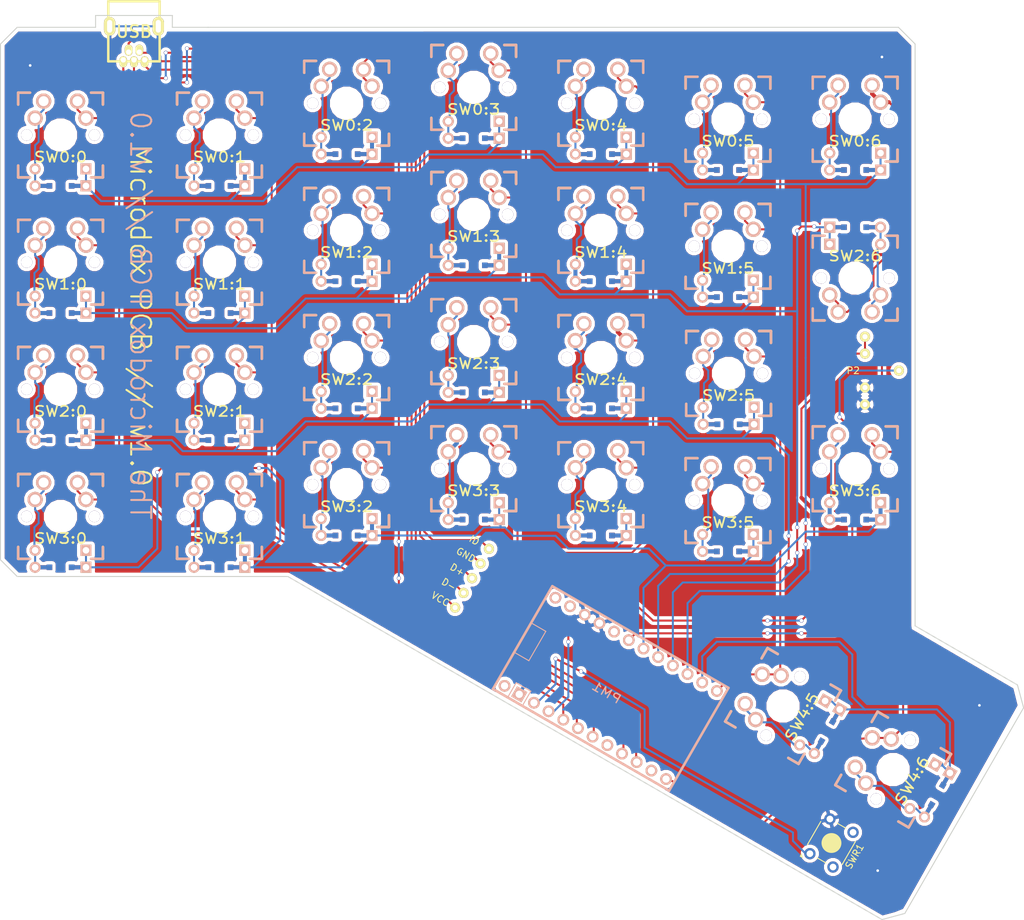
<source format=kicad_pcb>
(kicad_pcb (version 4) (host pcbnew 4.0.3+e1-6302~38~ubuntu14.04.1-stable)
  (layers (0 F.Cu signal) (31 B.Cu signal) (34 B.Paste user) (35 F.Paste user) (36 B.SilkS user) (37 F.SilkS user) (38 B.Mask user) (39 F.Mask user) (44 Edge.Cuts user))
  (net 0 "")
  (net 1 GND)
  (net 2 VCC)
  (net 3 /SER)
  (net 4 /ROW4)
  (net 5 /ROW3)
  (net 6 /ROW2)
  (net 7 /COL5)
  (net 8 /ROW1)
  (net 9 /ROW0)
  (net 10 /COL4)
  (net 11 /COL6)
  (net 12 /COL3)
  (net 13 /COL2)
  (net 14 /COL1)
  (net 15 /COL0)
  (net 16 "Net-(SW0:0-Pad2)")
  (net 17 "Net-(SW0:1-Pad2)")
  (net 18 "Net-(SW0:2-Pad2)")
  (net 19 "Net-(SW0:3-Pad2)")
  (net 20 "Net-(SW0:4-Pad2)")
  (net 21 "Net-(SW0:5-Pad2)")
  (net 22 "Net-(SW0:6-Pad2)")
  (net 23 "Net-(SW1:0-Pad2)")
  (net 24 "Net-(SW1:1-Pad2)")
  (net 25 "Net-(SW1:2-Pad2)")
  (net 26 "Net-(SW1:3-Pad2)")
  (net 27 "Net-(SW1:4-Pad2)")
  (net 28 "Net-(SW1:5-Pad2)")
  (net 29 "Net-(SW2:0-Pad2)")
  (net 30 "Net-(SW2:1-Pad2)")
  (net 31 "Net-(SW2:2-Pad2)")
  (net 32 "Net-(SW2:3-Pad2)")
  (net 33 "Net-(SW2:4-Pad2)")
  (net 34 "Net-(SW2:5-Pad2)")
  (net 35 "Net-(SW2:6-Pad2)")
  (net 36 "Net-(SW3:0-Pad2)")
  (net 37 "Net-(SW3:1-Pad2)")
  (net 38 "Net-(SW3:2-Pad2)")
  (net 39 "Net-(SW3:3-Pad2)")
  (net 40 "Net-(SW3:4-Pad2)")
  (net 41 "Net-(SW3:5-Pad2)")
  (net 42 "Net-(SW3:6-Pad2)")
  (net 43 "Net-(SW4:5-Pad2)")
  (net 44 "Net-(SW4:6-Pad2)")
  (net 45 "Net-(P1-Pad1)")
  (net 46 "Net-(P1-Pad2)")
  (net 47 "Net-(P1-Pad3)")
  (net 48 "Net-(P1-Pad4)")
  (net 49 "Net-(P1-Pad5)")
  (net 50 /RST)
  (module Keyboards:MX_FLIP_DIODE (layer F.Cu) (at 117.259 101.695 60)
    (fp_text reference SW4:5 (at 0 3.302 60) (layer F.SilkS) (effects (font (size 1.524 1.778) (thickness 0.254))))
    (fp_text value "" (at 0 3.302 60) (layer B.SilkS) (effects (font (size 1.524 1.778) (thickness 0.254)) (justify mirror)))
    (fp_line (start -3.81 7.62) (end -1.6637 7.62) (layer B.Cu) (width 0.6096))
    (fp_line (start 1.6637 7.62) (end 3.81 7.62) (layer B.Cu) (width 0.6096))
    (fp_line (start -3.81 7.62) (end -1.6637 7.62) (layer F.Cu) (width 0.6096))
    (fp_line (start 1.6637 7.62) (end 3.81 7.62) (layer F.Cu) (width 0.6096))
    (pad 1 thru_hole circle (at 2.54 -5.08 60) (size 2.286 2.286) (drill 1.4986) (layers *.Cu *.SilkS *.Mask) (net 7 /COL5))
    (pad 2 thru_hole circle (at -3.81 -2.54 60) (size 2.286 2.286) (drill 1.4986) (layers *.Cu *.SilkS *.Mask) (net 43 "Net-(SW4:5-Pad2)"))
    (pad 0 np_thru_hole circle (at 0 0 60) (size 3.9878 3.9878) (drill 3.9878) (layers *.Cu))
    (pad 0 thru_hole circle (at -5.08 0 60) (size 1.7018 1.7018) (drill 1.7018) (layers *.Cu))
    (pad 0 thru_hole circle (at 5.08 0 60) (size 1.7018 1.7018) (drill 1.7018) (layers *.Cu))
    (pad 1 thru_hole circle (at 3.81 -2.54 60) (size 2.286 2.286) (drill 1.4986) (layers *.Cu *.SilkS *.Mask) (net 7 /COL5))
    (pad 2 thru_hole circle (at -2.54 -5.08 60) (size 2.286 2.286) (drill 1.4986) (layers *.Cu *.SilkS *.Mask) (net 43 "Net-(SW4:5-Pad2)"))
    (pad 3 thru_hole circle (at -3.81 5.08 60) (size 1.651 1.651) (drill 0.9906) (layers *.Cu *.SilkS *.Mask) (net 43 "Net-(SW4:5-Pad2)"))
    (pad 4 thru_hole rect (at 3.81 5.08 60) (size 1.651 1.651) (drill 0.9906) (layers *.Cu *.SilkS *.Mask) (net 4 /ROW4))
    (pad 3 thru_hole circle (at -3.81 7.62 60) (size 1.651 1.651) (drill 0.9906) (layers *.Cu *.SilkS *.Mask) (net 43 "Net-(SW4:5-Pad2)"))
    (pad 4 thru_hole rect (at 3.81 7.62 60) (size 1.651 1.651) (drill 0.9906) (layers *.Cu *.SilkS *.Mask) (net 4 /ROW4))
    (pad 99 smd rect (at -1.6637 7.62 60) (size 0.8382 0.8382) (layers F.Cu F.Paste F.Mask))
    (pad 99 smd rect (at -1.6637 7.62 60) (size 0.8382 0.8382) (layers B.Cu B.Paste B.Mask))
    (pad 99 smd rect (at 1.6637 7.62 60) (size 0.8382 0.8382) (layers F.Cu F.Paste F.Mask))
    (pad 99 smd rect (at 1.6637 7.62 60) (size 0.8382 0.8382) (layers B.Cu B.Paste B.Mask))
  )
  (module Keyboards:PROMICRO (layer B.Cu) (at 91.44 99.06 330)
    (fp_text reference PM1 (at -0.232426 0.867426 330) (layer B.SilkS) (effects (font (size 1.27 1.524) (thickness 0.2032)) (justify mirror)))
    (fp_text value PROMICRO hide)
    (pad 1 thru_hole circle (at -11.43 -7.62 330) (size 1.7526 1.7526) (drill 1.0922) (layers *.Cu *.SilkS *.Mask))
    (pad 2 thru_hole circle (at -8.89 -7.62 330) (size 1.7526 1.7526) (drill 1.0922) (layers *.Cu *.SilkS *.Mask) (net 1 GND))
    (pad 3 thru_hole circle (at -6.35 -7.62 330) (size 1.7526 1.7526) (drill 1.0922) (layers *.Cu *.SilkS *.Mask) (net 1 GND))
    (pad 4 thru_hole circle (at -3.81 -7.62 330) (size 1.7526 1.7526) (drill 1.0922) (layers *.Cu *.SilkS *.Mask))
    (pad 5 thru_hole circle (at -1.27 -7.62 330) (size 1.7526 1.7526) (drill 1.0922) (layers *.Cu *.SilkS *.Mask) (net 3 /SER))
    (pad 6 thru_hole circle (at 1.27 -7.62 330) (size 1.7526 1.7526) (drill 1.0922) (layers *.Cu *.SilkS *.Mask) (net 5 /ROW3))
    (pad 7 thru_hole circle (at 3.81 -7.62 330) (size 1.7526 1.7526) (drill 1.0922) (layers *.Cu *.SilkS *.Mask) (net 6 /ROW2))
    (pad 8 thru_hole circle (at 6.35 -7.62 330) (size 1.7526 1.7526) (drill 1.0922) (layers *.Cu *.SilkS *.Mask) (net 8 /ROW1))
    (pad 9 thru_hole circle (at 8.89 -7.62 330) (size 1.7526 1.7526) (drill 1.0922) (layers *.Cu *.SilkS *.Mask) (net 9 /ROW0))
    (pad 10 thru_hole circle (at 11.43 -7.62 330) (size 1.7526 1.7526) (drill 1.0922) (layers *.Cu *.SilkS *.Mask) (net 4 /ROW4))
    (pad 11 thru_hole circle (at 13.97 -7.62 330) (size 1.7526 1.7526) (drill 1.0922) (layers *.Cu *.SilkS *.Mask) (net 7 /COL5))
    (pad 23 thru_hole circle (at 13.97 7.62 330) (size 1.7526 1.7526) (drill 1.0922) (layers *.Cu *.SilkS *.Mask) (net 11 /COL6))
    (pad 22 thru_hole circle (at 11.43 7.62 330) (size 1.7526 1.7526) (drill 1.0922) (layers *.Cu *.SilkS *.Mask))
    (pad 21 thru_hole circle (at 8.89 7.62 330) (size 1.7526 1.7526) (drill 1.0922) (layers *.Cu *.SilkS *.Mask) (net 10 /COL4))
    (pad 20 thru_hole circle (at 6.35 7.62 330) (size 1.7526 1.7526) (drill 1.0922) (layers *.Cu *.SilkS *.Mask) (net 12 /COL3))
    (pad 19 thru_hole circle (at 3.81 7.62 330) (size 1.7526 1.7526) (drill 1.0922) (layers *.Cu *.SilkS *.Mask))
    (pad 18 thru_hole circle (at 1.27 7.62 330) (size 1.7526 1.7526) (drill 1.0922) (layers *.Cu *.SilkS *.Mask) (net 13 /COL2))
    (pad 17 thru_hole circle (at -1.27 7.62 330) (size 1.7526 1.7526) (drill 1.0922) (layers *.Cu *.SilkS *.Mask) (net 14 /COL1))
    (pad 16 thru_hole circle (at -3.81 7.62 330) (size 1.7526 1.7526) (drill 1.0922) (layers *.Cu *.SilkS *.Mask) (net 15 /COL0))
    (pad 15 thru_hole circle (at -6.35 7.62 330) (size 1.7526 1.7526) (drill 1.0922) (layers *.Cu *.SilkS *.Mask) (net 2 VCC))
    (pad 14 thru_hole circle (at -8.89 7.62 330) (size 1.7526 1.7526) (drill 1.0922) (layers *.Cu *.SilkS *.Mask) (net 50 /RST))
    (pad 13 thru_hole rect (at -11.43 7.62 330) (size 1.7526 1.7526) (drill 1.0922) (layers *.Cu *.SilkS *.Mask) (net 1 GND))
    (pad 12 thru_hole circle (at -13.97 7.62 330) (size 1.7526 1.7526) (drill 1.0922) (layers *.Cu *.SilkS *.Mask))
    (pad 0 thru_hole circle (at -13.97 -7.62 330) (size 1.7526 1.7526) (drill 1.092) (layers *.Cu *.Mask B.SilkS))
  )
  (module Keyboards:MX_FLIP_DIODE (layer F.Cu) (at 8.998 16.141)
    (fp_text reference SW0:0 (at 0 3.302) (layer F.SilkS) (effects (font (size 1.524 1.778) (thickness 0.254))))
    (fp_text value "" (at 0 3.302) (layer B.SilkS) (effects (font (size 1.524 1.778) (thickness 0.254)) (justify mirror)))
    (fp_line (start -3.81 7.62) (end -1.6637 7.62) (layer B.Cu) (width 0.6096))
    (fp_line (start 1.6637 7.62) (end 3.81 7.62) (layer B.Cu) (width 0.6096))
    (fp_line (start -3.81 7.62) (end -1.6637 7.62) (layer F.Cu) (width 0.6096))
    (fp_line (start 1.6637 7.62) (end 3.81 7.62) (layer F.Cu) (width 0.6096))
    (pad 1 thru_hole circle (at 2.54 -5.08) (size 2.286 2.286) (drill 1.4986) (layers *.Cu *.SilkS *.Mask) (net 15 /COL0))
    (pad 2 thru_hole circle (at -3.81 -2.54) (size 2.286 2.286) (drill 1.4986) (layers *.Cu *.SilkS *.Mask) (net 16 "Net-(SW0:0-Pad2)"))
    (pad 0 np_thru_hole circle (at 0 0) (size 3.9878 3.9878) (drill 3.9878) (layers *.Cu))
    (pad 0 thru_hole circle (at -5.08 0) (size 1.7018 1.7018) (drill 1.7018) (layers *.Cu))
    (pad 0 thru_hole circle (at 5.08 0) (size 1.7018 1.7018) (drill 1.7018) (layers *.Cu))
    (pad 1 thru_hole circle (at 3.81 -2.54) (size 2.286 2.286) (drill 1.4986) (layers *.Cu *.SilkS *.Mask) (net 15 /COL0))
    (pad 2 thru_hole circle (at -2.54 -5.08) (size 2.286 2.286) (drill 1.4986) (layers *.Cu *.SilkS *.Mask) (net 16 "Net-(SW0:0-Pad2)"))
    (pad 3 thru_hole circle (at -3.81 5.08) (size 1.651 1.651) (drill 0.9906) (layers *.Cu *.SilkS *.Mask) (net 16 "Net-(SW0:0-Pad2)"))
    (pad 4 thru_hole rect (at 3.81 5.08) (size 1.651 1.651) (drill 0.9906) (layers *.Cu *.SilkS *.Mask) (net 9 /ROW0))
    (pad 3 thru_hole circle (at -3.81 7.62) (size 1.651 1.651) (drill 0.9906) (layers *.Cu *.SilkS *.Mask) (net 16 "Net-(SW0:0-Pad2)"))
    (pad 4 thru_hole rect (at 3.81 7.62) (size 1.651 1.651) (drill 0.9906) (layers *.Cu *.SilkS *.Mask) (net 9 /ROW0))
    (pad 99 smd rect (at -1.6637 7.62) (size 0.8382 0.8382) (layers F.Cu F.Paste F.Mask))
    (pad 99 smd rect (at -1.6637 7.62) (size 0.8382 0.8382) (layers B.Cu B.Paste B.Mask))
    (pad 99 smd rect (at 1.6637 7.62) (size 0.8382 0.8382) (layers F.Cu F.Paste F.Mask))
    (pad 99 smd rect (at 1.6637 7.62) (size 0.8382 0.8382) (layers B.Cu B.Paste B.Mask))
  )
  (module Keyboards:MX_FLIP_DIODE (layer F.Cu) (at 32.81 16.14)
    (fp_text reference SW0:1 (at 0 3.302) (layer F.SilkS) (effects (font (size 1.524 1.778) (thickness 0.254))))
    (fp_text value "" (at 0 3.302) (layer B.SilkS) (effects (font (size 1.524 1.778) (thickness 0.254)) (justify mirror)))
    (fp_line (start -3.81 7.62) (end -1.6637 7.62) (layer B.Cu) (width 0.6096))
    (fp_line (start 1.6637 7.62) (end 3.81 7.62) (layer B.Cu) (width 0.6096))
    (fp_line (start -3.81 7.62) (end -1.6637 7.62) (layer F.Cu) (width 0.6096))
    (fp_line (start 1.6637 7.62) (end 3.81 7.62) (layer F.Cu) (width 0.6096))
    (pad 1 thru_hole circle (at 2.54 -5.08) (size 2.286 2.286) (drill 1.4986) (layers *.Cu *.SilkS *.Mask) (net 14 /COL1))
    (pad 2 thru_hole circle (at -3.81 -2.54) (size 2.286 2.286) (drill 1.4986) (layers *.Cu *.SilkS *.Mask) (net 17 "Net-(SW0:1-Pad2)"))
    (pad 0 np_thru_hole circle (at 0 0) (size 3.9878 3.9878) (drill 3.9878) (layers *.Cu))
    (pad 0 thru_hole circle (at -5.08 0) (size 1.7018 1.7018) (drill 1.7018) (layers *.Cu))
    (pad 0 thru_hole circle (at 5.08 0) (size 1.7018 1.7018) (drill 1.7018) (layers *.Cu))
    (pad 1 thru_hole circle (at 3.81 -2.54) (size 2.286 2.286) (drill 1.4986) (layers *.Cu *.SilkS *.Mask) (net 14 /COL1))
    (pad 2 thru_hole circle (at -2.54 -5.08) (size 2.286 2.286) (drill 1.4986) (layers *.Cu *.SilkS *.Mask) (net 17 "Net-(SW0:1-Pad2)"))
    (pad 3 thru_hole circle (at -3.81 5.08) (size 1.651 1.651) (drill 0.9906) (layers *.Cu *.SilkS *.Mask) (net 17 "Net-(SW0:1-Pad2)"))
    (pad 4 thru_hole rect (at 3.81 5.08) (size 1.651 1.651) (drill 0.9906) (layers *.Cu *.SilkS *.Mask) (net 9 /ROW0))
    (pad 3 thru_hole circle (at -3.81 7.62) (size 1.651 1.651) (drill 0.9906) (layers *.Cu *.SilkS *.Mask) (net 17 "Net-(SW0:1-Pad2)"))
    (pad 4 thru_hole rect (at 3.81 7.62) (size 1.651 1.651) (drill 0.9906) (layers *.Cu *.SilkS *.Mask) (net 9 /ROW0))
    (pad 99 smd rect (at -1.6637 7.62) (size 0.8382 0.8382) (layers F.Cu F.Paste F.Mask))
    (pad 99 smd rect (at -1.6637 7.62) (size 0.8382 0.8382) (layers B.Cu B.Paste B.Mask))
    (pad 99 smd rect (at 1.6637 7.62) (size 0.8382 0.8382) (layers F.Cu F.Paste F.Mask))
    (pad 99 smd rect (at 1.6637 7.62) (size 0.8382 0.8382) (layers B.Cu B.Paste B.Mask))
  )
  (module Keyboards:MX_FLIP_DIODE (layer F.Cu) (at 51.86 11.379)
    (fp_text reference SW0:2 (at 0 3.302) (layer F.SilkS) (effects (font (size 1.524 1.778) (thickness 0.254))))
    (fp_text value "" (at 0 3.302) (layer B.SilkS) (effects (font (size 1.524 1.778) (thickness 0.254)) (justify mirror)))
    (fp_line (start -3.81 7.62) (end -1.6637 7.62) (layer B.Cu) (width 0.6096))
    (fp_line (start 1.6637 7.62) (end 3.81 7.62) (layer B.Cu) (width 0.6096))
    (fp_line (start -3.81 7.62) (end -1.6637 7.62) (layer F.Cu) (width 0.6096))
    (fp_line (start 1.6637 7.62) (end 3.81 7.62) (layer F.Cu) (width 0.6096))
    (pad 1 thru_hole circle (at 2.54 -5.08) (size 2.286 2.286) (drill 1.4986) (layers *.Cu *.SilkS *.Mask) (net 13 /COL2))
    (pad 2 thru_hole circle (at -3.81 -2.54) (size 2.286 2.286) (drill 1.4986) (layers *.Cu *.SilkS *.Mask) (net 18 "Net-(SW0:2-Pad2)"))
    (pad 0 np_thru_hole circle (at 0 0) (size 3.9878 3.9878) (drill 3.9878) (layers *.Cu))
    (pad 0 thru_hole circle (at -5.08 0) (size 1.7018 1.7018) (drill 1.7018) (layers *.Cu))
    (pad 0 thru_hole circle (at 5.08 0) (size 1.7018 1.7018) (drill 1.7018) (layers *.Cu))
    (pad 1 thru_hole circle (at 3.81 -2.54) (size 2.286 2.286) (drill 1.4986) (layers *.Cu *.SilkS *.Mask) (net 13 /COL2))
    (pad 2 thru_hole circle (at -2.54 -5.08) (size 2.286 2.286) (drill 1.4986) (layers *.Cu *.SilkS *.Mask) (net 18 "Net-(SW0:2-Pad2)"))
    (pad 3 thru_hole circle (at -3.81 5.08) (size 1.651 1.651) (drill 0.9906) (layers *.Cu *.SilkS *.Mask) (net 18 "Net-(SW0:2-Pad2)"))
    (pad 4 thru_hole rect (at 3.81 5.08) (size 1.651 1.651) (drill 0.9906) (layers *.Cu *.SilkS *.Mask) (net 9 /ROW0))
    (pad 3 thru_hole circle (at -3.81 7.62) (size 1.651 1.651) (drill 0.9906) (layers *.Cu *.SilkS *.Mask) (net 18 "Net-(SW0:2-Pad2)"))
    (pad 4 thru_hole rect (at 3.81 7.62) (size 1.651 1.651) (drill 0.9906) (layers *.Cu *.SilkS *.Mask) (net 9 /ROW0))
    (pad 99 smd rect (at -1.6637 7.62) (size 0.8382 0.8382) (layers F.Cu F.Paste F.Mask))
    (pad 99 smd rect (at -1.6637 7.62) (size 0.8382 0.8382) (layers B.Cu B.Paste B.Mask))
    (pad 99 smd rect (at 1.6637 7.62) (size 0.8382 0.8382) (layers F.Cu F.Paste F.Mask))
    (pad 99 smd rect (at 1.6637 7.62) (size 0.8382 0.8382) (layers B.Cu B.Paste B.Mask))
  )
  (module Keyboards:MX_FLIP_DIODE (layer F.Cu) (at 70.91 8.998)
    (fp_text reference SW0:3 (at 0 3.302) (layer F.SilkS) (effects (font (size 1.524 1.778) (thickness 0.254))))
    (fp_text value "" (at 0 3.302) (layer B.SilkS) (effects (font (size 1.524 1.778) (thickness 0.254)) (justify mirror)))
    (fp_line (start -3.81 7.62) (end -1.6637 7.62) (layer B.Cu) (width 0.6096))
    (fp_line (start 1.6637 7.62) (end 3.81 7.62) (layer B.Cu) (width 0.6096))
    (fp_line (start -3.81 7.62) (end -1.6637 7.62) (layer F.Cu) (width 0.6096))
    (fp_line (start 1.6637 7.62) (end 3.81 7.62) (layer F.Cu) (width 0.6096))
    (pad 1 thru_hole circle (at 2.54 -5.08) (size 2.286 2.286) (drill 1.4986) (layers *.Cu *.SilkS *.Mask) (net 12 /COL3))
    (pad 2 thru_hole circle (at -3.81 -2.54) (size 2.286 2.286) (drill 1.4986) (layers *.Cu *.SilkS *.Mask) (net 19 "Net-(SW0:3-Pad2)"))
    (pad 0 np_thru_hole circle (at 0 0) (size 3.9878 3.9878) (drill 3.9878) (layers *.Cu))
    (pad 0 thru_hole circle (at -5.08 0) (size 1.7018 1.7018) (drill 1.7018) (layers *.Cu))
    (pad 0 thru_hole circle (at 5.08 0) (size 1.7018 1.7018) (drill 1.7018) (layers *.Cu))
    (pad 1 thru_hole circle (at 3.81 -2.54) (size 2.286 2.286) (drill 1.4986) (layers *.Cu *.SilkS *.Mask) (net 12 /COL3))
    (pad 2 thru_hole circle (at -2.54 -5.08) (size 2.286 2.286) (drill 1.4986) (layers *.Cu *.SilkS *.Mask) (net 19 "Net-(SW0:3-Pad2)"))
    (pad 3 thru_hole circle (at -3.81 5.08) (size 1.651 1.651) (drill 0.9906) (layers *.Cu *.SilkS *.Mask) (net 19 "Net-(SW0:3-Pad2)"))
    (pad 4 thru_hole rect (at 3.81 5.08) (size 1.651 1.651) (drill 0.9906) (layers *.Cu *.SilkS *.Mask) (net 9 /ROW0))
    (pad 3 thru_hole circle (at -3.81 7.62) (size 1.651 1.651) (drill 0.9906) (layers *.Cu *.SilkS *.Mask) (net 19 "Net-(SW0:3-Pad2)"))
    (pad 4 thru_hole rect (at 3.81 7.62) (size 1.651 1.651) (drill 0.9906) (layers *.Cu *.SilkS *.Mask) (net 9 /ROW0))
    (pad 99 smd rect (at -1.6637 7.62) (size 0.8382 0.8382) (layers F.Cu F.Paste F.Mask))
    (pad 99 smd rect (at -1.6637 7.62) (size 0.8382 0.8382) (layers B.Cu B.Paste B.Mask))
    (pad 99 smd rect (at 1.6637 7.62) (size 0.8382 0.8382) (layers F.Cu F.Paste F.Mask))
    (pad 99 smd rect (at 1.6637 7.62) (size 0.8382 0.8382) (layers B.Cu B.Paste B.Mask))
  )
  (module Keyboards:MX_FLIP_DIODE (layer F.Cu) (at 89.96 11.379)
    (fp_text reference SW0:4 (at 0 3.302) (layer F.SilkS) (effects (font (size 1.524 1.778) (thickness 0.254))))
    (fp_text value "" (at 0 3.302) (layer B.SilkS) (effects (font (size 1.524 1.778) (thickness 0.254)) (justify mirror)))
    (fp_line (start -3.81 7.62) (end -1.6637 7.62) (layer B.Cu) (width 0.6096))
    (fp_line (start 1.6637 7.62) (end 3.81 7.62) (layer B.Cu) (width 0.6096))
    (fp_line (start -3.81 7.62) (end -1.6637 7.62) (layer F.Cu) (width 0.6096))
    (fp_line (start 1.6637 7.62) (end 3.81 7.62) (layer F.Cu) (width 0.6096))
    (pad 1 thru_hole circle (at 2.54 -5.08) (size 2.286 2.286) (drill 1.4986) (layers *.Cu *.SilkS *.Mask) (net 10 /COL4))
    (pad 2 thru_hole circle (at -3.81 -2.54) (size 2.286 2.286) (drill 1.4986) (layers *.Cu *.SilkS *.Mask) (net 20 "Net-(SW0:4-Pad2)"))
    (pad 0 np_thru_hole circle (at 0 0) (size 3.9878 3.9878) (drill 3.9878) (layers *.Cu))
    (pad 0 thru_hole circle (at -5.08 0) (size 1.7018 1.7018) (drill 1.7018) (layers *.Cu))
    (pad 0 thru_hole circle (at 5.08 0) (size 1.7018 1.7018) (drill 1.7018) (layers *.Cu))
    (pad 1 thru_hole circle (at 3.81 -2.54) (size 2.286 2.286) (drill 1.4986) (layers *.Cu *.SilkS *.Mask) (net 10 /COL4))
    (pad 2 thru_hole circle (at -2.54 -5.08) (size 2.286 2.286) (drill 1.4986) (layers *.Cu *.SilkS *.Mask) (net 20 "Net-(SW0:4-Pad2)"))
    (pad 3 thru_hole circle (at -3.81 5.08) (size 1.651 1.651) (drill 0.9906) (layers *.Cu *.SilkS *.Mask) (net 20 "Net-(SW0:4-Pad2)"))
    (pad 4 thru_hole rect (at 3.81 5.08) (size 1.651 1.651) (drill 0.9906) (layers *.Cu *.SilkS *.Mask) (net 9 /ROW0))
    (pad 3 thru_hole circle (at -3.81 7.62) (size 1.651 1.651) (drill 0.9906) (layers *.Cu *.SilkS *.Mask) (net 20 "Net-(SW0:4-Pad2)"))
    (pad 4 thru_hole rect (at 3.81 7.62) (size 1.651 1.651) (drill 0.9906) (layers *.Cu *.SilkS *.Mask) (net 9 /ROW0))
    (pad 99 smd rect (at -1.6637 7.62) (size 0.8382 0.8382) (layers F.Cu F.Paste F.Mask))
    (pad 99 smd rect (at -1.6637 7.62) (size 0.8382 0.8382) (layers B.Cu B.Paste B.Mask))
    (pad 99 smd rect (at 1.6637 7.62) (size 0.8382 0.8382) (layers F.Cu F.Paste F.Mask))
    (pad 99 smd rect (at 1.6637 7.62) (size 0.8382 0.8382) (layers B.Cu B.Paste B.Mask))
  )
  (module Keyboards:MX_FLIP_DIODE (layer F.Cu) (at 109.01 13.76)
    (fp_text reference SW0:5 (at 0 3.302) (layer F.SilkS) (effects (font (size 1.524 1.778) (thickness 0.254))))
    (fp_text value "" (at 0 3.302) (layer B.SilkS) (effects (font (size 1.524 1.778) (thickness 0.254)) (justify mirror)))
    (fp_line (start -3.81 7.62) (end -1.6637 7.62) (layer B.Cu) (width 0.6096))
    (fp_line (start 1.6637 7.62) (end 3.81 7.62) (layer B.Cu) (width 0.6096))
    (fp_line (start -3.81 7.62) (end -1.6637 7.62) (layer F.Cu) (width 0.6096))
    (fp_line (start 1.6637 7.62) (end 3.81 7.62) (layer F.Cu) (width 0.6096))
    (pad 1 thru_hole circle (at 2.54 -5.08) (size 2.286 2.286) (drill 1.4986) (layers *.Cu *.SilkS *.Mask) (net 7 /COL5))
    (pad 2 thru_hole circle (at -3.81 -2.54) (size 2.286 2.286) (drill 1.4986) (layers *.Cu *.SilkS *.Mask) (net 21 "Net-(SW0:5-Pad2)"))
    (pad 0 np_thru_hole circle (at 0 0) (size 3.9878 3.9878) (drill 3.9878) (layers *.Cu))
    (pad 0 thru_hole circle (at -5.08 0) (size 1.7018 1.7018) (drill 1.7018) (layers *.Cu))
    (pad 0 thru_hole circle (at 5.08 0) (size 1.7018 1.7018) (drill 1.7018) (layers *.Cu))
    (pad 1 thru_hole circle (at 3.81 -2.54) (size 2.286 2.286) (drill 1.4986) (layers *.Cu *.SilkS *.Mask) (net 7 /COL5))
    (pad 2 thru_hole circle (at -2.54 -5.08) (size 2.286 2.286) (drill 1.4986) (layers *.Cu *.SilkS *.Mask) (net 21 "Net-(SW0:5-Pad2)"))
    (pad 3 thru_hole circle (at -3.81 5.08) (size 1.651 1.651) (drill 0.9906) (layers *.Cu *.SilkS *.Mask) (net 21 "Net-(SW0:5-Pad2)"))
    (pad 4 thru_hole rect (at 3.81 5.08) (size 1.651 1.651) (drill 0.9906) (layers *.Cu *.SilkS *.Mask) (net 9 /ROW0))
    (pad 3 thru_hole circle (at -3.81 7.62) (size 1.651 1.651) (drill 0.9906) (layers *.Cu *.SilkS *.Mask) (net 21 "Net-(SW0:5-Pad2)"))
    (pad 4 thru_hole rect (at 3.81 7.62) (size 1.651 1.651) (drill 0.9906) (layers *.Cu *.SilkS *.Mask) (net 9 /ROW0))
    (pad 99 smd rect (at -1.6637 7.62) (size 0.8382 0.8382) (layers F.Cu F.Paste F.Mask))
    (pad 99 smd rect (at -1.6637 7.62) (size 0.8382 0.8382) (layers B.Cu B.Paste B.Mask))
    (pad 99 smd rect (at 1.6637 7.62) (size 0.8382 0.8382) (layers F.Cu F.Paste F.Mask))
    (pad 99 smd rect (at 1.6637 7.62) (size 0.8382 0.8382) (layers B.Cu B.Paste B.Mask))
  )
  (module Keyboards:MX_FLIP_DIODE (layer F.Cu) (at 128.06 13.76)
    (fp_text reference SW0:6 (at 0 3.302) (layer F.SilkS) (effects (font (size 1.524 1.778) (thickness 0.254))))
    (fp_text value "" (at 0 3.302) (layer B.SilkS) (effects (font (size 1.524 1.778) (thickness 0.254)) (justify mirror)))
    (fp_line (start -3.81 7.62) (end -1.6637 7.62) (layer B.Cu) (width 0.6096))
    (fp_line (start 1.6637 7.62) (end 3.81 7.62) (layer B.Cu) (width 0.6096))
    (fp_line (start -3.81 7.62) (end -1.6637 7.62) (layer F.Cu) (width 0.6096))
    (fp_line (start 1.6637 7.62) (end 3.81 7.62) (layer F.Cu) (width 0.6096))
    (pad 1 thru_hole circle (at 2.54 -5.08) (size 2.286 2.286) (drill 1.4986) (layers *.Cu *.SilkS *.Mask) (net 11 /COL6))
    (pad 2 thru_hole circle (at -3.81 -2.54) (size 2.286 2.286) (drill 1.4986) (layers *.Cu *.SilkS *.Mask) (net 22 "Net-(SW0:6-Pad2)"))
    (pad 0 np_thru_hole circle (at 0 0) (size 3.9878 3.9878) (drill 3.9878) (layers *.Cu))
    (pad 0 thru_hole circle (at -5.08 0) (size 1.7018 1.7018) (drill 1.7018) (layers *.Cu))
    (pad 0 thru_hole circle (at 5.08 0) (size 1.7018 1.7018) (drill 1.7018) (layers *.Cu))
    (pad 1 thru_hole circle (at 3.81 -2.54) (size 2.286 2.286) (drill 1.4986) (layers *.Cu *.SilkS *.Mask) (net 11 /COL6))
    (pad 2 thru_hole circle (at -2.54 -5.08) (size 2.286 2.286) (drill 1.4986) (layers *.Cu *.SilkS *.Mask) (net 22 "Net-(SW0:6-Pad2)"))
    (pad 3 thru_hole circle (at -3.81 5.08) (size 1.651 1.651) (drill 0.9906) (layers *.Cu *.SilkS *.Mask) (net 22 "Net-(SW0:6-Pad2)"))
    (pad 4 thru_hole rect (at 3.81 5.08) (size 1.651 1.651) (drill 0.9906) (layers *.Cu *.SilkS *.Mask) (net 9 /ROW0))
    (pad 3 thru_hole circle (at -3.81 7.62) (size 1.651 1.651) (drill 0.9906) (layers *.Cu *.SilkS *.Mask) (net 22 "Net-(SW0:6-Pad2)"))
    (pad 4 thru_hole rect (at 3.81 7.62) (size 1.651 1.651) (drill 0.9906) (layers *.Cu *.SilkS *.Mask) (net 9 /ROW0))
    (pad 99 smd rect (at -1.6637 7.62) (size 0.8382 0.8382) (layers F.Cu F.Paste F.Mask))
    (pad 99 smd rect (at -1.6637 7.62) (size 0.8382 0.8382) (layers B.Cu B.Paste B.Mask))
    (pad 99 smd rect (at 1.6637 7.62) (size 0.8382 0.8382) (layers F.Cu F.Paste F.Mask))
    (pad 99 smd rect (at 1.6637 7.62) (size 0.8382 0.8382) (layers B.Cu B.Paste B.Mask))
  )
  (module Keyboards:MX_FLIP_DIODE (layer F.Cu) (at 8.998 35.191)
    (fp_text reference SW1:0 (at 0 3.302) (layer F.SilkS) (effects (font (size 1.524 1.778) (thickness 0.254))))
    (fp_text value "" (at 0 3.302) (layer B.SilkS) (effects (font (size 1.524 1.778) (thickness 0.254)) (justify mirror)))
    (fp_line (start -3.81 7.62) (end -1.6637 7.62) (layer B.Cu) (width 0.6096))
    (fp_line (start 1.6637 7.62) (end 3.81 7.62) (layer B.Cu) (width 0.6096))
    (fp_line (start -3.81 7.62) (end -1.6637 7.62) (layer F.Cu) (width 0.6096))
    (fp_line (start 1.6637 7.62) (end 3.81 7.62) (layer F.Cu) (width 0.6096))
    (pad 1 thru_hole circle (at 2.54 -5.08) (size 2.286 2.286) (drill 1.4986) (layers *.Cu *.SilkS *.Mask) (net 15 /COL0))
    (pad 2 thru_hole circle (at -3.81 -2.54) (size 2.286 2.286) (drill 1.4986) (layers *.Cu *.SilkS *.Mask) (net 23 "Net-(SW1:0-Pad2)"))
    (pad 0 np_thru_hole circle (at 0 0) (size 3.9878 3.9878) (drill 3.9878) (layers *.Cu))
    (pad 0 thru_hole circle (at -5.08 0) (size 1.7018 1.7018) (drill 1.7018) (layers *.Cu))
    (pad 0 thru_hole circle (at 5.08 0) (size 1.7018 1.7018) (drill 1.7018) (layers *.Cu))
    (pad 1 thru_hole circle (at 3.81 -2.54) (size 2.286 2.286) (drill 1.4986) (layers *.Cu *.SilkS *.Mask) (net 15 /COL0))
    (pad 2 thru_hole circle (at -2.54 -5.08) (size 2.286 2.286) (drill 1.4986) (layers *.Cu *.SilkS *.Mask) (net 23 "Net-(SW1:0-Pad2)"))
    (pad 3 thru_hole circle (at -3.81 5.08) (size 1.651 1.651) (drill 0.9906) (layers *.Cu *.SilkS *.Mask) (net 23 "Net-(SW1:0-Pad2)"))
    (pad 4 thru_hole rect (at 3.81 5.08) (size 1.651 1.651) (drill 0.9906) (layers *.Cu *.SilkS *.Mask) (net 8 /ROW1))
    (pad 3 thru_hole circle (at -3.81 7.62) (size 1.651 1.651) (drill 0.9906) (layers *.Cu *.SilkS *.Mask) (net 23 "Net-(SW1:0-Pad2)"))
    (pad 4 thru_hole rect (at 3.81 7.62) (size 1.651 1.651) (drill 0.9906) (layers *.Cu *.SilkS *.Mask) (net 8 /ROW1))
    (pad 99 smd rect (at -1.6637 7.62) (size 0.8382 0.8382) (layers F.Cu F.Paste F.Mask))
    (pad 99 smd rect (at -1.6637 7.62) (size 0.8382 0.8382) (layers B.Cu B.Paste B.Mask))
    (pad 99 smd rect (at 1.6637 7.62) (size 0.8382 0.8382) (layers F.Cu F.Paste F.Mask))
    (pad 99 smd rect (at 1.6637 7.62) (size 0.8382 0.8382) (layers B.Cu B.Paste B.Mask))
  )
  (module Keyboards:MX_FLIP_DIODE (layer F.Cu) (at 32.81 35.191)
    (fp_text reference SW1:1 (at 0 3.302) (layer F.SilkS) (effects (font (size 1.524 1.778) (thickness 0.254))))
    (fp_text value "" (at 0 3.302) (layer B.SilkS) (effects (font (size 1.524 1.778) (thickness 0.254)) (justify mirror)))
    (fp_line (start -3.81 7.62) (end -1.6637 7.62) (layer B.Cu) (width 0.6096))
    (fp_line (start 1.6637 7.62) (end 3.81 7.62) (layer B.Cu) (width 0.6096))
    (fp_line (start -3.81 7.62) (end -1.6637 7.62) (layer F.Cu) (width 0.6096))
    (fp_line (start 1.6637 7.62) (end 3.81 7.62) (layer F.Cu) (width 0.6096))
    (pad 1 thru_hole circle (at 2.54 -5.08) (size 2.286 2.286) (drill 1.4986) (layers *.Cu *.SilkS *.Mask) (net 14 /COL1))
    (pad 2 thru_hole circle (at -3.81 -2.54) (size 2.286 2.286) (drill 1.4986) (layers *.Cu *.SilkS *.Mask) (net 24 "Net-(SW1:1-Pad2)"))
    (pad 0 np_thru_hole circle (at 0 0) (size 3.9878 3.9878) (drill 3.9878) (layers *.Cu))
    (pad 0 thru_hole circle (at -5.08 0) (size 1.7018 1.7018) (drill 1.7018) (layers *.Cu))
    (pad 0 thru_hole circle (at 5.08 0) (size 1.7018 1.7018) (drill 1.7018) (layers *.Cu))
    (pad 1 thru_hole circle (at 3.81 -2.54) (size 2.286 2.286) (drill 1.4986) (layers *.Cu *.SilkS *.Mask) (net 14 /COL1))
    (pad 2 thru_hole circle (at -2.54 -5.08) (size 2.286 2.286) (drill 1.4986) (layers *.Cu *.SilkS *.Mask) (net 24 "Net-(SW1:1-Pad2)"))
    (pad 3 thru_hole circle (at -3.81 5.08) (size 1.651 1.651) (drill 0.9906) (layers *.Cu *.SilkS *.Mask) (net 24 "Net-(SW1:1-Pad2)"))
    (pad 4 thru_hole rect (at 3.81 5.08) (size 1.651 1.651) (drill 0.9906) (layers *.Cu *.SilkS *.Mask) (net 8 /ROW1))
    (pad 3 thru_hole circle (at -3.81 7.62) (size 1.651 1.651) (drill 0.9906) (layers *.Cu *.SilkS *.Mask) (net 24 "Net-(SW1:1-Pad2)"))
    (pad 4 thru_hole rect (at 3.81 7.62) (size 1.651 1.651) (drill 0.9906) (layers *.Cu *.SilkS *.Mask) (net 8 /ROW1))
    (pad 99 smd rect (at -1.6637 7.62) (size 0.8382 0.8382) (layers F.Cu F.Paste F.Mask))
    (pad 99 smd rect (at -1.6637 7.62) (size 0.8382 0.8382) (layers B.Cu B.Paste B.Mask))
    (pad 99 smd rect (at 1.6637 7.62) (size 0.8382 0.8382) (layers F.Cu F.Paste F.Mask))
    (pad 99 smd rect (at 1.6637 7.62) (size 0.8382 0.8382) (layers B.Cu B.Paste B.Mask))
  )
  (module Keyboards:MX_FLIP_DIODE (layer F.Cu) (at 51.86 30.429)
    (fp_text reference SW1:2 (at 0 3.302) (layer F.SilkS) (effects (font (size 1.524 1.778) (thickness 0.254))))
    (fp_text value "" (at 0 3.302) (layer B.SilkS) (effects (font (size 1.524 1.778) (thickness 0.254)) (justify mirror)))
    (fp_line (start -3.81 7.62) (end -1.6637 7.62) (layer B.Cu) (width 0.6096))
    (fp_line (start 1.6637 7.62) (end 3.81 7.62) (layer B.Cu) (width 0.6096))
    (fp_line (start -3.81 7.62) (end -1.6637 7.62) (layer F.Cu) (width 0.6096))
    (fp_line (start 1.6637 7.62) (end 3.81 7.62) (layer F.Cu) (width 0.6096))
    (pad 1 thru_hole circle (at 2.54 -5.08) (size 2.286 2.286) (drill 1.4986) (layers *.Cu *.SilkS *.Mask) (net 13 /COL2))
    (pad 2 thru_hole circle (at -3.81 -2.54) (size 2.286 2.286) (drill 1.4986) (layers *.Cu *.SilkS *.Mask) (net 25 "Net-(SW1:2-Pad2)"))
    (pad 0 np_thru_hole circle (at 0 0) (size 3.9878 3.9878) (drill 3.9878) (layers *.Cu))
    (pad 0 thru_hole circle (at -5.08 0) (size 1.7018 1.7018) (drill 1.7018) (layers *.Cu))
    (pad 0 thru_hole circle (at 5.08 0) (size 1.7018 1.7018) (drill 1.7018) (layers *.Cu))
    (pad 1 thru_hole circle (at 3.81 -2.54) (size 2.286 2.286) (drill 1.4986) (layers *.Cu *.SilkS *.Mask) (net 13 /COL2))
    (pad 2 thru_hole circle (at -2.54 -5.08) (size 2.286 2.286) (drill 1.4986) (layers *.Cu *.SilkS *.Mask) (net 25 "Net-(SW1:2-Pad2)"))
    (pad 3 thru_hole circle (at -3.81 5.08) (size 1.651 1.651) (drill 0.9906) (layers *.Cu *.SilkS *.Mask) (net 25 "Net-(SW1:2-Pad2)"))
    (pad 4 thru_hole rect (at 3.81 5.08) (size 1.651 1.651) (drill 0.9906) (layers *.Cu *.SilkS *.Mask) (net 8 /ROW1))
    (pad 3 thru_hole circle (at -3.81 7.62) (size 1.651 1.651) (drill 0.9906) (layers *.Cu *.SilkS *.Mask) (net 25 "Net-(SW1:2-Pad2)"))
    (pad 4 thru_hole rect (at 3.81 7.62) (size 1.651 1.651) (drill 0.9906) (layers *.Cu *.SilkS *.Mask) (net 8 /ROW1))
    (pad 99 smd rect (at -1.6637 7.62) (size 0.8382 0.8382) (layers F.Cu F.Paste F.Mask))
    (pad 99 smd rect (at -1.6637 7.62) (size 0.8382 0.8382) (layers B.Cu B.Paste B.Mask))
    (pad 99 smd rect (at 1.6637 7.62) (size 0.8382 0.8382) (layers F.Cu F.Paste F.Mask))
    (pad 99 smd rect (at 1.6637 7.62) (size 0.8382 0.8382) (layers B.Cu B.Paste B.Mask))
  )
  (module Keyboards:MX_FLIP_DIODE (layer F.Cu) (at 70.91 28.038)
    (fp_text reference SW1:3 (at 0 3.302) (layer F.SilkS) (effects (font (size 1.524 1.778) (thickness 0.254))))
    (fp_text value "" (at 0 3.302) (layer B.SilkS) (effects (font (size 1.524 1.778) (thickness 0.254)) (justify mirror)))
    (fp_line (start -3.81 7.62) (end -1.6637 7.62) (layer B.Cu) (width 0.6096))
    (fp_line (start 1.6637 7.62) (end 3.81 7.62) (layer B.Cu) (width 0.6096))
    (fp_line (start -3.81 7.62) (end -1.6637 7.62) (layer F.Cu) (width 0.6096))
    (fp_line (start 1.6637 7.62) (end 3.81 7.62) (layer F.Cu) (width 0.6096))
    (pad 1 thru_hole circle (at 2.54 -5.08) (size 2.286 2.286) (drill 1.4986) (layers *.Cu *.SilkS *.Mask) (net 12 /COL3))
    (pad 2 thru_hole circle (at -3.81 -2.54) (size 2.286 2.286) (drill 1.4986) (layers *.Cu *.SilkS *.Mask) (net 26 "Net-(SW1:3-Pad2)"))
    (pad 0 np_thru_hole circle (at 0 0) (size 3.9878 3.9878) (drill 3.9878) (layers *.Cu))
    (pad 0 thru_hole circle (at -5.08 0) (size 1.7018 1.7018) (drill 1.7018) (layers *.Cu))
    (pad 0 thru_hole circle (at 5.08 0) (size 1.7018 1.7018) (drill 1.7018) (layers *.Cu))
    (pad 1 thru_hole circle (at 3.81 -2.54) (size 2.286 2.286) (drill 1.4986) (layers *.Cu *.SilkS *.Mask) (net 12 /COL3))
    (pad 2 thru_hole circle (at -2.54 -5.08) (size 2.286 2.286) (drill 1.4986) (layers *.Cu *.SilkS *.Mask) (net 26 "Net-(SW1:3-Pad2)"))
    (pad 3 thru_hole circle (at -3.81 5.08) (size 1.651 1.651) (drill 0.9906) (layers *.Cu *.SilkS *.Mask) (net 26 "Net-(SW1:3-Pad2)"))
    (pad 4 thru_hole rect (at 3.81 5.08) (size 1.651 1.651) (drill 0.9906) (layers *.Cu *.SilkS *.Mask) (net 8 /ROW1))
    (pad 3 thru_hole circle (at -3.81 7.62) (size 1.651 1.651) (drill 0.9906) (layers *.Cu *.SilkS *.Mask) (net 26 "Net-(SW1:3-Pad2)"))
    (pad 4 thru_hole rect (at 3.81 7.62) (size 1.651 1.651) (drill 0.9906) (layers *.Cu *.SilkS *.Mask) (net 8 /ROW1))
    (pad 99 smd rect (at -1.6637 7.62) (size 0.8382 0.8382) (layers F.Cu F.Paste F.Mask))
    (pad 99 smd rect (at -1.6637 7.62) (size 0.8382 0.8382) (layers B.Cu B.Paste B.Mask))
    (pad 99 smd rect (at 1.6637 7.62) (size 0.8382 0.8382) (layers F.Cu F.Paste F.Mask))
    (pad 99 smd rect (at 1.6637 7.62) (size 0.8382 0.8382) (layers B.Cu B.Paste B.Mask))
  )
  (module Keyboards:MX_FLIP_DIODE (layer F.Cu) (at 89.96 30.429)
    (fp_text reference SW1:4 (at 0 3.302) (layer F.SilkS) (effects (font (size 1.524 1.778) (thickness 0.254))))
    (fp_text value "" (at 0 3.302) (layer B.SilkS) (effects (font (size 1.524 1.778) (thickness 0.254)) (justify mirror)))
    (fp_line (start -3.81 7.62) (end -1.6637 7.62) (layer B.Cu) (width 0.6096))
    (fp_line (start 1.6637 7.62) (end 3.81 7.62) (layer B.Cu) (width 0.6096))
    (fp_line (start -3.81 7.62) (end -1.6637 7.62) (layer F.Cu) (width 0.6096))
    (fp_line (start 1.6637 7.62) (end 3.81 7.62) (layer F.Cu) (width 0.6096))
    (pad 1 thru_hole circle (at 2.54 -5.08) (size 2.286 2.286) (drill 1.4986) (layers *.Cu *.SilkS *.Mask) (net 10 /COL4))
    (pad 2 thru_hole circle (at -3.81 -2.54) (size 2.286 2.286) (drill 1.4986) (layers *.Cu *.SilkS *.Mask) (net 27 "Net-(SW1:4-Pad2)"))
    (pad 0 np_thru_hole circle (at 0 0) (size 3.9878 3.9878) (drill 3.9878) (layers *.Cu))
    (pad 0 thru_hole circle (at -5.08 0) (size 1.7018 1.7018) (drill 1.7018) (layers *.Cu))
    (pad 0 thru_hole circle (at 5.08 0) (size 1.7018 1.7018) (drill 1.7018) (layers *.Cu))
    (pad 1 thru_hole circle (at 3.81 -2.54) (size 2.286 2.286) (drill 1.4986) (layers *.Cu *.SilkS *.Mask) (net 10 /COL4))
    (pad 2 thru_hole circle (at -2.54 -5.08) (size 2.286 2.286) (drill 1.4986) (layers *.Cu *.SilkS *.Mask) (net 27 "Net-(SW1:4-Pad2)"))
    (pad 3 thru_hole circle (at -3.81 5.08) (size 1.651 1.651) (drill 0.9906) (layers *.Cu *.SilkS *.Mask) (net 27 "Net-(SW1:4-Pad2)"))
    (pad 4 thru_hole rect (at 3.81 5.08) (size 1.651 1.651) (drill 0.9906) (layers *.Cu *.SilkS *.Mask) (net 8 /ROW1))
    (pad 3 thru_hole circle (at -3.81 7.62) (size 1.651 1.651) (drill 0.9906) (layers *.Cu *.SilkS *.Mask) (net 27 "Net-(SW1:4-Pad2)"))
    (pad 4 thru_hole rect (at 3.81 7.62) (size 1.651 1.651) (drill 0.9906) (layers *.Cu *.SilkS *.Mask) (net 8 /ROW1))
    (pad 99 smd rect (at -1.6637 7.62) (size 0.8382 0.8382) (layers F.Cu F.Paste F.Mask))
    (pad 99 smd rect (at -1.6637 7.62) (size 0.8382 0.8382) (layers B.Cu B.Paste B.Mask))
    (pad 99 smd rect (at 1.6637 7.62) (size 0.8382 0.8382) (layers F.Cu F.Paste F.Mask))
    (pad 99 smd rect (at 1.6637 7.62) (size 0.8382 0.8382) (layers B.Cu B.Paste B.Mask))
  )
  (module Keyboards:MX_FLIP_DIODE (layer F.Cu) (at 109.01 32.81)
    (fp_text reference SW1:5 (at 0 3.302) (layer F.SilkS) (effects (font (size 1.524 1.778) (thickness 0.254))))
    (fp_text value "" (at 0 3.302) (layer B.SilkS) (effects (font (size 1.524 1.778) (thickness 0.254)) (justify mirror)))
    (fp_line (start -3.81 7.62) (end -1.6637 7.62) (layer B.Cu) (width 0.6096))
    (fp_line (start 1.6637 7.62) (end 3.81 7.62) (layer B.Cu) (width 0.6096))
    (fp_line (start -3.81 7.62) (end -1.6637 7.62) (layer F.Cu) (width 0.6096))
    (fp_line (start 1.6637 7.62) (end 3.81 7.62) (layer F.Cu) (width 0.6096))
    (pad 1 thru_hole circle (at 2.54 -5.08) (size 2.286 2.286) (drill 1.4986) (layers *.Cu *.SilkS *.Mask) (net 7 /COL5))
    (pad 2 thru_hole circle (at -3.81 -2.54) (size 2.286 2.286) (drill 1.4986) (layers *.Cu *.SilkS *.Mask) (net 28 "Net-(SW1:5-Pad2)"))
    (pad 0 np_thru_hole circle (at 0 0) (size 3.9878 3.9878) (drill 3.9878) (layers *.Cu))
    (pad 0 thru_hole circle (at -5.08 0) (size 1.7018 1.7018) (drill 1.7018) (layers *.Cu))
    (pad 0 thru_hole circle (at 5.08 0) (size 1.7018 1.7018) (drill 1.7018) (layers *.Cu))
    (pad 1 thru_hole circle (at 3.81 -2.54) (size 2.286 2.286) (drill 1.4986) (layers *.Cu *.SilkS *.Mask) (net 7 /COL5))
    (pad 2 thru_hole circle (at -2.54 -5.08) (size 2.286 2.286) (drill 1.4986) (layers *.Cu *.SilkS *.Mask) (net 28 "Net-(SW1:5-Pad2)"))
    (pad 3 thru_hole circle (at -3.81 5.08) (size 1.651 1.651) (drill 0.9906) (layers *.Cu *.SilkS *.Mask) (net 28 "Net-(SW1:5-Pad2)"))
    (pad 4 thru_hole rect (at 3.81 5.08) (size 1.651 1.651) (drill 0.9906) (layers *.Cu *.SilkS *.Mask) (net 8 /ROW1))
    (pad 3 thru_hole circle (at -3.81 7.62) (size 1.651 1.651) (drill 0.9906) (layers *.Cu *.SilkS *.Mask) (net 28 "Net-(SW1:5-Pad2)"))
    (pad 4 thru_hole rect (at 3.81 7.62) (size 1.651 1.651) (drill 0.9906) (layers *.Cu *.SilkS *.Mask) (net 8 /ROW1))
    (pad 99 smd rect (at -1.6637 7.62) (size 0.8382 0.8382) (layers F.Cu F.Paste F.Mask))
    (pad 99 smd rect (at -1.6637 7.62) (size 0.8382 0.8382) (layers B.Cu B.Paste B.Mask))
    (pad 99 smd rect (at 1.6637 7.62) (size 0.8382 0.8382) (layers F.Cu F.Paste F.Mask))
    (pad 99 smd rect (at 1.6637 7.62) (size 0.8382 0.8382) (layers B.Cu B.Paste B.Mask))
  )
  (module Keyboards:MX_FLIP_DIODE (layer F.Cu) (at 8.998 54.241)
    (fp_text reference SW2:0 (at 0 3.302) (layer F.SilkS) (effects (font (size 1.524 1.778) (thickness 0.254))))
    (fp_text value "" (at 0 3.302) (layer B.SilkS) (effects (font (size 1.524 1.778) (thickness 0.254)) (justify mirror)))
    (fp_line (start -3.81 7.62) (end -1.6637 7.62) (layer B.Cu) (width 0.6096))
    (fp_line (start 1.6637 7.62) (end 3.81 7.62) (layer B.Cu) (width 0.6096))
    (fp_line (start -3.81 7.62) (end -1.6637 7.62) (layer F.Cu) (width 0.6096))
    (fp_line (start 1.6637 7.62) (end 3.81 7.62) (layer F.Cu) (width 0.6096))
    (pad 1 thru_hole circle (at 2.54 -5.08) (size 2.286 2.286) (drill 1.4986) (layers *.Cu *.SilkS *.Mask) (net 15 /COL0))
    (pad 2 thru_hole circle (at -3.81 -2.54) (size 2.286 2.286) (drill 1.4986) (layers *.Cu *.SilkS *.Mask) (net 29 "Net-(SW2:0-Pad2)"))
    (pad 0 np_thru_hole circle (at 0 0) (size 3.9878 3.9878) (drill 3.9878) (layers *.Cu))
    (pad 0 thru_hole circle (at -5.08 0) (size 1.7018 1.7018) (drill 1.7018) (layers *.Cu))
    (pad 0 thru_hole circle (at 5.08 0) (size 1.7018 1.7018) (drill 1.7018) (layers *.Cu))
    (pad 1 thru_hole circle (at 3.81 -2.54) (size 2.286 2.286) (drill 1.4986) (layers *.Cu *.SilkS *.Mask) (net 15 /COL0))
    (pad 2 thru_hole circle (at -2.54 -5.08) (size 2.286 2.286) (drill 1.4986) (layers *.Cu *.SilkS *.Mask) (net 29 "Net-(SW2:0-Pad2)"))
    (pad 3 thru_hole circle (at -3.81 5.08) (size 1.651 1.651) (drill 0.9906) (layers *.Cu *.SilkS *.Mask) (net 29 "Net-(SW2:0-Pad2)"))
    (pad 4 thru_hole rect (at 3.81 5.08) (size 1.651 1.651) (drill 0.9906) (layers *.Cu *.SilkS *.Mask) (net 6 /ROW2))
    (pad 3 thru_hole circle (at -3.81 7.62) (size 1.651 1.651) (drill 0.9906) (layers *.Cu *.SilkS *.Mask) (net 29 "Net-(SW2:0-Pad2)"))
    (pad 4 thru_hole rect (at 3.81 7.62) (size 1.651 1.651) (drill 0.9906) (layers *.Cu *.SilkS *.Mask) (net 6 /ROW2))
    (pad 99 smd rect (at -1.6637 7.62) (size 0.8382 0.8382) (layers F.Cu F.Paste F.Mask))
    (pad 99 smd rect (at -1.6637 7.62) (size 0.8382 0.8382) (layers B.Cu B.Paste B.Mask))
    (pad 99 smd rect (at 1.6637 7.62) (size 0.8382 0.8382) (layers F.Cu F.Paste F.Mask))
    (pad 99 smd rect (at 1.6637 7.62) (size 0.8382 0.8382) (layers B.Cu B.Paste B.Mask))
  )
  (module Keyboards:MX_FLIP_DIODE (layer F.Cu) (at 32.81 54.241)
    (fp_text reference SW2:1 (at 0 3.302) (layer F.SilkS) (effects (font (size 1.524 1.778) (thickness 0.254))))
    (fp_text value "" (at 0 3.302) (layer B.SilkS) (effects (font (size 1.524 1.778) (thickness 0.254)) (justify mirror)))
    (fp_line (start -3.81 7.62) (end -1.6637 7.62) (layer B.Cu) (width 0.6096))
    (fp_line (start 1.6637 7.62) (end 3.81 7.62) (layer B.Cu) (width 0.6096))
    (fp_line (start -3.81 7.62) (end -1.6637 7.62) (layer F.Cu) (width 0.6096))
    (fp_line (start 1.6637 7.62) (end 3.81 7.62) (layer F.Cu) (width 0.6096))
    (pad 1 thru_hole circle (at 2.54 -5.08) (size 2.286 2.286) (drill 1.4986) (layers *.Cu *.SilkS *.Mask) (net 14 /COL1))
    (pad 2 thru_hole circle (at -3.81 -2.54) (size 2.286 2.286) (drill 1.4986) (layers *.Cu *.SilkS *.Mask) (net 30 "Net-(SW2:1-Pad2)"))
    (pad 0 np_thru_hole circle (at 0 0) (size 3.9878 3.9878) (drill 3.9878) (layers *.Cu))
    (pad 0 thru_hole circle (at -5.08 0) (size 1.7018 1.7018) (drill 1.7018) (layers *.Cu))
    (pad 0 thru_hole circle (at 5.08 0) (size 1.7018 1.7018) (drill 1.7018) (layers *.Cu))
    (pad 1 thru_hole circle (at 3.81 -2.54) (size 2.286 2.286) (drill 1.4986) (layers *.Cu *.SilkS *.Mask) (net 14 /COL1))
    (pad 2 thru_hole circle (at -2.54 -5.08) (size 2.286 2.286) (drill 1.4986) (layers *.Cu *.SilkS *.Mask) (net 30 "Net-(SW2:1-Pad2)"))
    (pad 3 thru_hole circle (at -3.81 5.08) (size 1.651 1.651) (drill 0.9906) (layers *.Cu *.SilkS *.Mask) (net 30 "Net-(SW2:1-Pad2)"))
    (pad 4 thru_hole rect (at 3.81 5.08) (size 1.651 1.651) (drill 0.9906) (layers *.Cu *.SilkS *.Mask) (net 6 /ROW2))
    (pad 3 thru_hole circle (at -3.81 7.62) (size 1.651 1.651) (drill 0.9906) (layers *.Cu *.SilkS *.Mask) (net 30 "Net-(SW2:1-Pad2)"))
    (pad 4 thru_hole rect (at 3.81 7.62) (size 1.651 1.651) (drill 0.9906) (layers *.Cu *.SilkS *.Mask) (net 6 /ROW2))
    (pad 99 smd rect (at -1.6637 7.62) (size 0.8382 0.8382) (layers F.Cu F.Paste F.Mask))
    (pad 99 smd rect (at -1.6637 7.62) (size 0.8382 0.8382) (layers B.Cu B.Paste B.Mask))
    (pad 99 smd rect (at 1.6637 7.62) (size 0.8382 0.8382) (layers F.Cu F.Paste F.Mask))
    (pad 99 smd rect (at 1.6637 7.62) (size 0.8382 0.8382) (layers B.Cu B.Paste B.Mask))
  )
  (module Keyboards:MX_FLIP_DIODE (layer F.Cu) (at 51.86 49.479)
    (fp_text reference SW2:2 (at 0 3.302) (layer F.SilkS) (effects (font (size 1.524 1.778) (thickness 0.254))))
    (fp_text value "" (at 0 3.302) (layer B.SilkS) (effects (font (size 1.524 1.778) (thickness 0.254)) (justify mirror)))
    (fp_line (start -3.81 7.62) (end -1.6637 7.62) (layer B.Cu) (width 0.6096))
    (fp_line (start 1.6637 7.62) (end 3.81 7.62) (layer B.Cu) (width 0.6096))
    (fp_line (start -3.81 7.62) (end -1.6637 7.62) (layer F.Cu) (width 0.6096))
    (fp_line (start 1.6637 7.62) (end 3.81 7.62) (layer F.Cu) (width 0.6096))
    (pad 1 thru_hole circle (at 2.54 -5.08) (size 2.286 2.286) (drill 1.4986) (layers *.Cu *.SilkS *.Mask) (net 13 /COL2))
    (pad 2 thru_hole circle (at -3.81 -2.54) (size 2.286 2.286) (drill 1.4986) (layers *.Cu *.SilkS *.Mask) (net 31 "Net-(SW2:2-Pad2)"))
    (pad 0 np_thru_hole circle (at 0 0) (size 3.9878 3.9878) (drill 3.9878) (layers *.Cu))
    (pad 0 thru_hole circle (at -5.08 0) (size 1.7018 1.7018) (drill 1.7018) (layers *.Cu))
    (pad 0 thru_hole circle (at 5.08 0) (size 1.7018 1.7018) (drill 1.7018) (layers *.Cu))
    (pad 1 thru_hole circle (at 3.81 -2.54) (size 2.286 2.286) (drill 1.4986) (layers *.Cu *.SilkS *.Mask) (net 13 /COL2))
    (pad 2 thru_hole circle (at -2.54 -5.08) (size 2.286 2.286) (drill 1.4986) (layers *.Cu *.SilkS *.Mask) (net 31 "Net-(SW2:2-Pad2)"))
    (pad 3 thru_hole circle (at -3.81 5.08) (size 1.651 1.651) (drill 0.9906) (layers *.Cu *.SilkS *.Mask) (net 31 "Net-(SW2:2-Pad2)"))
    (pad 4 thru_hole rect (at 3.81 5.08) (size 1.651 1.651) (drill 0.9906) (layers *.Cu *.SilkS *.Mask) (net 6 /ROW2))
    (pad 3 thru_hole circle (at -3.81 7.62) (size 1.651 1.651) (drill 0.9906) (layers *.Cu *.SilkS *.Mask) (net 31 "Net-(SW2:2-Pad2)"))
    (pad 4 thru_hole rect (at 3.81 7.62) (size 1.651 1.651) (drill 0.9906) (layers *.Cu *.SilkS *.Mask) (net 6 /ROW2))
    (pad 99 smd rect (at -1.6637 7.62) (size 0.8382 0.8382) (layers F.Cu F.Paste F.Mask))
    (pad 99 smd rect (at -1.6637 7.62) (size 0.8382 0.8382) (layers B.Cu B.Paste B.Mask))
    (pad 99 smd rect (at 1.6637 7.62) (size 0.8382 0.8382) (layers F.Cu F.Paste F.Mask))
    (pad 99 smd rect (at 1.6637 7.62) (size 0.8382 0.8382) (layers B.Cu B.Paste B.Mask))
  )
  (module Keyboards:MX_FLIP_DIODE (layer F.Cu) (at 70.91 47.088)
    (fp_text reference SW2:3 (at 0 3.302) (layer F.SilkS) (effects (font (size 1.524 1.778) (thickness 0.254))))
    (fp_text value "" (at 0 3.302) (layer B.SilkS) (effects (font (size 1.524 1.778) (thickness 0.254)) (justify mirror)))
    (fp_line (start -3.81 7.62) (end -1.6637 7.62) (layer B.Cu) (width 0.6096))
    (fp_line (start 1.6637 7.62) (end 3.81 7.62) (layer B.Cu) (width 0.6096))
    (fp_line (start -3.81 7.62) (end -1.6637 7.62) (layer F.Cu) (width 0.6096))
    (fp_line (start 1.6637 7.62) (end 3.81 7.62) (layer F.Cu) (width 0.6096))
    (pad 1 thru_hole circle (at 2.54 -5.08) (size 2.286 2.286) (drill 1.4986) (layers *.Cu *.SilkS *.Mask) (net 12 /COL3))
    (pad 2 thru_hole circle (at -3.81 -2.54) (size 2.286 2.286) (drill 1.4986) (layers *.Cu *.SilkS *.Mask) (net 32 "Net-(SW2:3-Pad2)"))
    (pad 0 np_thru_hole circle (at 0 0) (size 3.9878 3.9878) (drill 3.9878) (layers *.Cu))
    (pad 0 thru_hole circle (at -5.08 0) (size 1.7018 1.7018) (drill 1.7018) (layers *.Cu))
    (pad 0 thru_hole circle (at 5.08 0) (size 1.7018 1.7018) (drill 1.7018) (layers *.Cu))
    (pad 1 thru_hole circle (at 3.81 -2.54) (size 2.286 2.286) (drill 1.4986) (layers *.Cu *.SilkS *.Mask) (net 12 /COL3))
    (pad 2 thru_hole circle (at -2.54 -5.08) (size 2.286 2.286) (drill 1.4986) (layers *.Cu *.SilkS *.Mask) (net 32 "Net-(SW2:3-Pad2)"))
    (pad 3 thru_hole circle (at -3.81 5.08) (size 1.651 1.651) (drill 0.9906) (layers *.Cu *.SilkS *.Mask) (net 32 "Net-(SW2:3-Pad2)"))
    (pad 4 thru_hole rect (at 3.81 5.08) (size 1.651 1.651) (drill 0.9906) (layers *.Cu *.SilkS *.Mask) (net 6 /ROW2))
    (pad 3 thru_hole circle (at -3.81 7.62) (size 1.651 1.651) (drill 0.9906) (layers *.Cu *.SilkS *.Mask) (net 32 "Net-(SW2:3-Pad2)"))
    (pad 4 thru_hole rect (at 3.81 7.62) (size 1.651 1.651) (drill 0.9906) (layers *.Cu *.SilkS *.Mask) (net 6 /ROW2))
    (pad 99 smd rect (at -1.6637 7.62) (size 0.8382 0.8382) (layers F.Cu F.Paste F.Mask))
    (pad 99 smd rect (at -1.6637 7.62) (size 0.8382 0.8382) (layers B.Cu B.Paste B.Mask))
    (pad 99 smd rect (at 1.6637 7.62) (size 0.8382 0.8382) (layers F.Cu F.Paste F.Mask))
    (pad 99 smd rect (at 1.6637 7.62) (size 0.8382 0.8382) (layers B.Cu B.Paste B.Mask))
  )
  (module Keyboards:MX_FLIP_DIODE (layer F.Cu) (at 89.96 49.479)
    (fp_text reference SW2:4 (at 0 3.302) (layer F.SilkS) (effects (font (size 1.524 1.778) (thickness 0.254))))
    (fp_text value "" (at 0 3.302) (layer B.SilkS) (effects (font (size 1.524 1.778) (thickness 0.254)) (justify mirror)))
    (fp_line (start -3.81 7.62) (end -1.6637 7.62) (layer B.Cu) (width 0.6096))
    (fp_line (start 1.6637 7.62) (end 3.81 7.62) (layer B.Cu) (width 0.6096))
    (fp_line (start -3.81 7.62) (end -1.6637 7.62) (layer F.Cu) (width 0.6096))
    (fp_line (start 1.6637 7.62) (end 3.81 7.62) (layer F.Cu) (width 0.6096))
    (pad 1 thru_hole circle (at 2.54 -5.08) (size 2.286 2.286) (drill 1.4986) (layers *.Cu *.SilkS *.Mask) (net 10 /COL4))
    (pad 2 thru_hole circle (at -3.81 -2.54) (size 2.286 2.286) (drill 1.4986) (layers *.Cu *.SilkS *.Mask) (net 33 "Net-(SW2:4-Pad2)"))
    (pad 0 np_thru_hole circle (at 0 0) (size 3.9878 3.9878) (drill 3.9878) (layers *.Cu))
    (pad 0 thru_hole circle (at -5.08 0) (size 1.7018 1.7018) (drill 1.7018) (layers *.Cu))
    (pad 0 thru_hole circle (at 5.08 0) (size 1.7018 1.7018) (drill 1.7018) (layers *.Cu))
    (pad 1 thru_hole circle (at 3.81 -2.54) (size 2.286 2.286) (drill 1.4986) (layers *.Cu *.SilkS *.Mask) (net 10 /COL4))
    (pad 2 thru_hole circle (at -2.54 -5.08) (size 2.286 2.286) (drill 1.4986) (layers *.Cu *.SilkS *.Mask) (net 33 "Net-(SW2:4-Pad2)"))
    (pad 3 thru_hole circle (at -3.81 5.08) (size 1.651 1.651) (drill 0.9906) (layers *.Cu *.SilkS *.Mask) (net 33 "Net-(SW2:4-Pad2)"))
    (pad 4 thru_hole rect (at 3.81 5.08) (size 1.651 1.651) (drill 0.9906) (layers *.Cu *.SilkS *.Mask) (net 6 /ROW2))
    (pad 3 thru_hole circle (at -3.81 7.62) (size 1.651 1.651) (drill 0.9906) (layers *.Cu *.SilkS *.Mask) (net 33 "Net-(SW2:4-Pad2)"))
    (pad 4 thru_hole rect (at 3.81 7.62) (size 1.651 1.651) (drill 0.9906) (layers *.Cu *.SilkS *.Mask) (net 6 /ROW2))
    (pad 99 smd rect (at -1.6637 7.62) (size 0.8382 0.8382) (layers F.Cu F.Paste F.Mask))
    (pad 99 smd rect (at -1.6637 7.62) (size 0.8382 0.8382) (layers B.Cu B.Paste B.Mask))
    (pad 99 smd rect (at 1.6637 7.62) (size 0.8382 0.8382) (layers F.Cu F.Paste F.Mask))
    (pad 99 smd rect (at 1.6637 7.62) (size 0.8382 0.8382) (layers B.Cu B.Paste B.Mask))
  )
  (module Keyboards:MX_FLIP_DIODE (layer F.Cu) (at 109.101 51.86)
    (fp_text reference SW2:5 (at 0 3.302) (layer F.SilkS) (effects (font (size 1.524 1.778) (thickness 0.254))))
    (fp_text value "" (at 0 3.302) (layer B.SilkS) (effects (font (size 1.524 1.778) (thickness 0.254)) (justify mirror)))
    (fp_line (start -3.81 7.62) (end -1.6637 7.62) (layer B.Cu) (width 0.6096))
    (fp_line (start 1.6637 7.62) (end 3.81 7.62) (layer B.Cu) (width 0.6096))
    (fp_line (start -3.81 7.62) (end -1.6637 7.62) (layer F.Cu) (width 0.6096))
    (fp_line (start 1.6637 7.62) (end 3.81 7.62) (layer F.Cu) (width 0.6096))
    (pad 1 thru_hole circle (at 2.54 -5.08) (size 2.286 2.286) (drill 1.4986) (layers *.Cu *.SilkS *.Mask) (net 7 /COL5))
    (pad 2 thru_hole circle (at -3.81 -2.54) (size 2.286 2.286) (drill 1.4986) (layers *.Cu *.SilkS *.Mask) (net 34 "Net-(SW2:5-Pad2)"))
    (pad 0 np_thru_hole circle (at 0 0) (size 3.9878 3.9878) (drill 3.9878) (layers *.Cu))
    (pad 0 thru_hole circle (at -5.08 0) (size 1.7018 1.7018) (drill 1.7018) (layers *.Cu))
    (pad 0 thru_hole circle (at 5.08 0) (size 1.7018 1.7018) (drill 1.7018) (layers *.Cu))
    (pad 1 thru_hole circle (at 3.81 -2.54) (size 2.286 2.286) (drill 1.4986) (layers *.Cu *.SilkS *.Mask) (net 7 /COL5))
    (pad 2 thru_hole circle (at -2.54 -5.08) (size 2.286 2.286) (drill 1.4986) (layers *.Cu *.SilkS *.Mask) (net 34 "Net-(SW2:5-Pad2)"))
    (pad 3 thru_hole circle (at -3.81 5.08) (size 1.651 1.651) (drill 0.9906) (layers *.Cu *.SilkS *.Mask) (net 34 "Net-(SW2:5-Pad2)"))
    (pad 4 thru_hole rect (at 3.81 5.08) (size 1.651 1.651) (drill 0.9906) (layers *.Cu *.SilkS *.Mask) (net 6 /ROW2))
    (pad 3 thru_hole circle (at -3.81 7.62) (size 1.651 1.651) (drill 0.9906) (layers *.Cu *.SilkS *.Mask) (net 34 "Net-(SW2:5-Pad2)"))
    (pad 4 thru_hole rect (at 3.81 7.62) (size 1.651 1.651) (drill 0.9906) (layers *.Cu *.SilkS *.Mask) (net 6 /ROW2))
    (pad 99 smd rect (at -1.6637 7.62) (size 0.8382 0.8382) (layers F.Cu F.Paste F.Mask))
    (pad 99 smd rect (at -1.6637 7.62) (size 0.8382 0.8382) (layers B.Cu B.Paste B.Mask))
    (pad 99 smd rect (at 1.6637 7.62) (size 0.8382 0.8382) (layers F.Cu F.Paste F.Mask))
    (pad 99 smd rect (at 1.6637 7.62) (size 0.8382 0.8382) (layers B.Cu B.Paste B.Mask))
  )
  (module Keyboards:MX_FLIP_DIODE (layer F.Cu) (at 128.06 37.573 180)
    (fp_text reference SW2:6 (at 0 3.302 180) (layer F.SilkS) (effects (font (size 1.524 1.778) (thickness 0.254))))
    (fp_text value "" (at 0 3.302 180) (layer B.SilkS) (effects (font (size 1.524 1.778) (thickness 0.254)) (justify mirror)))
    (fp_line (start -3.81 7.62) (end -1.6637 7.62) (layer B.Cu) (width 0.6096))
    (fp_line (start 1.6637 7.62) (end 3.81 7.62) (layer B.Cu) (width 0.6096))
    (fp_line (start -3.81 7.62) (end -1.6637 7.62) (layer F.Cu) (width 0.6096))
    (fp_line (start 1.6637 7.62) (end 3.81 7.62) (layer F.Cu) (width 0.6096))
    (pad 1 thru_hole circle (at 2.54 -5.08 180) (size 2.286 2.286) (drill 1.4986) (layers *.Cu *.SilkS *.Mask) (net 11 /COL6))
    (pad 2 thru_hole circle (at -3.81 -2.54 180) (size 2.286 2.286) (drill 1.4986) (layers *.Cu *.SilkS *.Mask) (net 35 "Net-(SW2:6-Pad2)"))
    (pad 0 np_thru_hole circle (at 0 0 180) (size 3.9878 3.9878) (drill 3.9878) (layers *.Cu))
    (pad 0 thru_hole circle (at -5.08 0 180) (size 1.7018 1.7018) (drill 1.7018) (layers *.Cu))
    (pad 0 thru_hole circle (at 5.08 0 180) (size 1.7018 1.7018) (drill 1.7018) (layers *.Cu))
    (pad 1 thru_hole circle (at 3.81 -2.54 180) (size 2.286 2.286) (drill 1.4986) (layers *.Cu *.SilkS *.Mask) (net 11 /COL6))
    (pad 2 thru_hole circle (at -2.54 -5.08 180) (size 2.286 2.286) (drill 1.4986) (layers *.Cu *.SilkS *.Mask) (net 35 "Net-(SW2:6-Pad2)"))
    (pad 3 thru_hole circle (at -3.81 5.08 180) (size 1.651 1.651) (drill 0.9906) (layers *.Cu *.SilkS *.Mask) (net 35 "Net-(SW2:6-Pad2)"))
    (pad 4 thru_hole rect (at 3.81 5.08 180) (size 1.651 1.651) (drill 0.9906) (layers *.Cu *.SilkS *.Mask) (net 8 /ROW1))
    (pad 3 thru_hole circle (at -3.81 7.62 180) (size 1.651 1.651) (drill 0.9906) (layers *.Cu *.SilkS *.Mask) (net 35 "Net-(SW2:6-Pad2)"))
    (pad 4 thru_hole rect (at 3.81 7.62 180) (size 1.651 1.651) (drill 0.9906) (layers *.Cu *.SilkS *.Mask) (net 8 /ROW1))
    (pad 99 smd rect (at -1.6637 7.62 180) (size 0.8382 0.8382) (layers F.Cu F.Paste F.Mask))
    (pad 99 smd rect (at -1.6637 7.62 180) (size 0.8382 0.8382) (layers B.Cu B.Paste B.Mask))
    (pad 99 smd rect (at 1.6637 7.62 180) (size 0.8382 0.8382) (layers F.Cu F.Paste F.Mask))
    (pad 99 smd rect (at 1.6637 7.62 180) (size 0.8382 0.8382) (layers B.Cu B.Paste B.Mask))
  )
  (module Keyboards:MX_FLIP_DIODE (layer F.Cu) (at 8.998 73.291)
    (fp_text reference SW3:0 (at 0 3.302) (layer F.SilkS) (effects (font (size 1.524 1.778) (thickness 0.254))))
    (fp_text value "" (at 0 3.302) (layer B.SilkS) (effects (font (size 1.524 1.778) (thickness 0.254)) (justify mirror)))
    (fp_line (start -3.81 7.62) (end -1.6637 7.62) (layer B.Cu) (width 0.6096))
    (fp_line (start 1.6637 7.62) (end 3.81 7.62) (layer B.Cu) (width 0.6096))
    (fp_line (start -3.81 7.62) (end -1.6637 7.62) (layer F.Cu) (width 0.6096))
    (fp_line (start 1.6637 7.62) (end 3.81 7.62) (layer F.Cu) (width 0.6096))
    (pad 1 thru_hole circle (at 2.54 -5.08) (size 2.286 2.286) (drill 1.4986) (layers *.Cu *.SilkS *.Mask) (net 15 /COL0))
    (pad 2 thru_hole circle (at -3.81 -2.54) (size 2.286 2.286) (drill 1.4986) (layers *.Cu *.SilkS *.Mask) (net 36 "Net-(SW3:0-Pad2)"))
    (pad 0 np_thru_hole circle (at 0 0) (size 3.9878 3.9878) (drill 3.9878) (layers *.Cu))
    (pad 0 thru_hole circle (at -5.08 0) (size 1.7018 1.7018) (drill 1.7018) (layers *.Cu))
    (pad 0 thru_hole circle (at 5.08 0) (size 1.7018 1.7018) (drill 1.7018) (layers *.Cu))
    (pad 1 thru_hole circle (at 3.81 -2.54) (size 2.286 2.286) (drill 1.4986) (layers *.Cu *.SilkS *.Mask) (net 15 /COL0))
    (pad 2 thru_hole circle (at -2.54 -5.08) (size 2.286 2.286) (drill 1.4986) (layers *.Cu *.SilkS *.Mask) (net 36 "Net-(SW3:0-Pad2)"))
    (pad 3 thru_hole circle (at -3.81 5.08) (size 1.651 1.651) (drill 0.9906) (layers *.Cu *.SilkS *.Mask) (net 36 "Net-(SW3:0-Pad2)"))
    (pad 4 thru_hole rect (at 3.81 5.08) (size 1.651 1.651) (drill 0.9906) (layers *.Cu *.SilkS *.Mask) (net 5 /ROW3))
    (pad 3 thru_hole circle (at -3.81 7.62) (size 1.651 1.651) (drill 0.9906) (layers *.Cu *.SilkS *.Mask) (net 36 "Net-(SW3:0-Pad2)"))
    (pad 4 thru_hole rect (at 3.81 7.62) (size 1.651 1.651) (drill 0.9906) (layers *.Cu *.SilkS *.Mask) (net 5 /ROW3))
    (pad 99 smd rect (at -1.6637 7.62) (size 0.8382 0.8382) (layers F.Cu F.Paste F.Mask))
    (pad 99 smd rect (at -1.6637 7.62) (size 0.8382 0.8382) (layers B.Cu B.Paste B.Mask))
    (pad 99 smd rect (at 1.6637 7.62) (size 0.8382 0.8382) (layers F.Cu F.Paste F.Mask))
    (pad 99 smd rect (at 1.6637 7.62) (size 0.8382 0.8382) (layers B.Cu B.Paste B.Mask))
  )
  (module Keyboards:MX_FLIP_DIODE (layer F.Cu) (at 32.81 73.291)
    (fp_text reference SW3:1 (at 0 3.302) (layer F.SilkS) (effects (font (size 1.524 1.778) (thickness 0.254))))
    (fp_text value "" (at 0 3.302) (layer B.SilkS) (effects (font (size 1.524 1.778) (thickness 0.254)) (justify mirror)))
    (fp_line (start -3.81 7.62) (end -1.6637 7.62) (layer B.Cu) (width 0.6096))
    (fp_line (start 1.6637 7.62) (end 3.81 7.62) (layer B.Cu) (width 0.6096))
    (fp_line (start -3.81 7.62) (end -1.6637 7.62) (layer F.Cu) (width 0.6096))
    (fp_line (start 1.6637 7.62) (end 3.81 7.62) (layer F.Cu) (width 0.6096))
    (pad 1 thru_hole circle (at 2.54 -5.08) (size 2.286 2.286) (drill 1.4986) (layers *.Cu *.SilkS *.Mask) (net 14 /COL1))
    (pad 2 thru_hole circle (at -3.81 -2.54) (size 2.286 2.286) (drill 1.4986) (layers *.Cu *.SilkS *.Mask) (net 37 "Net-(SW3:1-Pad2)"))
    (pad 0 np_thru_hole circle (at 0 0) (size 3.9878 3.9878) (drill 3.9878) (layers *.Cu))
    (pad 0 thru_hole circle (at -5.08 0) (size 1.7018 1.7018) (drill 1.7018) (layers *.Cu))
    (pad 0 thru_hole circle (at 5.08 0) (size 1.7018 1.7018) (drill 1.7018) (layers *.Cu))
    (pad 1 thru_hole circle (at 3.81 -2.54) (size 2.286 2.286) (drill 1.4986) (layers *.Cu *.SilkS *.Mask) (net 14 /COL1))
    (pad 2 thru_hole circle (at -2.54 -5.08) (size 2.286 2.286) (drill 1.4986) (layers *.Cu *.SilkS *.Mask) (net 37 "Net-(SW3:1-Pad2)"))
    (pad 3 thru_hole circle (at -3.81 5.08) (size 1.651 1.651) (drill 0.9906) (layers *.Cu *.SilkS *.Mask) (net 37 "Net-(SW3:1-Pad2)"))
    (pad 4 thru_hole rect (at 3.81 5.08) (size 1.651 1.651) (drill 0.9906) (layers *.Cu *.SilkS *.Mask) (net 5 /ROW3))
    (pad 3 thru_hole circle (at -3.81 7.62) (size 1.651 1.651) (drill 0.9906) (layers *.Cu *.SilkS *.Mask) (net 37 "Net-(SW3:1-Pad2)"))
    (pad 4 thru_hole rect (at 3.81 7.62) (size 1.651 1.651) (drill 0.9906) (layers *.Cu *.SilkS *.Mask) (net 5 /ROW3))
    (pad 99 smd rect (at -1.6637 7.62) (size 0.8382 0.8382) (layers F.Cu F.Paste F.Mask))
    (pad 99 smd rect (at -1.6637 7.62) (size 0.8382 0.8382) (layers B.Cu B.Paste B.Mask))
    (pad 99 smd rect (at 1.6637 7.62) (size 0.8382 0.8382) (layers F.Cu F.Paste F.Mask))
    (pad 99 smd rect (at 1.6637 7.62) (size 0.8382 0.8382) (layers B.Cu B.Paste B.Mask))
  )
  (module Keyboards:MX_FLIP_DIODE (layer F.Cu) (at 51.86 68.529)
    (fp_text reference SW3:2 (at 0 3.302) (layer F.SilkS) (effects (font (size 1.524 1.778) (thickness 0.254))))
    (fp_text value "" (at 0 3.302) (layer B.SilkS) (effects (font (size 1.524 1.778) (thickness 0.254)) (justify mirror)))
    (fp_line (start -3.81 7.62) (end -1.6637 7.62) (layer B.Cu) (width 0.6096))
    (fp_line (start 1.6637 7.62) (end 3.81 7.62) (layer B.Cu) (width 0.6096))
    (fp_line (start -3.81 7.62) (end -1.6637 7.62) (layer F.Cu) (width 0.6096))
    (fp_line (start 1.6637 7.62) (end 3.81 7.62) (layer F.Cu) (width 0.6096))
    (pad 1 thru_hole circle (at 2.54 -5.08) (size 2.286 2.286) (drill 1.4986) (layers *.Cu *.SilkS *.Mask) (net 13 /COL2))
    (pad 2 thru_hole circle (at -3.81 -2.54) (size 2.286 2.286) (drill 1.4986) (layers *.Cu *.SilkS *.Mask) (net 38 "Net-(SW3:2-Pad2)"))
    (pad 0 np_thru_hole circle (at 0 0) (size 3.9878 3.9878) (drill 3.9878) (layers *.Cu))
    (pad 0 thru_hole circle (at -5.08 0) (size 1.7018 1.7018) (drill 1.7018) (layers *.Cu))
    (pad 0 thru_hole circle (at 5.08 0) (size 1.7018 1.7018) (drill 1.7018) (layers *.Cu))
    (pad 1 thru_hole circle (at 3.81 -2.54) (size 2.286 2.286) (drill 1.4986) (layers *.Cu *.SilkS *.Mask) (net 13 /COL2))
    (pad 2 thru_hole circle (at -2.54 -5.08) (size 2.286 2.286) (drill 1.4986) (layers *.Cu *.SilkS *.Mask) (net 38 "Net-(SW3:2-Pad2)"))
    (pad 3 thru_hole circle (at -3.81 5.08) (size 1.651 1.651) (drill 0.9906) (layers *.Cu *.SilkS *.Mask) (net 38 "Net-(SW3:2-Pad2)"))
    (pad 4 thru_hole rect (at 3.81 5.08) (size 1.651 1.651) (drill 0.9906) (layers *.Cu *.SilkS *.Mask) (net 5 /ROW3))
    (pad 3 thru_hole circle (at -3.81 7.62) (size 1.651 1.651) (drill 0.9906) (layers *.Cu *.SilkS *.Mask) (net 38 "Net-(SW3:2-Pad2)"))
    (pad 4 thru_hole rect (at 3.81 7.62) (size 1.651 1.651) (drill 0.9906) (layers *.Cu *.SilkS *.Mask) (net 5 /ROW3))
    (pad 99 smd rect (at -1.6637 7.62) (size 0.8382 0.8382) (layers F.Cu F.Paste F.Mask))
    (pad 99 smd rect (at -1.6637 7.62) (size 0.8382 0.8382) (layers B.Cu B.Paste B.Mask))
    (pad 99 smd rect (at 1.6637 7.62) (size 0.8382 0.8382) (layers F.Cu F.Paste F.Mask))
    (pad 99 smd rect (at 1.6637 7.62) (size 0.8382 0.8382) (layers B.Cu B.Paste B.Mask))
  )
  (module Keyboards:MX_FLIP_DIODE (layer F.Cu) (at 70.91 66.138)
    (fp_text reference SW3:3 (at 0 3.302) (layer F.SilkS) (effects (font (size 1.524 1.778) (thickness 0.254))))
    (fp_text value "" (at 0 3.302) (layer B.SilkS) (effects (font (size 1.524 1.778) (thickness 0.254)) (justify mirror)))
    (fp_line (start -3.81 7.62) (end -1.6637 7.62) (layer B.Cu) (width 0.6096))
    (fp_line (start 1.6637 7.62) (end 3.81 7.62) (layer B.Cu) (width 0.6096))
    (fp_line (start -3.81 7.62) (end -1.6637 7.62) (layer F.Cu) (width 0.6096))
    (fp_line (start 1.6637 7.62) (end 3.81 7.62) (layer F.Cu) (width 0.6096))
    (pad 1 thru_hole circle (at 2.54 -5.08) (size 2.286 2.286) (drill 1.4986) (layers *.Cu *.SilkS *.Mask) (net 12 /COL3))
    (pad 2 thru_hole circle (at -3.81 -2.54) (size 2.286 2.286) (drill 1.4986) (layers *.Cu *.SilkS *.Mask) (net 39 "Net-(SW3:3-Pad2)"))
    (pad 0 np_thru_hole circle (at 0 0) (size 3.9878 3.9878) (drill 3.9878) (layers *.Cu))
    (pad 0 thru_hole circle (at -5.08 0) (size 1.7018 1.7018) (drill 1.7018) (layers *.Cu))
    (pad 0 thru_hole circle (at 5.08 0) (size 1.7018 1.7018) (drill 1.7018) (layers *.Cu))
    (pad 1 thru_hole circle (at 3.81 -2.54) (size 2.286 2.286) (drill 1.4986) (layers *.Cu *.SilkS *.Mask) (net 12 /COL3))
    (pad 2 thru_hole circle (at -2.54 -5.08) (size 2.286 2.286) (drill 1.4986) (layers *.Cu *.SilkS *.Mask) (net 39 "Net-(SW3:3-Pad2)"))
    (pad 3 thru_hole circle (at -3.81 5.08) (size 1.651 1.651) (drill 0.9906) (layers *.Cu *.SilkS *.Mask) (net 39 "Net-(SW3:3-Pad2)"))
    (pad 4 thru_hole rect (at 3.81 5.08) (size 1.651 1.651) (drill 0.9906) (layers *.Cu *.SilkS *.Mask) (net 5 /ROW3))
    (pad 3 thru_hole circle (at -3.81 7.62) (size 1.651 1.651) (drill 0.9906) (layers *.Cu *.SilkS *.Mask) (net 39 "Net-(SW3:3-Pad2)"))
    (pad 4 thru_hole rect (at 3.81 7.62) (size 1.651 1.651) (drill 0.9906) (layers *.Cu *.SilkS *.Mask) (net 5 /ROW3))
    (pad 99 smd rect (at -1.6637 7.62) (size 0.8382 0.8382) (layers F.Cu F.Paste F.Mask))
    (pad 99 smd rect (at -1.6637 7.62) (size 0.8382 0.8382) (layers B.Cu B.Paste B.Mask))
    (pad 99 smd rect (at 1.6637 7.62) (size 0.8382 0.8382) (layers F.Cu F.Paste F.Mask))
    (pad 99 smd rect (at 1.6637 7.62) (size 0.8382 0.8382) (layers B.Cu B.Paste B.Mask))
  )
  (module Keyboards:MX_FLIP_DIODE (layer F.Cu) (at 89.96 68.529)
    (fp_text reference SW3:4 (at 0 3.302) (layer F.SilkS) (effects (font (size 1.524 1.778) (thickness 0.254))))
    (fp_text value "" (at 0 3.302) (layer B.SilkS) (effects (font (size 1.524 1.778) (thickness 0.254)) (justify mirror)))
    (fp_line (start -3.81 7.62) (end -1.6637 7.62) (layer B.Cu) (width 0.6096))
    (fp_line (start 1.6637 7.62) (end 3.81 7.62) (layer B.Cu) (width 0.6096))
    (fp_line (start -3.81 7.62) (end -1.6637 7.62) (layer F.Cu) (width 0.6096))
    (fp_line (start 1.6637 7.62) (end 3.81 7.62) (layer F.Cu) (width 0.6096))
    (pad 1 thru_hole circle (at 2.54 -5.08) (size 2.286 2.286) (drill 1.4986) (layers *.Cu *.SilkS *.Mask) (net 10 /COL4))
    (pad 2 thru_hole circle (at -3.81 -2.54) (size 2.286 2.286) (drill 1.4986) (layers *.Cu *.SilkS *.Mask) (net 40 "Net-(SW3:4-Pad2)"))
    (pad 0 np_thru_hole circle (at 0 0) (size 3.9878 3.9878) (drill 3.9878) (layers *.Cu))
    (pad 0 thru_hole circle (at -5.08 0) (size 1.7018 1.7018) (drill 1.7018) (layers *.Cu))
    (pad 0 thru_hole circle (at 5.08 0) (size 1.7018 1.7018) (drill 1.7018) (layers *.Cu))
    (pad 1 thru_hole circle (at 3.81 -2.54) (size 2.286 2.286) (drill 1.4986) (layers *.Cu *.SilkS *.Mask) (net 10 /COL4))
    (pad 2 thru_hole circle (at -2.54 -5.08) (size 2.286 2.286) (drill 1.4986) (layers *.Cu *.SilkS *.Mask) (net 40 "Net-(SW3:4-Pad2)"))
    (pad 3 thru_hole circle (at -3.81 5.08) (size 1.651 1.651) (drill 0.9906) (layers *.Cu *.SilkS *.Mask) (net 40 "Net-(SW3:4-Pad2)"))
    (pad 4 thru_hole rect (at 3.81 5.08) (size 1.651 1.651) (drill 0.9906) (layers *.Cu *.SilkS *.Mask) (net 5 /ROW3))
    (pad 3 thru_hole circle (at -3.81 7.62) (size 1.651 1.651) (drill 0.9906) (layers *.Cu *.SilkS *.Mask) (net 40 "Net-(SW3:4-Pad2)"))
    (pad 4 thru_hole rect (at 3.81 7.62) (size 1.651 1.651) (drill 0.9906) (layers *.Cu *.SilkS *.Mask) (net 5 /ROW3))
    (pad 99 smd rect (at -1.6637 7.62) (size 0.8382 0.8382) (layers F.Cu F.Paste F.Mask))
    (pad 99 smd rect (at -1.6637 7.62) (size 0.8382 0.8382) (layers B.Cu B.Paste B.Mask))
    (pad 99 smd rect (at 1.6637 7.62) (size 0.8382 0.8382) (layers F.Cu F.Paste F.Mask))
    (pad 99 smd rect (at 1.6637 7.62) (size 0.8382 0.8382) (layers B.Cu B.Paste B.Mask))
  )
  (module Keyboards:MX_FLIP_DIODE (layer F.Cu) (at 109.01 70.91)
    (fp_text reference SW3:5 (at 0 3.302) (layer F.SilkS) (effects (font (size 1.524 1.778) (thickness 0.254))))
    (fp_text value "" (at 0 3.302) (layer B.SilkS) (effects (font (size 1.524 1.778) (thickness 0.254)) (justify mirror)))
    (fp_line (start -3.81 7.62) (end -1.6637 7.62) (layer B.Cu) (width 0.6096))
    (fp_line (start 1.6637 7.62) (end 3.81 7.62) (layer B.Cu) (width 0.6096))
    (fp_line (start -3.81 7.62) (end -1.6637 7.62) (layer F.Cu) (width 0.6096))
    (fp_line (start 1.6637 7.62) (end 3.81 7.62) (layer F.Cu) (width 0.6096))
    (pad 1 thru_hole circle (at 2.54 -5.08) (size 2.286 2.286) (drill 1.4986) (layers *.Cu *.SilkS *.Mask) (net 7 /COL5))
    (pad 2 thru_hole circle (at -3.81 -2.54) (size 2.286 2.286) (drill 1.4986) (layers *.Cu *.SilkS *.Mask) (net 41 "Net-(SW3:5-Pad2)"))
    (pad 0 np_thru_hole circle (at 0 0) (size 3.9878 3.9878) (drill 3.9878) (layers *.Cu))
    (pad 0 thru_hole circle (at -5.08 0) (size 1.7018 1.7018) (drill 1.7018) (layers *.Cu))
    (pad 0 thru_hole circle (at 5.08 0) (size 1.7018 1.7018) (drill 1.7018) (layers *.Cu))
    (pad 1 thru_hole circle (at 3.81 -2.54) (size 2.286 2.286) (drill 1.4986) (layers *.Cu *.SilkS *.Mask) (net 7 /COL5))
    (pad 2 thru_hole circle (at -2.54 -5.08) (size 2.286 2.286) (drill 1.4986) (layers *.Cu *.SilkS *.Mask) (net 41 "Net-(SW3:5-Pad2)"))
    (pad 3 thru_hole circle (at -3.81 5.08) (size 1.651 1.651) (drill 0.9906) (layers *.Cu *.SilkS *.Mask) (net 41 "Net-(SW3:5-Pad2)"))
    (pad 4 thru_hole rect (at 3.81 5.08) (size 1.651 1.651) (drill 0.9906) (layers *.Cu *.SilkS *.Mask) (net 5 /ROW3))
    (pad 3 thru_hole circle (at -3.81 7.62) (size 1.651 1.651) (drill 0.9906) (layers *.Cu *.SilkS *.Mask) (net 41 "Net-(SW3:5-Pad2)"))
    (pad 4 thru_hole rect (at 3.81 7.62) (size 1.651 1.651) (drill 0.9906) (layers *.Cu *.SilkS *.Mask) (net 5 /ROW3))
    (pad 99 smd rect (at -1.6637 7.62) (size 0.8382 0.8382) (layers F.Cu F.Paste F.Mask))
    (pad 99 smd rect (at -1.6637 7.62) (size 0.8382 0.8382) (layers B.Cu B.Paste B.Mask))
    (pad 99 smd rect (at 1.6637 7.62) (size 0.8382 0.8382) (layers F.Cu F.Paste F.Mask))
    (pad 99 smd rect (at 1.6637 7.62) (size 0.8382 0.8382) (layers B.Cu B.Paste B.Mask))
  )
  (module Keyboards:MX_FLIP_DIODE (layer F.Cu) (at 128.06 66.148)
    (fp_text reference SW3:6 (at 0 3.302) (layer F.SilkS) (effects (font (size 1.524 1.778) (thickness 0.254))))
    (fp_text value "" (at 0 3.302) (layer B.SilkS) (effects (font (size 1.524 1.778) (thickness 0.254)) (justify mirror)))
    (fp_line (start -3.81 7.62) (end -1.6637 7.62) (layer B.Cu) (width 0.6096))
    (fp_line (start 1.6637 7.62) (end 3.81 7.62) (layer B.Cu) (width 0.6096))
    (fp_line (start -3.81 7.62) (end -1.6637 7.62) (layer F.Cu) (width 0.6096))
    (fp_line (start 1.6637 7.62) (end 3.81 7.62) (layer F.Cu) (width 0.6096))
    (pad 1 thru_hole circle (at 2.54 -5.08) (size 2.286 2.286) (drill 1.4986) (layers *.Cu *.SilkS *.Mask) (net 11 /COL6))
    (pad 2 thru_hole circle (at -3.81 -2.54) (size 2.286 2.286) (drill 1.4986) (layers *.Cu *.SilkS *.Mask) (net 42 "Net-(SW3:6-Pad2)"))
    (pad 0 np_thru_hole circle (at 0 0) (size 3.9878 3.9878) (drill 3.9878) (layers *.Cu))
    (pad 0 thru_hole circle (at -5.08 0) (size 1.7018 1.7018) (drill 1.7018) (layers *.Cu))
    (pad 0 thru_hole circle (at 5.08 0) (size 1.7018 1.7018) (drill 1.7018) (layers *.Cu))
    (pad 1 thru_hole circle (at 3.81 -2.54) (size 2.286 2.286) (drill 1.4986) (layers *.Cu *.SilkS *.Mask) (net 11 /COL6))
    (pad 2 thru_hole circle (at -2.54 -5.08) (size 2.286 2.286) (drill 1.4986) (layers *.Cu *.SilkS *.Mask) (net 42 "Net-(SW3:6-Pad2)"))
    (pad 3 thru_hole circle (at -3.81 5.08) (size 1.651 1.651) (drill 0.9906) (layers *.Cu *.SilkS *.Mask) (net 42 "Net-(SW3:6-Pad2)"))
    (pad 4 thru_hole rect (at 3.81 5.08) (size 1.651 1.651) (drill 0.9906) (layers *.Cu *.SilkS *.Mask) (net 5 /ROW3))
    (pad 3 thru_hole circle (at -3.81 7.62) (size 1.651 1.651) (drill 0.9906) (layers *.Cu *.SilkS *.Mask) (net 42 "Net-(SW3:6-Pad2)"))
    (pad 4 thru_hole rect (at 3.81 7.62) (size 1.651 1.651) (drill 0.9906) (layers *.Cu *.SilkS *.Mask) (net 5 /ROW3))
    (pad 99 smd rect (at -1.6637 7.62) (size 0.8382 0.8382) (layers F.Cu F.Paste F.Mask))
    (pad 99 smd rect (at -1.6637 7.62) (size 0.8382 0.8382) (layers B.Cu B.Paste B.Mask))
    (pad 99 smd rect (at 1.6637 7.62) (size 0.8382 0.8382) (layers F.Cu F.Paste F.Mask))
    (pad 99 smd rect (at 1.6637 7.62) (size 0.8382 0.8382) (layers B.Cu B.Paste B.Mask))
  )
  (module Keyboards:MX_FLIP_DIODE (layer F.Cu) (at 133.757 111.22 60)
    (fp_text reference SW4:6 (at 0 3.302 60) (layer F.SilkS) (effects (font (size 1.524 1.778) (thickness 0.254))))
    (fp_text value "" (at 0 3.302 60) (layer B.SilkS) (effects (font (size 1.524 1.778) (thickness 0.254)) (justify mirror)))
    (fp_line (start -3.81 7.62) (end -1.6637 7.62) (layer B.Cu) (width 0.6096))
    (fp_line (start 1.6637 7.62) (end 3.81 7.62) (layer B.Cu) (width 0.6096))
    (fp_line (start -3.81 7.62) (end -1.6637 7.62) (layer F.Cu) (width 0.6096))
    (fp_line (start 1.6637 7.62) (end 3.81 7.62) (layer F.Cu) (width 0.6096))
    (pad 1 thru_hole circle (at 2.54 -5.08 60) (size 2.286 2.286) (drill 1.4986) (layers *.Cu *.SilkS *.Mask) (net 11 /COL6))
    (pad 2 thru_hole circle (at -3.81 -2.54 60) (size 2.286 2.286) (drill 1.4986) (layers *.Cu *.SilkS *.Mask) (net 44 "Net-(SW4:6-Pad2)"))
    (pad 0 np_thru_hole circle (at 0 0 60) (size 3.9878 3.9878) (drill 3.9878) (layers *.Cu))
    (pad 0 thru_hole circle (at -5.08 0 60) (size 1.7018 1.7018) (drill 1.7018) (layers *.Cu))
    (pad 0 thru_hole circle (at 5.08 0 60) (size 1.7018 1.7018) (drill 1.7018) (layers *.Cu))
    (pad 1 thru_hole circle (at 3.81 -2.54 60) (size 2.286 2.286) (drill 1.4986) (layers *.Cu *.SilkS *.Mask) (net 11 /COL6))
    (pad 2 thru_hole circle (at -2.54 -5.08 60) (size 2.286 2.286) (drill 1.4986) (layers *.Cu *.SilkS *.Mask) (net 44 "Net-(SW4:6-Pad2)"))
    (pad 3 thru_hole circle (at -3.81 5.08 60) (size 1.651 1.651) (drill 0.9906) (layers *.Cu *.SilkS *.Mask) (net 44 "Net-(SW4:6-Pad2)"))
    (pad 4 thru_hole rect (at 3.81 5.08 60) (size 1.651 1.651) (drill 0.9906) (layers *.Cu *.SilkS *.Mask) (net 4 /ROW4))
    (pad 3 thru_hole circle (at -3.81 7.62 60) (size 1.651 1.651) (drill 0.9906) (layers *.Cu *.SilkS *.Mask) (net 44 "Net-(SW4:6-Pad2)"))
    (pad 4 thru_hole rect (at 3.81 7.62 60) (size 1.651 1.651) (drill 0.9906) (layers *.Cu *.SilkS *.Mask) (net 4 /ROW4))
    (pad 99 smd rect (at -1.6637 7.62 60) (size 0.8382 0.8382) (layers F.Cu F.Paste F.Mask))
    (pad 99 smd rect (at -1.6637 7.62 60) (size 0.8382 0.8382) (layers B.Cu B.Paste B.Mask))
    (pad 99 smd rect (at 1.6637 7.62 60) (size 0.8382 0.8382) (layers F.Cu F.Paste F.Mask))
    (pad 99 smd rect (at 1.6637 7.62 60) (size 0.8382 0.8382) (layers B.Cu B.Paste B.Mask))
  )
  (module Keyboards:USBMINI (layer F.Cu) (at 20 -1.905 270)
    (fp_text reference P1 hide)
    (fp_text value USB (at 2.54 0 360) (layer F.SilkS) (effects (font (size 1.778 1.778) (thickness 0.3048))))
    (pad 1 thru_hole oval (at 6.79958 -1.6002 270) (size 1.651 1.143) (drill 0.762 (offset 0.27432 0)) (layers *.Cu *.Mask F.SilkS) (net 45 "Net-(P1-Pad1)"))
    (pad 2 thru_hole oval (at 5.6007 -0.8001 270) (size 1.651 1.143) (drill 0.762 (offset -0.27432 0)) (layers *.Cu *.Mask F.SilkS) (net 46 "Net-(P1-Pad2)"))
    (pad 3 thru_hole oval (at 6.79958 0 270) (size 1.651 1.143) (drill 0.762 (offset 0.27432 0)) (layers *.Cu *.Mask F.SilkS) (net 47 "Net-(P1-Pad3)"))
    (pad 4 thru_hole oval (at 5.6007 0.8001 270) (size 1.651 1.143) (drill 0.762 (offset -0.27432 0)) (layers *.Cu *.Mask F.SilkS) (net 48 "Net-(P1-Pad4)"))
    (pad 5 thru_hole oval (at 6.79958 1.6002 270) (size 1.651 1.143) (drill 0.762 (offset 0.27432 0)) (layers *.Cu *.Mask F.SilkS) (net 49 "Net-(P1-Pad5)"))
    (pad 6 thru_hole oval (at 1.75006 3.64744 270) (size 2.794 1.7018) (drill oval 1.905 0.762) (layers *.Cu *.Mask F.SilkS) (net 1 GND))
    (pad 6 thru_hole oval (at 1.75006 -3.64744 270) (size 2.794 1.7018) (drill oval 1.905 0.762) (layers *.Cu *.Mask F.SilkS) (net 1 GND))
  )
  (module Keyboards:USBWirePins (layer F.Cu) (at 71.755 83.185 240)
    (fp_text reference "" (at 0 6.35 240) (layer F.SilkS))
    (fp_text value "")
    (fp_text user VCC (at 5.08 3.81 330) (layer F.SilkS))
    (fp_text user D- (at 2.54 3.81 330) (layer F.SilkS))
    (fp_text user D+ (at 0 3.81 330) (layer F.SilkS))
    (fp_text user GND (at -2.54 3.81 330) (layer F.SilkS))
    (fp_text user ID (at -5.08 3.81 330) (layer F.SilkS))
    (pad 4 thru_hole circle (at -5.08 1.27 240) (size 1.524 1.524) (drill 0.762) (layers *.Cu *.Mask F.SilkS) (net 48 "Net-(P1-Pad4)"))
    (pad 5 thru_hole circle (at -2.54 1.27 240) (size 1.524 1.524) (drill 0.762) (layers *.Cu *.Mask F.SilkS) (net 49 "Net-(P1-Pad5)"))
    (pad 3 thru_hole circle (at 0 1.27 240) (size 1.524 1.524) (drill 0.762) (layers *.Cu *.Mask F.SilkS) (net 47 "Net-(P1-Pad3)"))
    (pad 2 thru_hole circle (at 2.54 1.27 240) (size 1.524 1.524) (drill 0.762) (layers *.Cu *.Mask F.SilkS) (net 46 "Net-(P1-Pad2)"))
    (pad 1 thru_hole circle (at 5.08 1.27 240) (size 1.524 1.524) (drill 0.762) (layers *.Cu *.Mask F.SilkS) (net 45 "Net-(P1-Pad1)"))
  )
  (module Keyboards:VIA-0.6 (layer F.Cu) (at 146.685 101.6)
    (fp_text reference "" (at 0 0.5) (layer F.SilkS))
    (fp_text value "")
    (pad 1 thru_hole circle (at 0 0) (size 0.8 0.8) (drill 0.4) (layers *.Cu) (net 1 GND))
  )
  (module Keyboards:VIA-0.6 (layer F.Cu) (at 131.445 126.365)
    (fp_text reference "" (at 0 0.5) (layer F.SilkS))
    (fp_text value "")
    (pad 1 thru_hole circle (at 0 0) (size 0.8 0.8) (drill 0.4) (layers *.Cu) (net 1 GND))
  )
  (module Keyboards:VIA-0.6 (layer F.Cu) (at 132.08 4.445)
    (fp_text reference "" (at 0 0.5) (layer F.SilkS))
    (fp_text value "")
    (pad 1 thru_hole circle (at 0 0) (size 0.8 0.8) (drill 0.4) (layers *.Cu) (net 1 GND))
  )
  (module Keyboards:VIA-0.6 (layer F.Cu) (at 4.445 5.715)
    (fp_text reference "" (at 0 0.5) (layer F.SilkS))
    (fp_text value "")
    (pad 1 thru_hole circle (at 0 0) (size 0.8 0.8) (drill 0.4) (layers *.Cu) (net 1 GND))
  )
  (module Keyboards:3mmJack (layer F.Cu) (at 129.54 51.435 270)
    (fp_text reference P2 (at 0 1.77 360) (layer F.SilkS))
    (fp_text value CONN_01X03)
    (pad 2 thru_hole circle (at 0 -5.08 270) (size 1.524 1.524) (drill 0.762) (layers *.Cu *.Mask F.SilkS) (net 3 /SER))
    (pad 1 thru_hole circle (at -5.08 0 270) (size 1.524 1.524) (drill 0.762) (layers *.Cu *.Mask F.SilkS) (net 2 VCC))
    (pad 1 thru_hole circle (at -2.54 0 270) (size 1.524 1.524) (drill 0.762) (layers *.Cu *.Mask F.SilkS) (net 2 VCC))
    (pad 3 thru_hole circle (at 2.54 0 270) (size 1.524 1.524) (drill 0.762) (layers *.Cu *.Mask F.SilkS) (net 1 GND))
    (pad 3 thru_hole circle (at 5.08 0 270) (size 1.524 1.524) (drill 0.762) (layers *.Cu *.Mask F.SilkS) (net 1 GND))
  )
  (module Buttons_Switches_ThroughHole:SW_TH_Tactile_Omron_B3F-10xx (layer F.Cu) (at 121.285 123.825 60)
    (fp_text reference SWR1 (at 3 6 60) (layer F.SilkS))
    (fp_text value SW_PUSH)
    (pad 4 thru_hole circle (at 6 4 60) (size 1.7 1.7) (drill 1) (layers *.Cu *.Mask))
    (pad 3 thru_hole circle (at 0 4 60) (size 1.7 1.7) (drill 1) (layers *.Cu *.Mask))
    (pad 2 thru_hole circle (at 6 0 60) (size 1.7 1.7) (drill 1) (layers *.Cu *.Mask) (net 1 GND))
    (pad 1 thru_hole circle (at 0 0 60) (size 1.7 1.7) (drill 1) (layers *.Cu *.Mask) (net 50 /RST))
  )
  (gr_text "The Microdox PCB // v1.0" (at 20.955 43.18 270) (layer B.SilkS) (effects (font (size 3 3) (thickness 0.3)) (justify mirror)))
  (gr_text "Microdox PCB // v1.0\n" (at 20.955 43.18 270) (layer F.SilkS) (effects (font (size 3 3) (thickness 0.3))))
  (gr_line (start 31.115 0) (end 134.558 0) (angle 90) (layer Edge.Cuts) (width 0.15))
  (gr_line (start 25.7513 0) (end 31.115 0) (angle 90) (layer Edge.Cuts) (width 0.15))
  (gr_line (start 2.5 0) (end 14.2487 0) (angle 90) (layer Edge.Cuts) (width 0.15))
  (gr_line (start 25.7513 -1.778) (end 25.7513 0) (angle 90) (layer Edge.Cuts) (width 0.15))
  (gr_line (start 14.2487 -1.778) (end 25.7513 -1.778) (angle 90) (layer Edge.Cuts) (width 0.15))
  (gr_line (start 14.2487 -1.778) (end 14.2487 0) (angle 90) (layer Edge.Cuts) (width 0.15))
  (gr_line (start 135.508 132.778) (end 132.088 133.698) (angle 90) (layer Edge.Cuts) (width 0.15))
  (gr_line (start 152.386 98.541) (end 153.306 101.961) (angle 90) (layer Edge.Cuts) (width 0.15))
  (gr_line (start 0 79.789) (end 2.5 82.289) (angle 90) (layer Edge.Cuts) (width 0.15))
  (gr_line (start 134.558 0) (end 137.05 2.5) (angle 90) (layer Edge.Cuts) (width 0.15))
  (gr_line (start 0 2.5) (end 2.5 0) (angle 90) (layer Edge.Cuts) (width 0.15))
  (gr_line (start 137.05 89.689) (end 137.05 2.5) (angle 90) (layer Edge.Cuts) (width 0.15))
  (gr_line (start 152.386 98.541) (end 137.05 89.689) (angle 90) (layer Edge.Cuts) (width 0.15))
  (gr_line (start 135.508 132.778) (end 153.306 101.961) (angle 90) (layer Edge.Cuts) (width 0.15))
  (gr_line (start 43.051 82.289) (end 132.088 133.698) (angle 90) (layer Edge.Cuts) (width 0.15))
  (gr_line (start 2.5 82.289) (end 43.051 82.289) (angle 90) (layer Edge.Cuts) (width 0.15))
  (gr_line (start 0 2.5) (end 0 79.789) (angle 90) (layer Edge.Cuts) (width 0.15))
  (segment (start 16.35256 -0.15494) (end 19.685 -0.15494) (width 0.3) (layer B.Cu) (net 1))
  (segment (start 19.685 -0.15494) (end 19.685 1.27) (width 0.3) (layer B.Cu) (net 1))
  (segment (start 19.685 -0.15494) (end 23.64744 -0.15494) (width 0.3) (layer B.Cu) (net 1))
  (segment (start 82.130739 102.484114) (end 82.935886 102.484114) (width 0.3) (layer B.Cu) (net 2))
  (segment (start 82.935886 102.484114) (end 85.09 100.33) (width 0.3) (layer B.Cu) (net 2))
  (segment (start 83.82 88.265) (end 82.55 88.265) (width 0.3) (layer F.Cu) (net 2))
  (segment (start 85.09 89.535) (end 83.82 88.265) (width 0.3) (layer F.Cu) (net 2))
  (segment (start 85.09 92.075) (end 85.09 89.535) (width 0.3) (layer F.Cu) (net 2))
  (via (at 85.09 92.075) (size 0.6) (drill 0.5) (layers F.Cu B.Cu) (net 2))
  (segment (start 85.09 100.33) (end 85.09 92.075) (width 0.3) (layer B.Cu) (net 2))
  (segment (start 129.54 48.895) (end 129.54 46.355) (width 0.3) (layer F.Cu) (net 2))
  (segment (start 121.92 55.245) (end 128.27 48.895) (width 0.3) (layer F.Cu) (net 2))
  (segment (start 128.27 48.895) (end 129.54 48.895) (width 0.3) (layer F.Cu) (net 2))
  (segment (start 120.015 88.9) (end 121.92 86.995) (width 0.3) (layer F.Cu) (net 2))
  (segment (start 120.015 57.15) (end 121.92 55.245) (width 0.3) (layer F.Cu) (net 2))
  (segment (start 121.92 86.995) (end 121.92 72.39) (width 0.3) (layer F.Cu) (net 2))
  (segment (start 120.015 70.485) (end 120.015 59.055) (width 0.3) (layer F.Cu) (net 2))
  (segment (start 121.92 72.39) (end 120.015 70.485) (width 0.6) (layer F.Cu) (net 2))
  (segment (start 120.015 59.055) (end 120.015 57.15) (width 0.3) (layer F.Cu) (net 2))
  (segment (start 82.55 88.265) (end 80.645 86.36) (width 0.3) (layer F.Cu) (net 2))
  (segment (start 80.645 86.36) (end 80.645 83.82) (width 0.3) (layer F.Cu) (net 2))
  (segment (start 80.645 83.82) (end 82.55 81.915) (width 0.3) (layer F.Cu) (net 2))
  (segment (start 82.55 81.915) (end 90.17 81.915) (width 0.3) (layer F.Cu) (net 2))
  (segment (start 90.17 81.915) (end 97.79 88.9) (width 0.3) (layer F.Cu) (net 2))
  (segment (start 97.79 88.9) (end 114.935 88.9) (width 0.3) (layer F.Cu) (net 2))
  (via (at 114.935 88.9) (size 0.6) (drill 0.5) (layers F.Cu B.Cu) (net 2))
  (segment (start 114.935 88.9) (end 120.015 88.9) (width 0.3) (layer B.Cu) (net 2))
  (via (at 120.015 88.9) (size 0.6) (drill 0.5) (layers F.Cu B.Cu) (net 2))
  (segment (start 120.015 88.9) (end 120.015 88.9) (width 0.6) (layer F.Cu) (net 2))
  (segment (start 95.2627 90.805) (end 95.171034 90.805) (width 0.3) (layer F.Cu) (net 3))
  (segment (start 95.171034 90.805) (end 94.150148 91.825886) (width 0.3) (layer F.Cu) (net 3))
  (segment (start 127.635 60.325) (end 125.73 58.42) (width 0.3) (layer F.Cu) (net 3))
  (segment (start 127 51.435) (end 128.905 51.435) (width 0.3) (layer B.Cu) (net 3))
  (segment (start 125.73 52.705) (end 127 51.435) (width 0.3) (layer B.Cu) (net 3))
  (segment (start 125.73 58.42) (end 125.73 52.705) (width 0.3) (layer B.Cu) (net 3))
  (via (at 125.73 58.42) (size 0.6) (drill 0.5) (layers F.Cu B.Cu) (net 3))
  (segment (start 127 63.5) (end 127.635 62.865) (width 0.3) (layer F.Cu) (net 3))
  (segment (start 127.635 88.265) (end 125.095 90.805) (width 0.3) (layer F.Cu) (net 3))
  (segment (start 127.635 71.12) (end 127.635 88.265) (width 0.3) (layer F.Cu) (net 3))
  (segment (start 125.095 68.58) (end 127.635 71.12) (width 0.3) (layer F.Cu) (net 3))
  (segment (start 125.095 65.405) (end 125.095 68.58) (width 0.3) (layer F.Cu) (net 3))
  (segment (start 127 63.5) (end 125.095 65.405) (width 0.3) (layer F.Cu) (net 3))
  (segment (start 120.015 90.805) (end 125.095 90.805) (width 0.3) (layer F.Cu) (net 3))
  (segment (start 128.905 51.435) (end 134.62 51.435) (width 0.3) (layer B.Cu) (net 3))
  (segment (start 127.635 62.865) (end 127.635 60.325) (width 0.3) (layer F.Cu) (net 3))
  (via (at 120.015 90.805) (size 0.6) (drill 0.5) (layers F.Cu B.Cu) (net 3))
  (segment (start 114.935 90.805) (end 120.015 90.805) (width 0.3) (layer B.Cu) (net 3))
  (via (at 114.935 90.805) (size 0.6) (drill 0.5) (layers F.Cu B.Cu) (net 3))
  (segment (start 95.25 90.805) (end 95.2627 90.805) (width 0.3) (layer F.Cu) (net 3))
  (segment (start 95.2627 90.805) (end 114.935 90.805) (width 0.3) (layer F.Cu) (net 3))
  (segment (start 94.150148 91.825886) (end 94.229114 91.825886) (width 0.6) (layer F.Cu) (net 3))
  (segment (start 120.015 90.805) (end 120.015 90.805) (width 0.6) (layer F.Cu) (net 3))
  (segment (start 127.635 100.33) (end 129.510443 102.205443) (width 0.3) (layer B.Cu) (net 4))
  (segment (start 129.54 102.235) (end 129.54 102.205443) (width 0.3) (layer B.Cu) (net 4))
  (segment (start 129.510443 102.205443) (end 129.54 102.235) (width 0.3) (layer B.Cu) (net 4))
  (segment (start 127.635 100.33) (end 127.635 93.98) (width 0.3) (layer B.Cu) (net 4))
  (segment (start 127.635 93.98) (end 125.73 92.075) (width 0.3) (layer B.Cu) (net 4))
  (segment (start 127.635 102.205443) (end 129.54 102.205443) (width 0.3) (layer B.Cu) (net 4))
  (segment (start 129.54 102.205443) (end 140.305443 102.205443) (width 0.3) (layer B.Cu) (net 4))
  (segment (start 140.305443 102.205443) (end 142.261114 104.161114) (width 0.3) (layer B.Cu) (net 4))
  (segment (start 105.14867 98.175886) (end 105.14867 98.05133) (width 0.6) (layer F.Cu) (net 4))
  (segment (start 105.14867 94.24133) (end 105.14867 98.175886) (width 0.3) (layer B.Cu) (net 4))
  (segment (start 107.315 92.075) (end 105.14867 94.24133) (width 0.3) (layer B.Cu) (net 4))
  (segment (start 125.73 92.075) (end 107.315 92.075) (width 0.3) (layer B.Cu) (net 4))
  (segment (start 125.763114 102.205443) (end 127.635 102.205443) (width 0.3) (layer B.Cu) (net 4))
  (segment (start 142.261114 104.161114) (end 142.261114 111.730443) (width 0.3) (layer B.Cu) (net 4))
  (segment (start 140.061409 110.460443) (end 140.991114 110.460443) (width 0.6) (layer B.Cu) (net 4))
  (segment (start 140.991114 110.460443) (end 142.261114 111.730443) (width 0.3) (layer B.Cu) (net 4))
  (segment (start 123.563409 100.935443) (end 124.493114 100.935443) (width 0.3) (layer B.Cu) (net 4))
  (segment (start 124.493114 100.935443) (end 125.763114 102.205443) (width 0.3) (layer B.Cu) (net 4))
  (segment (start 96.349852 93.095886) (end 96.349852 83.990148) (width 0.3) (layer B.Cu) (net 5))
  (segment (start 96.349852 83.990148) (end 99.695 80.645) (width 0.3) (layer B.Cu) (net 5))
  (segment (start 23.495 70.485) (end 23.495 66.675) (width 0.3) (layer B.Cu) (net 5))
  (segment (start 20.689 80.911) (end 23.495 78.105) (width 0.3) (layer B.Cu) (net 5))
  (segment (start 23.495 78.105) (end 23.495 70.485) (width 0.3) (layer B.Cu) (net 5))
  (segment (start 41.91 67.945) (end 41.91 76.835) (width 0.3) (layer B.Cu) (net 5))
  (segment (start 40.005 66.04) (end 41.91 67.945) (width 0.3) (layer B.Cu) (net 5))
  (segment (start 38.735 66.04) (end 40.005 66.04) (width 0.3) (layer B.Cu) (net 5))
  (via (at 38.735 66.04) (size 0.6) (drill 0.5) (layers F.Cu B.Cu) (net 5))
  (segment (start 24.765 66.04) (end 38.735 66.04) (width 0.3) (layer F.Cu) (net 5))
  (segment (start 37.834 80.911) (end 41.91 76.835) (width 0.3) (layer B.Cu) (net 5))
  (segment (start 20.689 80.911) (end 12.808 80.911) (width 0.3) (layer B.Cu) (net 5))
  (segment (start 24.13 66.04) (end 24.765 66.04) (width 0.3) (layer F.Cu) (net 5))
  (segment (start 23.495 66.675) (end 24.13 66.04) (width 0.3) (layer F.Cu) (net 5))
  (via (at 23.495 66.675) (size 0.6) (drill 0.5) (layers F.Cu B.Cu) (net 5))
  (segment (start 37.834 80.911) (end 50.908 80.911) (width 0.3) (layer B.Cu) (net 5))
  (segment (start 50.908 80.911) (end 55.67 76.149) (width 0.3) (layer B.Cu) (net 5))
  (segment (start 36.62 80.911) (end 37.834 80.911) (width 0.3) (layer B.Cu) (net 5))
  (segment (start 12.808 78.371) (end 12.808 80.911) (width 0.3) (layer B.Cu) (net 5))
  (segment (start 36.62 80.911) (end 36.62 78.371) (width 0.6) (layer B.Cu) (net 5))
  (segment (start 55.67 76.149) (end 71.12 76.149) (width 0.3) (layer B.Cu) (net 5))
  (segment (start 55.67 73.609) (end 55.67 76.149) (width 0.6) (layer B.Cu) (net 5))
  (segment (start 74.93 74.93) (end 74.93 73.968) (width 0.3) (layer B.Cu) (net 5))
  (segment (start 74.93 73.968) (end 74.72 73.758) (width 0.6) (layer B.Cu) (net 5))
  (segment (start 71.12 76.149) (end 71.171 76.149) (width 0.3) (layer B.Cu) (net 5))
  (segment (start 75.565 74.93) (end 76.835 76.2) (width 0.3) (layer B.Cu) (net 5))
  (segment (start 72.39 74.93) (end 74.93 74.93) (width 0.3) (layer B.Cu) (net 5))
  (segment (start 74.93 74.93) (end 75.565 74.93) (width 0.3) (layer B.Cu) (net 5))
  (segment (start 71.171 76.149) (end 72.39 74.93) (width 0.3) (layer B.Cu) (net 5))
  (segment (start 96.52 78.105) (end 97.155 78.105) (width 0.3) (layer B.Cu) (net 5))
  (segment (start 97.155 78.105) (end 99.695 80.645) (width 0.3) (layer B.Cu) (net 5))
  (segment (start 103.505 80.645) (end 99.695 80.645) (width 0.3) (layer B.Cu) (net 5))
  (segment (start 103.505 80.645) (end 111.125 80.645) (width 0.3) (layer B.Cu) (net 5))
  (segment (start 92.075 78.105) (end 93.98 78.105) (width 0.3) (layer B.Cu) (net 5))
  (segment (start 93.98 78.105) (end 96.52 78.105) (width 0.3) (layer B.Cu) (net 5))
  (segment (start 113.03 80.645) (end 115.57 80.645) (width 0.3) (layer B.Cu) (net 5))
  (segment (start 111.125 80.645) (end 113.03 80.645) (width 0.3) (layer B.Cu) (net 5))
  (segment (start 130.073 75.565) (end 131.87 73.768) (width 0.3) (layer B.Cu) (net 5))
  (segment (start 120.65 75.565) (end 130.073 75.565) (width 0.3) (layer B.Cu) (net 5))
  (segment (start 115.57 80.645) (end 120.65 75.565) (width 0.3) (layer B.Cu) (net 5))
  (segment (start 112.82 78.53) (end 112.82 78.95) (width 0.6) (layer B.Cu) (net 5))
  (segment (start 112.82 78.95) (end 111.125 80.645) (width 0.3) (layer B.Cu) (net 5))
  (segment (start 93.77 76.149) (end 93.77 76.41) (width 0.6) (layer B.Cu) (net 5))
  (segment (start 93.77 76.41) (end 92.075 78.105) (width 0.3) (layer B.Cu) (net 5))
  (segment (start 85.09 78.105) (end 92.075 78.105) (width 0.3) (layer B.Cu) (net 5))
  (segment (start 74.72 73.758) (end 74.72 74.505) (width 0.3) (layer B.Cu) (net 5))
  (segment (start 74.72 71.218) (end 74.72 73.758) (width 0.3) (layer B.Cu) (net 5))
  (segment (start 93.77 73.609) (end 93.77 76.149) (width 0.3) (layer B.Cu) (net 5))
  (segment (start 112.82 75.99) (end 112.82 78.53) (width 0.3) (layer B.Cu) (net 5))
  (segment (start 131.87 71.228) (end 131.87 73.768) (width 0.6) (layer B.Cu) (net 5))
  (segment (start 83.185 76.2) (end 85.09 78.105) (width 0.3) (layer B.Cu) (net 5))
  (segment (start 76.835 76.2) (end 83.185 76.2) (width 0.3) (layer B.Cu) (net 5))
  (segment (start 39.37 63.5) (end 41.275 63.5) (width 0.3) (layer B.Cu) (net 6))
  (segment (start 34.925 63.5) (end 39.37 63.5) (width 0.3) (layer B.Cu) (net 6))
  (segment (start 45.72 59.055) (end 53.975 59.055) (width 0.3) (layer B.Cu) (net 6))
  (segment (start 41.275 63.5) (end 45.72 59.055) (width 0.3) (layer B.Cu) (net 6))
  (segment (start 36.62 61.861) (end 36.564 61.861) (width 0.6) (layer B.Cu) (net 6))
  (segment (start 36.564 61.861) (end 34.925 63.5) (width 0.3) (layer B.Cu) (net 6))
  (segment (start 12.808 61.861) (end 25.666 61.861) (width 0.3) (layer B.Cu) (net 6))
  (segment (start 27.305 63.5) (end 34.925 63.5) (width 0.3) (layer B.Cu) (net 6))
  (segment (start 25.666 61.861) (end 27.305 63.5) (width 0.3) (layer B.Cu) (net 6))
  (segment (start 12.808 59.321) (end 12.808 61.861) (width 0.6) (layer B.Cu) (net 6))
  (segment (start 36.62 59.321) (end 36.62 61.861) (width 0.3) (layer B.Cu) (net 6))
  (segment (start 59.055 59.055) (end 61.595 59.055) (width 0.3) (layer B.Cu) (net 6))
  (segment (start 53.975 59.055) (end 59.055 59.055) (width 0.3) (layer B.Cu) (net 6))
  (segment (start 61.595 59.055) (end 64.135 56.515) (width 0.3) (layer B.Cu) (net 6))
  (segment (start 55.67 57.099) (end 55.67 57.36) (width 0.6) (layer B.Cu) (net 6))
  (segment (start 55.67 57.36) (end 53.975 59.055) (width 0.3) (layer B.Cu) (net 6))
  (segment (start 55.67 54.559) (end 55.67 57.099) (width 0.3) (layer B.Cu) (net 6))
  (segment (start 118.11 80.01) (end 116.205 81.915) (width 0.3) (layer B.Cu) (net 6))
  (via (at 118.11 80.01) (size 0.6) (drill 0.5) (layers F.Cu B.Cu) (net 6))
  (segment (start 118.11 76.2) (end 118.11 80.01) (width 0.3) (layer F.Cu) (net 6))
  (via (at 118.11 76.2) (size 0.6) (drill 0.5) (layers F.Cu B.Cu) (net 6))
  (segment (start 118.11 64.135) (end 118.11 76.2) (width 0.3) (layer B.Cu) (net 6))
  (segment (start 98.549557 83.695443) (end 98.549557 94.365886) (width 0.3) (layer B.Cu) (net 6))
  (segment (start 100.33 81.915) (end 98.549557 83.695443) (width 0.3) (layer B.Cu) (net 6))
  (segment (start 116.205 81.915) (end 100.33 81.915) (width 0.3) (layer B.Cu) (net 6))
  (segment (start 93.77 57.099) (end 93.77 57.995) (width 0.3) (layer B.Cu) (net 6))
  (segment (start 73.025 56.515) (end 78.105 56.515) (width 0.3) (layer B.Cu) (net 6))
  (segment (start 74.72 54.708) (end 74.72 54.82) (width 0.6) (layer B.Cu) (net 6))
  (segment (start 74.72 54.82) (end 73.025 56.515) (width 0.3) (layer B.Cu) (net 6))
  (segment (start 64.135 56.515) (end 73.025 56.515) (width 0.3) (layer B.Cu) (net 6))
  (segment (start 74.72 52.168) (end 74.72 54.708) (width 0.3) (layer B.Cu) (net 6))
  (segment (start 93.77 54.559) (end 93.77 57.099) (width 0.3) (layer B.Cu) (net 6))
  (segment (start 112.911 59.48) (end 112.911 56.94) (width 0.3) (layer B.Cu) (net 6))
  (segment (start 115.57 61.595) (end 118.11 64.135) (width 0.3) (layer B.Cu) (net 6))
  (segment (start 111.125 61.595) (end 115.57 61.595) (width 0.3) (layer B.Cu) (net 6))
  (segment (start 112.911 59.48) (end 112.911 59.809) (width 0.6) (layer B.Cu) (net 6))
  (segment (start 112.911 59.809) (end 111.125 61.595) (width 0.3) (layer B.Cu) (net 6))
  (segment (start 102.87 61.595) (end 111.125 61.595) (width 0.3) (layer B.Cu) (net 6))
  (segment (start 100.33 59.055) (end 102.87 61.595) (width 0.3) (layer B.Cu) (net 6))
  (segment (start 95.25 59.055) (end 100.33 59.055) (width 0.3) (layer B.Cu) (net 6))
  (segment (start 92.71 59.055) (end 95.25 59.055) (width 0.3) (layer B.Cu) (net 6))
  (segment (start 93.77 57.995) (end 92.71 59.055) (width 0.3) (layer B.Cu) (net 6))
  (segment (start 78.105 56.515) (end 81.28 56.515) (width 0.3) (layer B.Cu) (net 6))
  (segment (start 81.28 56.515) (end 83.82 59.055) (width 0.3) (layer B.Cu) (net 6))
  (segment (start 83.82 59.055) (end 92.71 59.055) (width 0.3) (layer B.Cu) (net 6))
  (segment (start 114.129591 96.955295) (end 109.838966 96.955295) (width 0.3) (layer F.Cu) (net 7))
  (segment (start 109.838966 96.955295) (end 107.348375 99.445886) (width 0.3) (layer F.Cu) (net 7))
  (segment (start 116.84 68.37) (end 116.84 97.001148) (width 0.3) (layer F.Cu) (net 7))
  (segment (start 116.84 97.001148) (end 116.964295 97.125443) (width 0.6) (layer F.Cu) (net 7))
  (segment (start 112.82 30.27) (end 116.84 30.27) (width 0.3) (layer F.Cu) (net 7))
  (segment (start 116.84 30.27) (end 116.84 29.845) (width 0.3) (layer F.Cu) (net 7))
  (segment (start 112.911 49.32) (end 116.84 49.32) (width 0.3) (layer F.Cu) (net 7))
  (segment (start 116.84 49.32) (end 116.84 49.53) (width 0.3) (layer F.Cu) (net 7))
  (segment (start 112.82 68.37) (end 116.84 68.37) (width 0.3) (layer F.Cu) (net 7))
  (segment (start 116.84 68.37) (end 116.84 68.58) (width 0.3) (layer F.Cu) (net 7))
  (segment (start 112.82 11.22) (end 115.36 11.22) (width 0.3) (layer F.Cu) (net 7))
  (segment (start 115.36 11.22) (end 116.84 12.7) (width 0.3) (layer F.Cu) (net 7))
  (segment (start 116.84 12.7) (end 116.84 29.845) (width 0.3) (layer F.Cu) (net 7))
  (segment (start 116.84 29.845) (end 116.84 49.53) (width 0.3) (layer F.Cu) (net 7))
  (segment (start 116.84 49.53) (end 116.84 68.58) (width 0.3) (layer F.Cu) (net 7))
  (segment (start 114.129591 96.955295) (end 116.794147 96.955295) (width 0.3) (layer F.Cu) (net 7))
  (segment (start 116.794147 96.955295) (end 116.964295 97.125443) (width 0.6) (layer F.Cu) (net 7))
  (segment (start 111.55 65.83) (end 111.55 67.1) (width 0.3) (layer F.Cu) (net 7))
  (segment (start 111.55 67.1) (end 112.82 68.37) (width 0.3) (layer F.Cu) (net 7))
  (segment (start 111.641 46.78) (end 111.641 48.05) (width 0.3) (layer F.Cu) (net 7))
  (segment (start 111.641 48.05) (end 112.911 49.32) (width 0.3) (layer F.Cu) (net 7))
  (segment (start 111.55 27.73) (end 111.55 29) (width 0.3) (layer F.Cu) (net 7))
  (segment (start 111.55 29) (end 112.82 30.27) (width 0.3) (layer F.Cu) (net 7))
  (segment (start 111.55 8.68) (end 111.55 9.95) (width 0.3) (layer F.Cu) (net 7))
  (segment (start 111.55 9.95) (end 112.82 11.22) (width 0.3) (layer F.Cu) (net 7))
  (segment (start 100.749261 95.635886) (end 100.749261 84.670739) (width 0.3) (layer B.Cu) (net 8))
  (segment (start 102.235 83.185) (end 102.87 83.185) (width 0.3) (layer B.Cu) (net 8))
  (segment (start 100.749261 84.670739) (end 102.235 83.185) (width 0.3) (layer B.Cu) (net 8))
  (segment (start 117.475 42.545) (end 119.38 42.545) (width 0.3) (layer B.Cu) (net 8))
  (segment (start 119.38 44.45) (end 119.38 42.545) (width 0.3) (layer B.Cu) (net 8))
  (segment (start 119.38 78.74) (end 119.38 80.645) (width 0.3) (layer B.Cu) (net 8))
  (segment (start 119.38 50.8) (end 119.38 74.93) (width 0.3) (layer B.Cu) (net 8))
  (via (at 119.38 74.93) (size 0.6) (drill 0.5) (layers F.Cu B.Cu) (net 8))
  (segment (start 119.38 74.93) (end 119.38 78.74) (width 0.3) (layer F.Cu) (net 8))
  (via (at 119.38 78.74) (size 0.6) (drill 0.5) (layers F.Cu B.Cu) (net 8))
  (segment (start 119.38 44.45) (end 119.38 46.99) (width 0.3) (layer B.Cu) (net 8))
  (segment (start 116.84 83.185) (end 102.87 83.185) (width 0.3) (layer B.Cu) (net 8))
  (segment (start 119.38 80.645) (end 116.84 83.185) (width 0.3) (layer B.Cu) (net 8))
  (segment (start 119.38 46.99) (end 119.38 50.8) (width 0.3) (layer B.Cu) (net 8))
  (segment (start 119.38 42.545) (end 119.38 40.64) (width 0.3) (layer B.Cu) (net 8))
  (segment (start 122.028 29.953) (end 124.25 29.953) (width 0.3) (layer B.Cu) (net 8))
  (segment (start 119.38 40.64) (end 119.38 30.48) (width 0.3) (layer B.Cu) (net 8))
  (via (at 119.38 30.48) (size 0.6) (drill 0.5) (layers F.Cu B.Cu) (net 8))
  (segment (start 119.38 30.48) (end 120.015 29.845) (width 0.3) (layer F.Cu) (net 8))
  (segment (start 120.015 29.845) (end 121.92 29.845) (width 0.3) (layer F.Cu) (net 8))
  (via (at 121.92 29.845) (size 0.6) (drill 0.5) (layers F.Cu B.Cu) (net 8))
  (segment (start 121.92 29.845) (end 122.028 29.953) (width 0.3) (layer B.Cu) (net 8))
  (segment (start 124.25 32.493) (end 124.25 29.953) (width 0.3) (layer B.Cu) (net 8))
  (segment (start 113.665 42.545) (end 117.475 42.545) (width 0.3) (layer B.Cu) (net 8))
  (segment (start 113.665 42.545) (end 111.125 42.545) (width 0.3) (layer B.Cu) (net 8))
  (segment (start 38.1 45.085) (end 41.275 45.085) (width 0.3) (layer B.Cu) (net 8))
  (segment (start 34.925 45.085) (end 38.1 45.085) (width 0.3) (layer B.Cu) (net 8))
  (segment (start 45.72 40.64) (end 53.34 40.64) (width 0.3) (layer B.Cu) (net 8))
  (segment (start 41.275 45.085) (end 45.72 40.64) (width 0.3) (layer B.Cu) (net 8))
  (segment (start 36.62 42.811) (end 36.62 43.39) (width 0.6) (layer B.Cu) (net 8))
  (segment (start 36.62 43.39) (end 34.925 45.085) (width 0.3) (layer B.Cu) (net 8))
  (segment (start 12.808 42.811) (end 25.666 42.811) (width 0.3) (layer B.Cu) (net 8))
  (segment (start 25.666 42.811) (end 27.94 45.085) (width 0.3) (layer B.Cu) (net 8))
  (segment (start 27.94 45.085) (end 34.925 45.085) (width 0.3) (layer B.Cu) (net 8))
  (segment (start 12.808 40.271) (end 12.808 42.811) (width 0.3) (layer B.Cu) (net 8))
  (segment (start 36.62 40.271) (end 36.62 42.811) (width 0.3) (layer B.Cu) (net 8))
  (segment (start 58.42 40.64) (end 60.96 40.64) (width 0.3) (layer B.Cu) (net 8))
  (segment (start 53.34 40.64) (end 58.42 40.64) (width 0.3) (layer B.Cu) (net 8))
  (segment (start 60.96 40.64) (end 64.135 37.465) (width 0.3) (layer B.Cu) (net 8))
  (segment (start 55.67 38.049) (end 55.67 38.31) (width 0.6) (layer B.Cu) (net 8))
  (segment (start 55.67 38.31) (end 53.34 40.64) (width 0.3) (layer B.Cu) (net 8))
  (segment (start 55.67 35.509) (end 55.67 38.049) (width 0.3) (layer B.Cu) (net 8))
  (segment (start 102.87 42.545) (end 111.125 42.545) (width 0.3) (layer B.Cu) (net 8))
  (segment (start 112.82 40.43) (end 112.82 40.85) (width 0.6) (layer B.Cu) (net 8))
  (segment (start 112.82 40.85) (end 111.125 42.545) (width 0.3) (layer B.Cu) (net 8))
  (segment (start 93.77 38.049) (end 93.77 38.31) (width 0.6) (layer B.Cu) (net 8))
  (segment (start 93.77 38.31) (end 92.075 40.005) (width 0.3) (layer B.Cu) (net 8))
  (segment (start 76.835 37.465) (end 81.28 37.465) (width 0.3) (layer B.Cu) (net 8))
  (segment (start 73.025 37.465) (end 76.835 37.465) (width 0.3) (layer B.Cu) (net 8))
  (segment (start 74.72 35.658) (end 74.72 35.77) (width 0.6) (layer B.Cu) (net 8))
  (segment (start 74.72 35.77) (end 73.025 37.465) (width 0.3) (layer B.Cu) (net 8))
  (segment (start 64.135 37.465) (end 73.025 37.465) (width 0.3) (layer B.Cu) (net 8))
  (segment (start 74.72 33.118) (end 74.72 35.658) (width 0.6) (layer B.Cu) (net 8))
  (segment (start 93.77 35.509) (end 93.77 38.049) (width 0.6) (layer B.Cu) (net 8))
  (segment (start 112.82 40.43) (end 112.82 37.89) (width 0.3) (layer B.Cu) (net 8))
  (segment (start 93.98 40.005) (end 100.33 40.005) (width 0.3) (layer B.Cu) (net 8))
  (segment (start 92.075 40.005) (end 93.98 40.005) (width 0.3) (layer B.Cu) (net 8))
  (segment (start 100.33 40.005) (end 102.87 42.545) (width 0.3) (layer B.Cu) (net 8))
  (segment (start 83.82 40.005) (end 92.075 40.005) (width 0.3) (layer B.Cu) (net 8))
  (segment (start 81.28 37.465) (end 83.82 40.005) (width 0.3) (layer B.Cu) (net 8))
  (segment (start 120.65 45.72) (end 120.65 49.53) (width 0.3) (layer B.Cu) (net 9))
  (segment (start 120.65 81.28) (end 117.475 84.455) (width 0.3) (layer B.Cu) (net 9))
  (segment (start 117.475 84.455) (end 104.775 84.455) (width 0.3) (layer B.Cu) (net 9))
  (segment (start 104.775 84.455) (end 102.948966 86.281034) (width 0.3) (layer B.Cu) (net 9))
  (segment (start 102.948966 96.905886) (end 102.948966 86.281034) (width 0.3) (layer B.Cu) (net 9))
  (via (at 120.65 77.47) (size 0.6) (drill 0.5) (layers F.Cu B.Cu) (net 9))
  (segment (start 120.65 74.295) (end 120.65 77.47) (width 0.3) (layer F.Cu) (net 9))
  (via (at 120.65 74.295) (size 0.6) (drill 0.5) (layers F.Cu B.Cu) (net 9))
  (segment (start 120.65 55.88) (end 120.65 74.295) (width 0.3) (layer B.Cu) (net 9))
  (segment (start 120.65 49.53) (end 120.65 55.88) (width 0.3) (layer B.Cu) (net 9))
  (segment (start 120.65 45.72) (end 120.65 23.495) (width 0.3) (layer B.Cu) (net 9))
  (segment (start 120.65 77.47) (end 120.65 81.28) (width 0.3) (layer B.Cu) (net 9))
  (segment (start 28.575 26.035) (end 15.082 26.035) (width 0.3) (layer B.Cu) (net 9))
  (segment (start 15.082 26.035) (end 12.808 23.761) (width 0.3) (layer B.Cu) (net 9))
  (segment (start 39.37 26.035) (end 44.45 20.955) (width 0.3) (layer B.Cu) (net 9))
  (segment (start 44.45 20.955) (end 53.975 20.955) (width 0.3) (layer B.Cu) (net 9))
  (segment (start 34.345 26.035) (end 39.37 26.035) (width 0.3) (layer B.Cu) (net 9))
  (segment (start 34.345 26.035) (end 36.62 23.76) (width 0.3) (layer B.Cu) (net 9))
  (segment (start 28.575 26.035) (end 34.345 26.035) (width 0.3) (layer B.Cu) (net 9))
  (segment (start 12.808 21.221) (end 12.808 23.761) (width 0.3) (layer B.Cu) (net 9))
  (segment (start 36.62 21.22) (end 36.62 23.76) (width 0.6) (layer B.Cu) (net 9))
  (segment (start 57.785 20.955) (end 62.23 20.955) (width 0.3) (layer B.Cu) (net 9))
  (segment (start 53.975 20.955) (end 57.785 20.955) (width 0.3) (layer B.Cu) (net 9))
  (segment (start 62.23 20.955) (end 64.135 19.05) (width 0.3) (layer B.Cu) (net 9))
  (segment (start 55.67 18.999) (end 55.67 19.26) (width 0.6) (layer B.Cu) (net 9))
  (segment (start 55.67 19.26) (end 53.975 20.955) (width 0.3) (layer B.Cu) (net 9))
  (segment (start 55.67 16.459) (end 55.67 18.999) (width 0.6) (layer B.Cu) (net 9))
  (segment (start 116.205 23.495) (end 120.65 23.495) (width 0.3) (layer B.Cu) (net 9))
  (segment (start 120.65 23.495) (end 129.755 23.495) (width 0.3) (layer B.Cu) (net 9))
  (segment (start 110.49 23.495) (end 116.205 23.495) (width 0.3) (layer B.Cu) (net 9))
  (segment (start 102.87 23.495) (end 110.49 23.495) (width 0.3) (layer B.Cu) (net 9))
  (segment (start 100.33 20.955) (end 102.87 23.495) (width 0.3) (layer B.Cu) (net 9))
  (segment (start 129.755 23.495) (end 131.87 21.38) (width 0.3) (layer B.Cu) (net 9))
  (segment (start 112.82 21.38) (end 112.605 21.38) (width 0.6) (layer B.Cu) (net 9))
  (segment (start 112.605 21.38) (end 110.49 23.495) (width 0.3) (layer B.Cu) (net 9))
  (segment (start 93.77 18.999) (end 93.77 19.26) (width 0.6) (layer B.Cu) (net 9))
  (segment (start 93.77 19.26) (end 92.075 20.955) (width 0.3) (layer B.Cu) (net 9))
  (segment (start 74.93 19.05) (end 81.28 19.05) (width 0.3) (layer B.Cu) (net 9))
  (segment (start 73.025 19.05) (end 74.93 19.05) (width 0.3) (layer B.Cu) (net 9))
  (segment (start 74.72 16.618) (end 74.72 17.355) (width 0.6) (layer B.Cu) (net 9))
  (segment (start 74.72 17.355) (end 73.025 19.05) (width 0.3) (layer B.Cu) (net 9))
  (segment (start 64.135 19.05) (end 73.025 19.05) (width 0.3) (layer B.Cu) (net 9))
  (segment (start 74.72 14.078) (end 74.72 16.618) (width 0.3) (layer B.Cu) (net 9))
  (segment (start 93.77 16.459) (end 93.77 18.999) (width 0.3) (layer B.Cu) (net 9))
  (segment (start 112.82 21.38) (end 112.82 18.84) (width 0.3) (layer B.Cu) (net 9))
  (segment (start 131.87 18.84) (end 131.87 21.38) (width 0.3) (layer B.Cu) (net 9))
  (segment (start 94.615 20.955) (end 100.33 20.955) (width 0.3) (layer B.Cu) (net 9))
  (segment (start 92.075 20.955) (end 94.615 20.955) (width 0.3) (layer B.Cu) (net 9))
  (segment (start 83.185 20.955) (end 92.075 20.955) (width 0.3) (layer B.Cu) (net 9))
  (segment (start 81.28 19.05) (end 83.185 20.955) (width 0.3) (layer B.Cu) (net 9))
  (segment (start 78.4225 91.7575) (end 78.4225 80.3275) (width 0.3) (layer F.Cu) (net 10))
  (segment (start 78.4225 80.3275) (end 80.01 78.74) (width 0.3) (layer F.Cu) (net 10))
  (segment (start 78.4225 91.7575) (end 80.645 93.98) (width 0.3) (layer F.Cu) (net 10))
  (segment (start 95.328966 109.298966) (end 95.25 109.22) (width 0.3) (layer F.Cu) (net 10))
  (segment (start 95.25 109.22) (end 95.25 103.002907) (width 0.3) (layer F.Cu) (net 10))
  (segment (start 81.915 95.25) (end 81.28 94.615) (width 0.3) (layer F.Cu) (net 10))
  (segment (start 94.615 78.74) (end 97.79 75.565) (width 0.3) (layer F.Cu) (net 10))
  (segment (start 94.615 78.74) (end 80.01 78.74) (width 0.3) (layer F.Cu) (net 10))
  (segment (start 97.79 66.04) (end 97.79 75.565) (width 0.3) (layer F.Cu) (net 10))
  (segment (start 81.28 94.615) (end 80.645 93.98) (width 0.3) (layer F.Cu) (net 10))
  (segment (start 95.25 103.002907) (end 81.915 95.25) (width 0.3) (layer F.Cu) (net 10))
  (segment (start 95.328966 110.104114) (end 95.328966 109.298966) (width 0.3) (layer F.Cu) (net 10))
  (segment (start 93.77 27.889) (end 97.79 27.889) (width 0.3) (layer F.Cu) (net 10))
  (segment (start 97.79 27.889) (end 97.79 27.94) (width 0.3) (layer F.Cu) (net 10))
  (segment (start 93.77 46.939) (end 97.79 46.939) (width 0.3) (layer F.Cu) (net 10))
  (segment (start 97.79 46.939) (end 97.79 46.99) (width 0.6) (layer F.Cu) (net 10))
  (segment (start 93.77 65.989) (end 97.79 65.989) (width 0.3) (layer F.Cu) (net 10))
  (segment (start 97.79 65.989) (end 97.79 66.04) (width 0.3) (layer F.Cu) (net 10))
  (segment (start 93.77 8.839) (end 95.199 8.839) (width 0.3) (layer F.Cu) (net 10))
  (segment (start 95.199 8.839) (end 97.79 11.43) (width 0.3) (layer F.Cu) (net 10))
  (segment (start 97.79 11.43) (end 97.79 27.94) (width 0.3) (layer F.Cu) (net 10))
  (segment (start 97.79 27.94) (end 97.79 46.99) (width 0.3) (layer F.Cu) (net 10))
  (segment (start 97.79 46.99) (end 97.79 66.04) (width 0.3) (layer F.Cu) (net 10))
  (segment (start 92.5 6.299) (end 92.5 7.569) (width 0.3) (layer F.Cu) (net 10))
  (segment (start 92.5 7.569) (end 93.77 8.839) (width 0.3) (layer F.Cu) (net 10))
  (segment (start 92.5 25.349) (end 92.5 26.619) (width 0.3) (layer F.Cu) (net 10))
  (segment (start 92.5 26.619) (end 93.77 27.889) (width 0.3) (layer F.Cu) (net 10))
  (segment (start 92.5 44.399) (end 92.5 45.669) (width 0.6) (layer F.Cu) (net 10))
  (segment (start 92.5 45.669) (end 93.77 46.939) (width 0.6) (layer F.Cu) (net 10))
  (segment (start 92.5 63.449) (end 92.5 64.719) (width 0.3) (layer F.Cu) (net 10))
  (segment (start 92.5 64.719) (end 93.77 65.989) (width 0.3) (layer F.Cu) (net 10))
  (segment (start 132.715 55.88) (end 132.08 55.245) (width 0.3) (layer F.Cu) (net 11))
  (segment (start 132.08 48.26) (end 132.715 47.625) (width 0.3) (layer F.Cu) (net 11))
  (segment (start 132.08 55.245) (end 132.08 48.26) (width 0.3) (layer F.Cu) (net 11))
  (segment (start 133.35 56.515) (end 132.715 55.88) (width 0.3) (layer F.Cu) (net 11))
  (segment (start 132.715 47.625) (end 133.35 46.99) (width 0.3) (layer F.Cu) (net 11))
  (segment (start 135.255 34.925) (end 135.255 35.56) (width 0.3) (layer F.Cu) (net 11))
  (segment (start 135.255 35.56) (end 135.255 45.085) (width 0.3) (layer F.Cu) (net 11))
  (segment (start 135.255 45.085) (end 133.35 46.99) (width 0.3) (layer F.Cu) (net 11))
  (segment (start 133.35 56.515) (end 135.255 58.42) (width 0.3) (layer F.Cu) (net 11))
  (segment (start 125.52 42.653) (end 126.892 42.653) (width 0.3) (layer F.Cu) (net 11))
  (segment (start 132.08 34.925) (end 135.255 34.925) (width 0.3) (layer F.Cu) (net 11))
  (segment (start 130.81 36.195) (end 132.08 34.925) (width 0.3) (layer F.Cu) (net 11))
  (segment (start 130.81 38.735) (end 130.81 36.195) (width 0.3) (layer F.Cu) (net 11))
  (segment (start 126.892 42.653) (end 130.81 38.735) (width 0.3) (layer F.Cu) (net 11))
  (segment (start 125.52 42.653) (end 125.52 41.383) (width 0.3) (layer F.Cu) (net 11))
  (segment (start 125.52 41.383) (end 124.25 40.113) (width 0.3) (layer F.Cu) (net 11))
  (segment (start 130.627591 106.480295) (end 126.825318 106.740908) (width 0.3) (layer F.Cu) (net 11))
  (segment (start 126.825318 106.740908) (end 113.290613 120.275613) (width 0.3) (layer F.Cu) (net 11))
  (segment (start 113.290613 120.275613) (end 99.695 112.395) (width 0.3) (layer F.Cu) (net 11))
  (segment (start 135.255 76.2) (end 135.255 104.857738) (width 0.3) (layer F.Cu) (net 11))
  (segment (start 135.255 64.135) (end 135.255 76.2) (width 0.3) (layer F.Cu) (net 11))
  (segment (start 135.255 104.857738) (end 133.462295 106.650443) (width 0.3) (layer F.Cu) (net 11))
  (segment (start 131.87 63.608) (end 135.255 63.608) (width 0.3) (layer F.Cu) (net 11))
  (segment (start 135.255 63.608) (end 135.255 64.135) (width 0.3) (layer F.Cu) (net 11))
  (segment (start 131.87 11.22) (end 133.14 11.22) (width 0.6) (layer F.Cu) (net 11))
  (segment (start 133.14 11.22) (end 135.255 13.335) (width 0.3) (layer F.Cu) (net 11))
  (segment (start 135.255 13.335) (end 135.255 34.925) (width 0.3) (layer F.Cu) (net 11))
  (segment (start 135.255 58.42) (end 135.255 64.135) (width 0.3) (layer F.Cu) (net 11))
  (segment (start 130.627591 106.480295) (end 133.292147 106.480295) (width 0.3) (layer F.Cu) (net 11))
  (segment (start 133.292147 106.480295) (end 133.462295 106.650443) (width 0.6) (layer F.Cu) (net 11))
  (segment (start 130.6 8.68) (end 130.6 9.95) (width 0.6) (layer F.Cu) (net 11))
  (segment (start 130.6 9.95) (end 131.87 11.22) (width 0.6) (layer F.Cu) (net 11))
  (segment (start 130.6 61.068) (end 130.6 62.338) (width 0.3) (layer F.Cu) (net 11))
  (segment (start 130.6 62.338) (end 131.87 63.608) (width 0.3) (layer F.Cu) (net 11))
  (segment (start 77.47 92.71) (end 77.47 74.93) (width 0.3) (layer F.Cu) (net 12))
  (segment (start 78.74 73.66) (end 77.47 74.93) (width 0.3) (layer F.Cu) (net 12))
  (segment (start 78.74 64.77) (end 78.74 63.5) (width 0.3) (layer F.Cu) (net 12))
  (segment (start 78.74 64.77) (end 78.74 73.66) (width 0.3) (layer F.Cu) (net 12))
  (segment (start 77.47 92.71) (end 78.74 93.98) (width 0.3) (layer F.Cu) (net 12))
  (segment (start 78.74 93.98) (end 80.01 95.25) (width 0.3) (layer F.Cu) (net 12))
  (segment (start 78.74 63.598) (end 78.74 63.5) (width 0.3) (layer F.Cu) (net 12))
  (segment (start 78.74 44.45) (end 78.74 63.5) (width 0.3) (layer F.Cu) (net 12))
  (segment (start 93.129261 108.834114) (end 93.129261 108.165739) (width 0.3) (layer F.Cu) (net 12))
  (segment (start 93.129261 108.165739) (end 93.345 107.95) (width 0.3) (layer F.Cu) (net 12))
  (segment (start 93.345 107.95) (end 93.345 103.129773) (width 0.3) (layer F.Cu) (net 12))
  (segment (start 80.01 95.25) (end 93.345 103.129773) (width 0.3) (layer F.Cu) (net 12))
  (segment (start 74.72 44.548) (end 78.74 44.548) (width 0.3) (layer F.Cu) (net 12))
  (segment (start 78.74 44.548) (end 78.74 44.45) (width 0.3) (layer F.Cu) (net 12))
  (segment (start 74.72 25.498) (end 78.74 25.498) (width 0.3) (layer F.Cu) (net 12))
  (segment (start 78.74 25.498) (end 78.74 25.4) (width 0.3) (layer F.Cu) (net 12))
  (segment (start 74.72 63.598) (end 78.74 63.598) (width 0.3) (layer F.Cu) (net 12))
  (segment (start 74.72 6.458) (end 76.943 6.458) (width 0.3) (layer F.Cu) (net 12))
  (segment (start 78.74 8.255) (end 78.74 25.4) (width 0.3) (layer F.Cu) (net 12))
  (segment (start 76.943 6.458) (end 78.74 8.255) (width 0.3) (layer F.Cu) (net 12))
  (segment (start 78.74 25.4) (end 78.74 44.45) (width 0.3) (layer F.Cu) (net 12))
  (segment (start 73.45 61.058) (end 73.45 62.328) (width 0.3) (layer F.Cu) (net 12))
  (segment (start 73.45 62.328) (end 74.72 63.598) (width 0.3) (layer F.Cu) (net 12))
  (segment (start 73.45 42.008) (end 73.45 43.278) (width 0.3) (layer F.Cu) (net 12))
  (segment (start 73.45 43.278) (end 74.72 44.548) (width 0.3) (layer F.Cu) (net 12))
  (segment (start 73.45 22.958) (end 73.45 24.228) (width 0.3) (layer F.Cu) (net 12))
  (segment (start 73.45 24.228) (end 74.72 25.498) (width 0.3) (layer F.Cu) (net 12))
  (segment (start 73.45 3.918) (end 73.45 5.188) (width 0.3) (layer F.Cu) (net 12))
  (segment (start 73.45 5.188) (end 74.72 6.458) (width 0.3) (layer F.Cu) (net 12))
  (segment (start 59.69 79.375) (end 59.69 82.55) (width 0.3) (layer B.Cu) (net 13))
  (segment (start 59.69 66.04) (end 59.69 77.049002) (width 0.3) (layer F.Cu) (net 13))
  (segment (start 59.69 84.455) (end 88.9 101.6) (width 0.3) (layer F.Cu) (net 13))
  (segment (start 88.9 101.6) (end 88.9 106.123966) (width 0.3) (layer F.Cu) (net 13))
  (via (at 59.69 77.049002) (size 0.6) (drill 0.5) (layers F.Cu B.Cu) (net 13))
  (segment (start 59.69 79.375) (end 59.69 77.049002) (width 0.3) (layer B.Cu) (net 13))
  (segment (start 59.69 82.55) (end 59.69 84.455) (width 0.3) (layer F.Cu) (net 13))
  (via (at 59.69 82.55) (size 0.6) (drill 0.5) (layers F.Cu B.Cu) (net 13))
  (segment (start 59.69 10.16) (end 59.69 5.08) (width 0.3) (layer F.Cu) (net 13))
  (segment (start 59.69 27.94) (end 59.69 10.16) (width 0.3) (layer F.Cu) (net 13))
  (segment (start 59.69 5.08) (end 59.055 4.445) (width 0.3) (layer F.Cu) (net 13))
  (segment (start 59.055 4.445) (end 55.245 4.445) (width 0.3) (layer F.Cu) (net 13))
  (segment (start 55.245 4.445) (end 54.4 5.29) (width 0.3) (layer F.Cu) (net 13))
  (segment (start 54.4 5.29) (end 54.4 6.299) (width 0.3) (layer F.Cu) (net 13))
  (segment (start 59.69 66.04) (end 59.69 65.989) (width 0.3) (layer F.Cu) (net 13))
  (segment (start 55.67 27.889) (end 59.69 27.889) (width 0.3) (layer F.Cu) (net 13))
  (segment (start 59.69 27.889) (end 59.69 27.94) (width 0.3) (layer F.Cu) (net 13))
  (segment (start 55.67 46.939) (end 59.69 46.939) (width 0.3) (layer F.Cu) (net 13))
  (segment (start 59.69 46.939) (end 59.69 46.99) (width 0.6) (layer F.Cu) (net 13))
  (segment (start 55.67 65.989) (end 59.69 65.989) (width 0.3) (layer F.Cu) (net 13))
  (segment (start 59.69 65.989) (end 59.69 66.04) (width 0.3) (layer F.Cu) (net 13))
  (segment (start 59.69 45.72) (end 59.69 46.99) (width 0.3) (layer F.Cu) (net 13))
  (segment (start 59.69 27.94) (end 59.69 45.72) (width 0.3) (layer F.Cu) (net 13))
  (segment (start 59.69 46.99) (end 59.69 66.04) (width 0.3) (layer F.Cu) (net 13))
  (segment (start 54.4 6.299) (end 54.4 7.569) (width 0.3) (layer F.Cu) (net 13))
  (segment (start 54.4 7.569) (end 55.67 8.839) (width 0.3) (layer F.Cu) (net 13))
  (segment (start 54.4 25.349) (end 54.4 26.619) (width 0.3) (layer F.Cu) (net 13))
  (segment (start 54.4 26.619) (end 55.67 27.889) (width 0.3) (layer F.Cu) (net 13))
  (segment (start 54.4 44.399) (end 54.4 45.669) (width 0.3) (layer F.Cu) (net 13))
  (segment (start 54.4 45.669) (end 55.67 46.939) (width 0.3) (layer F.Cu) (net 13))
  (segment (start 54.4 63.449) (end 54.4 64.719) (width 0.3) (layer F.Cu) (net 13))
  (segment (start 54.4 64.719) (end 55.67 65.989) (width 0.3) (layer F.Cu) (net 13))
  (segment (start 88.9 106.123966) (end 88.729852 106.294114) (width 0.6) (layer F.Cu) (net 13))
  (segment (start 40.64 74.295) (end 40.64 70.485) (width 0.3) (layer F.Cu) (net 14))
  (segment (start 40.64 74.295) (end 41.91 75.565) (width 0.3) (layer F.Cu) (net 14))
  (segment (start 41.91 75.565) (end 86.36 101.494167) (width 0.3) (layer F.Cu) (net 14))
  (segment (start 36.62 32.651) (end 40.64 32.651) (width 0.3) (layer F.Cu) (net 14))
  (segment (start 40.64 32.651) (end 40.64 33.02) (width 0.3) (layer F.Cu) (net 14))
  (segment (start 36.62 51.701) (end 40.64 51.701) (width 0.3) (layer F.Cu) (net 14))
  (segment (start 40.64 51.701) (end 40.64 51.435) (width 0.3) (layer F.Cu) (net 14))
  (segment (start 36.62 70.751) (end 40.64 70.751) (width 0.3) (layer F.Cu) (net 14))
  (segment (start 40.64 70.751) (end 40.64 70.485) (width 0.3) (layer F.Cu) (net 14))
  (segment (start 40.64 70.485) (end 40.64 68.58) (width 0.3) (layer F.Cu) (net 14))
  (segment (start 40.64 68.58) (end 40.64 53.975) (width 0.3) (layer F.Cu) (net 14))
  (segment (start 40.64 53.975) (end 40.64 51.435) (width 0.3) (layer F.Cu) (net 14))
  (segment (start 40.64 51.435) (end 40.64 43.18) (width 0.3) (layer F.Cu) (net 14))
  (segment (start 40.64 34.925) (end 40.64 33.02) (width 0.3) (layer F.Cu) (net 14))
  (segment (start 40.64 43.18) (end 40.64 34.925) (width 0.3) (layer F.Cu) (net 14))
  (segment (start 38.365 13.6) (end 36.62 13.6) (width 0.3) (layer F.Cu) (net 14))
  (segment (start 40.64 15.875) (end 38.365 13.6) (width 0.3) (layer F.Cu) (net 14))
  (segment (start 40.64 24.765) (end 40.64 15.875) (width 0.3) (layer F.Cu) (net 14))
  (segment (start 40.64 33.02) (end 40.64 24.765) (width 0.3) (layer F.Cu) (net 14))
  (segment (start 35.35 68.211) (end 35.35 69.481) (width 0.3) (layer F.Cu) (net 14))
  (segment (start 35.35 69.481) (end 36.62 70.751) (width 0.3) (layer F.Cu) (net 14))
  (segment (start 35.35 49.161) (end 35.35 50.431) (width 0.3) (layer F.Cu) (net 14))
  (segment (start 35.35 50.431) (end 36.62 51.701) (width 0.3) (layer F.Cu) (net 14))
  (segment (start 35.35 30.111) (end 35.35 31.381) (width 0.3) (layer F.Cu) (net 14))
  (segment (start 35.35 31.381) (end 36.62 32.651) (width 0.3) (layer F.Cu) (net 14))
  (segment (start 35.35 11.06) (end 35.35 12.33) (width 0.3) (layer F.Cu) (net 14))
  (segment (start 35.35 12.33) (end 36.62 13.6) (width 0.3) (layer F.Cu) (net 14))
  (segment (start 86.36 104.853966) (end 86.36 101.494167) (width 0.3) (layer F.Cu) (net 14))
  (segment (start 86.36 104.853966) (end 86.530148 105.024114) (width 0.3) (layer F.Cu) (net 14))
  (segment (start 34.29 76.2) (end 31.75 76.2) (width 0.3) (layer F.Cu) (net 15))
  (segment (start 35.56 74.93) (end 34.29 76.2) (width 0.3) (layer F.Cu) (net 15))
  (segment (start 84.330443 101.475443) (end 38.735 74.93) (width 0.3) (layer F.Cu) (net 15))
  (segment (start 38.735 74.93) (end 35.56 74.93) (width 0.3) (layer F.Cu) (net 15))
  (segment (start 21.856 70.751) (end 18.681 70.751) (width 0.3) (layer F.Cu) (net 15))
  (segment (start 26.67 75.565) (end 21.856 70.751) (width 0.3) (layer F.Cu) (net 15))
  (segment (start 31.115 75.565) (end 26.67 75.565) (width 0.3) (layer F.Cu) (net 15))
  (segment (start 31.75 76.2) (end 31.115 75.565) (width 0.3) (layer F.Cu) (net 15))
  (segment (start 12.808 32.651) (end 17.78 32.651) (width 0.3) (layer F.Cu) (net 15))
  (segment (start 17.78 32.651) (end 17.78 33.02) (width 0.3) (layer F.Cu) (net 15))
  (segment (start 12.808 51.701) (end 17.78 51.701) (width 0.3) (layer F.Cu) (net 15))
  (segment (start 17.78 51.701) (end 17.78 51.435) (width 0.3) (layer F.Cu) (net 15))
  (segment (start 12.808 70.751) (end 18.681 70.751) (width 0.3) (layer F.Cu) (net 15))
  (segment (start 18.681 70.751) (end 18.415 70.485) (width 0.3) (layer F.Cu) (net 15))
  (segment (start 17.78 69.85) (end 17.78 68.58) (width 0.3) (layer F.Cu) (net 15))
  (segment (start 17.78 69.85) (end 18.415 70.485) (width 0.3) (layer F.Cu) (net 15))
  (segment (start 17.78 68.58) (end 17.78 64.135) (width 0.3) (layer F.Cu) (net 15))
  (segment (start 12.808 13.601) (end 16.141 13.601) (width 0.3) (layer F.Cu) (net 15))
  (segment (start 17.78 15.24) (end 17.78 33.02) (width 0.3) (layer F.Cu) (net 15))
  (segment (start 16.141 13.601) (end 17.78 15.24) (width 0.3) (layer F.Cu) (net 15))
  (segment (start 17.78 33.02) (end 17.78 34.925) (width 0.3) (layer F.Cu) (net 15))
  (segment (start 17.78 36.83) (end 17.78 51.435) (width 0.3) (layer F.Cu) (net 15))
  (segment (start 17.78 34.925) (end 17.78 36.83) (width 0.3) (layer F.Cu) (net 15))
  (segment (start 17.78 51.435) (end 17.78 53.975) (width 0.3) (layer F.Cu) (net 15))
  (segment (start 17.78 53.975) (end 17.78 64.135) (width 0.3) (layer F.Cu) (net 15))
  (segment (start 17.78 64.135) (end 17.78 63.5) (width 0.3) (layer F.Cu) (net 15))
  (segment (start 11.538 11.061) (end 11.538 12.331) (width 0.3) (layer F.Cu) (net 15))
  (segment (start 11.538 12.331) (end 12.808 13.601) (width 0.3) (layer F.Cu) (net 15))
  (segment (start 11.538 30.111) (end 11.538 31.381) (width 0.3) (layer F.Cu) (net 15))
  (segment (start 11.538 31.381) (end 12.808 32.651) (width 0.3) (layer F.Cu) (net 15))
  (segment (start 11.538 49.161) (end 11.538 50.431) (width 0.3) (layer F.Cu) (net 15))
  (segment (start 11.538 50.431) (end 12.808 51.701) (width 0.3) (layer F.Cu) (net 15))
  (segment (start 11.538 68.211) (end 11.538 69.481) (width 0.3) (layer F.Cu) (net 15))
  (segment (start 11.538 69.481) (end 12.808 70.751) (width 0.3) (layer F.Cu) (net 15))
  (segment (start 84.330443 103.754114) (end 84.330443 101.475443) (width 0.3) (layer F.Cu) (net 15))
  (segment (start 5.188 21.221) (end 5.188 23.761) (width 0.3) (layer B.Cu) (net 16))
  (segment (start 5.188 13.601) (end 5.188 14.078) (width 0.3) (layer B.Cu) (net 16))
  (segment (start 5.188 14.078) (end 5.715 14.605) (width 0.3) (layer B.Cu) (net 16))
  (segment (start 5.715 14.605) (end 5.715 17.145) (width 0.3) (layer B.Cu) (net 16))
  (segment (start 5.715 17.145) (end 5.188 17.672) (width 0.3) (layer B.Cu) (net 16))
  (segment (start 5.188 17.672) (end 5.188 21.221) (width 0.3) (layer B.Cu) (net 16))
  (segment (start 6.458 11.061) (end 6.458 12.331) (width 0.3) (layer B.Cu) (net 16))
  (segment (start 6.458 12.331) (end 5.08 13.709) (width 0.3) (layer B.Cu) (net 16))
  (segment (start 29 21.22) (end 29 23.76) (width 0.3) (layer B.Cu) (net 17))
  (segment (start 29 13.6) (end 29 15.03) (width 0.3) (layer B.Cu) (net 17))
  (segment (start 29.21 17.78) (end 29.21 21.01) (width 0.3) (layer B.Cu) (net 17))
  (segment (start 29.845 17.145) (end 29.21 17.78) (width 0.3) (layer B.Cu) (net 17))
  (segment (start 29.845 15.875) (end 29.845 17.145) (width 0.3) (layer B.Cu) (net 17))
  (segment (start 29 15.03) (end 29.845 15.875) (width 0.3) (layer B.Cu) (net 17))
  (segment (start 29.21 21.01) (end 29 21.22) (width 0.3) (layer B.Cu) (net 17))
  (segment (start 30.27 11.06) (end 30.27 12.33) (width 0.3) (layer B.Cu) (net 17))
  (segment (start 30.27 12.33) (end 29.21 13.39) (width 0.3) (layer B.Cu) (net 17))
  (segment (start 48.05 16.459) (end 48.05 18.999) (width 0.3) (layer B.Cu) (net 18))
  (segment (start 49.32 7.569) (end 48.26 8.629) (width 0.3) (layer B.Cu) (net 18))
  (segment (start 48.26 8.629) (end 48.26 16.249) (width 0.3) (layer B.Cu) (net 18))
  (segment (start 48.26 16.249) (end 48.05 16.459) (width 0.6) (layer B.Cu) (net 18))
  (segment (start 49.32 6.299) (end 49.32 7.569) (width 0.3) (layer B.Cu) (net 18))
  (segment (start 67.1 6.458) (end 67.1 7.41) (width 0.6) (layer B.Cu) (net 19))
  (segment (start 67.1 7.41) (end 67.945 8.255) (width 0.3) (layer B.Cu) (net 19))
  (segment (start 67.31 10.16) (end 67.31 13.868) (width 0.3) (layer B.Cu) (net 19))
  (segment (start 67.945 9.525) (end 67.31 10.16) (width 0.3) (layer B.Cu) (net 19))
  (segment (start 67.945 8.255) (end 67.945 9.525) (width 0.3) (layer B.Cu) (net 19))
  (segment (start 67.31 13.868) (end 67.1 14.078) (width 0.6) (layer B.Cu) (net 19))
  (segment (start 67.1 14.078) (end 67.1 16.618) (width 0.3) (layer B.Cu) (net 19))
  (segment (start 68.37 3.918) (end 68.37 5.188) (width 0.3) (layer B.Cu) (net 19))
  (segment (start 68.37 5.188) (end 67.1 6.458) (width 0.3) (layer B.Cu) (net 19))
  (segment (start 86.15 16.459) (end 86.15 18.999) (width 0.3) (layer B.Cu) (net 20))
  (segment (start 86.15 8.839) (end 86.15 9.95) (width 0.3) (layer B.Cu) (net 20))
  (segment (start 86.15 9.95) (end 86.36 10.16) (width 0.3) (layer B.Cu) (net 20))
  (segment (start 86.36 10.16) (end 86.36 16.249) (width 0.3) (layer B.Cu) (net 20))
  (segment (start 86.36 16.249) (end 86.15 16.459) (width 0.6) (layer B.Cu) (net 20))
  (segment (start 87.42 6.299) (end 87.42 7.569) (width 0.3) (layer B.Cu) (net 20))
  (segment (start 87.42 7.569) (end 86.15 8.839) (width 0.3) (layer B.Cu) (net 20))
  (segment (start 106.47 8.68) (end 106.47 9.95) (width 0.3) (layer B.Cu) (net 21))
  (segment (start 106.47 9.95) (end 105.2 11.22) (width 0.3) (layer B.Cu) (net 21))
  (segment (start 105.2 11.22) (end 105.2 12.49) (width 0.3) (layer B.Cu) (net 21))
  (segment (start 105.2 12.49) (end 105.41 12.7) (width 0.3) (layer B.Cu) (net 21))
  (segment (start 105.41 12.7) (end 105.41 18.63) (width 0.3) (layer B.Cu) (net 21))
  (segment (start 105.41 18.63) (end 105.2 18.84) (width 0.6) (layer B.Cu) (net 21))
  (segment (start 105.2 18.84) (end 105.2 21.38) (width 0.3) (layer B.Cu) (net 21))
  (segment (start 124.25 21.38) (end 124.25 18.84) (width 0.3) (layer B.Cu) (net 22))
  (segment (start 125.52 8.68) (end 125.52 9.95) (width 0.3) (layer B.Cu) (net 22))
  (segment (start 125.52 9.95) (end 124.46 11.01) (width 0.3) (layer B.Cu) (net 22))
  (segment (start 124.46 11.01) (end 124.46 18.63) (width 0.3) (layer B.Cu) (net 22))
  (segment (start 124.46 18.63) (end 124.25 18.84) (width 0.6) (layer B.Cu) (net 22))
  (segment (start 124.46 18.63) (end 124.25 18.84) (width 0.3) (layer B.Cu) (net 22))
  (segment (start 5.188 40.271) (end 5.188 42.811) (width 0.3) (layer B.Cu) (net 23))
  (segment (start 5.188 32.651) (end 5.188 34.182) (width 0.3) (layer B.Cu) (net 23))
  (segment (start 5.08 36.83) (end 5.08 40.163) (width 0.3) (layer B.Cu) (net 23))
  (segment (start 5.715 36.195) (end 5.08 36.83) (width 0.3) (layer B.Cu) (net 23))
  (segment (start 5.715 34.709) (end 5.715 36.195) (width 0.3) (layer B.Cu) (net 23))
  (segment (start 5.188 34.182) (end 5.715 34.709) (width 0.3) (layer B.Cu) (net 23))
  (segment (start 5.08 40.163) (end 5.188 40.271) (width 0.3) (layer B.Cu) (net 23))
  (segment (start 6.458 30.111) (end 6.458 31.381) (width 0.3) (layer B.Cu) (net 23))
  (segment (start 6.458 31.381) (end 5.08 32.759) (width 0.3) (layer B.Cu) (net 23))
  (segment (start 30.27 30.111) (end 30.27 31.381) (width 0.3) (layer B.Cu) (net 24))
  (segment (start 30.27 31.381) (end 29.21 32.441) (width 0.3) (layer B.Cu) (net 24))
  (segment (start 29.21 32.441) (end 29.21 40.061) (width 0.3) (layer B.Cu) (net 24))
  (segment (start 29.21 40.061) (end 29 40.271) (width 0.6) (layer B.Cu) (net 24))
  (segment (start 29 40.271) (end 29 42.811) (width 0.3) (layer B.Cu) (net 24))
  (segment (start 48.05 35.509) (end 48.05 38.049) (width 0.3) (layer B.Cu) (net 25))
  (segment (start 49.32 26.619) (end 48.26 27.679) (width 0.3) (layer B.Cu) (net 25))
  (segment (start 48.26 27.679) (end 48.26 35.299) (width 0.3) (layer B.Cu) (net 25))
  (segment (start 48.26 35.299) (end 48.05 35.509) (width 0.6) (layer B.Cu) (net 25))
  (segment (start 49.32 25.349) (end 49.32 26.619) (width 0.3) (layer B.Cu) (net 25))
  (segment (start 67.1 33.118) (end 67.1 35.658) (width 0.3) (layer B.Cu) (net 26))
  (segment (start 67.1 25.498) (end 67.1 27.095) (width 0.3) (layer B.Cu) (net 26))
  (segment (start 67.31 27.305) (end 67.31 32.908) (width 0.3) (layer B.Cu) (net 26))
  (segment (start 67.1 27.095) (end 67.31 27.305) (width 0.3) (layer B.Cu) (net 26))
  (segment (start 67.31 32.908) (end 67.1 33.118) (width 0.3) (layer B.Cu) (net 26))
  (segment (start 68.37 22.958) (end 68.37 24.228) (width 0.3) (layer B.Cu) (net 26))
  (segment (start 68.37 24.228) (end 67.31 25.288) (width 0.3) (layer B.Cu) (net 26))
  (segment (start 86.15 38.049) (end 86.15 35.509) (width 0.6) (layer B.Cu) (net 27))
  (segment (start 87.42 25.349) (end 87.42 26.619) (width 0.3) (layer B.Cu) (net 27))
  (segment (start 87.42 26.619) (end 86.15 27.889) (width 0.3) (layer B.Cu) (net 27))
  (segment (start 86.15 27.889) (end 86.15 29) (width 0.3) (layer B.Cu) (net 27))
  (segment (start 86.15 29) (end 86.995 29.845) (width 0.3) (layer B.Cu) (net 27))
  (segment (start 86.995 29.845) (end 86.995 31.115) (width 0.3) (layer B.Cu) (net 27))
  (segment (start 86.995 31.115) (end 86.36 31.75) (width 0.3) (layer B.Cu) (net 27))
  (segment (start 86.36 31.75) (end 86.36 35.299) (width 0.3) (layer B.Cu) (net 27))
  (segment (start 86.36 35.299) (end 86.15 35.509) (width 0.6) (layer B.Cu) (net 27))
  (segment (start 105.2 40.43) (end 105.2 37.89) (width 0.3) (layer B.Cu) (net 28))
  (segment (start 106.47 27.73) (end 106.47 29) (width 0.3) (layer B.Cu) (net 28))
  (segment (start 106.47 29) (end 105.41 30.06) (width 0.3) (layer B.Cu) (net 28))
  (segment (start 105.41 30.06) (end 105.41 37.68) (width 0.3) (layer B.Cu) (net 28))
  (segment (start 105.41 37.68) (end 105.2 37.89) (width 0.6) (layer B.Cu) (net 28))
  (segment (start 5.188 59.321) (end 5.188 61.861) (width 0.3) (layer B.Cu) (net 29))
  (segment (start 5.188 51.701) (end 5.188 53.232) (width 0.3) (layer B.Cu) (net 29))
  (segment (start 5.08 55.88) (end 5.08 59.213) (width 0.3) (layer B.Cu) (net 29))
  (segment (start 5.715 55.245) (end 5.08 55.88) (width 0.3) (layer B.Cu) (net 29))
  (segment (start 5.715 53.759) (end 5.715 55.245) (width 0.3) (layer B.Cu) (net 29))
  (segment (start 5.188 53.232) (end 5.715 53.759) (width 0.3) (layer B.Cu) (net 29))
  (segment (start 5.08 59.213) (end 5.188 59.321) (width 0.3) (layer B.Cu) (net 29))
  (segment (start 6.458 49.161) (end 6.458 50.431) (width 0.3) (layer B.Cu) (net 29))
  (segment (start 6.458 50.431) (end 5.08 51.809) (width 0.3) (layer B.Cu) (net 29))
  (segment (start 29 61.861) (end 29 59.321) (width 0.3) (layer B.Cu) (net 30))
  (segment (start 30.27 49.161) (end 30.27 50.431) (width 0.3) (layer B.Cu) (net 30))
  (segment (start 30.27 50.431) (end 29.21 51.491) (width 0.3) (layer B.Cu) (net 30))
  (segment (start 29.21 51.491) (end 29.21 59.111) (width 0.3) (layer B.Cu) (net 30))
  (segment (start 29.21 59.111) (end 29 59.321) (width 0.6) (layer B.Cu) (net 30))
  (segment (start 48.05 57.099) (end 48.05 54.559) (width 0.3) (layer B.Cu) (net 31))
  (segment (start 49.32 45.669) (end 48.26 46.729) (width 0.3) (layer B.Cu) (net 31))
  (segment (start 48.26 46.729) (end 48.26 54.349) (width 0.3) (layer B.Cu) (net 31))
  (segment (start 48.26 54.349) (end 48.05 54.559) (width 0.6) (layer B.Cu) (net 31))
  (segment (start 49.32 44.399) (end 49.32 45.669) (width 0.3) (layer B.Cu) (net 31))
  (segment (start 67.1 52.168) (end 67.1 54.708) (width 0.3) (layer B.Cu) (net 32))
  (segment (start 67.1 44.548) (end 67.1 46.145) (width 0.3) (layer B.Cu) (net 32))
  (segment (start 67.31 46.355) (end 67.31 51.958) (width 0.3) (layer B.Cu) (net 32))
  (segment (start 67.1 46.145) (end 67.31 46.355) (width 0.3) (layer B.Cu) (net 32))
  (segment (start 67.31 51.958) (end 67.1 52.168) (width 0.3) (layer B.Cu) (net 32))
  (segment (start 68.37 42.008) (end 68.37 43.278) (width 0.3) (layer B.Cu) (net 32))
  (segment (start 68.37 43.278) (end 67.31 44.338) (width 0.3) (layer B.Cu) (net 32))
  (segment (start 87.42 44.399) (end 87.42 45.669) (width 0.3) (layer B.Cu) (net 33))
  (segment (start 87.42 45.669) (end 86.15 46.939) (width 0.3) (layer B.Cu) (net 33))
  (segment (start 86.15 46.939) (end 86.15 48.05) (width 0.6) (layer B.Cu) (net 33))
  (segment (start 86.15 48.05) (end 86.995 48.895) (width 0.3) (layer B.Cu) (net 33))
  (segment (start 86.995 48.895) (end 86.995 50.165) (width 0.3) (layer B.Cu) (net 33))
  (segment (start 86.995 50.165) (end 86.36 50.8) (width 0.3) (layer B.Cu) (net 33))
  (segment (start 86.36 50.8) (end 86.36 54.349) (width 0.3) (layer B.Cu) (net 33))
  (segment (start 86.36 54.349) (end 86.15 54.559) (width 0.6) (layer B.Cu) (net 33))
  (segment (start 86.15 54.559) (end 86.15 57.099) (width 0.3) (layer B.Cu) (net 33))
  (segment (start 105.291 49.32) (end 105.291 50.681) (width 0.3) (layer B.Cu) (net 34))
  (segment (start 105.41 53.34) (end 105.41 56.821) (width 0.3) (layer B.Cu) (net 34))
  (segment (start 106.045 52.705) (end 105.41 53.34) (width 0.3) (layer B.Cu) (net 34))
  (segment (start 106.045 51.435) (end 106.045 52.705) (width 0.3) (layer B.Cu) (net 34))
  (segment (start 105.291 50.681) (end 106.045 51.435) (width 0.3) (layer B.Cu) (net 34))
  (segment (start 105.41 56.821) (end 105.291 56.94) (width 0.6) (layer B.Cu) (net 34))
  (segment (start 105.291 56.94) (end 105.291 59.48) (width 0.3) (layer B.Cu) (net 34))
  (segment (start 105.291 49.32) (end 105.291 50.046) (width 0.6) (layer B.Cu) (net 34))
  (segment (start 106.561 48.05) (end 105.41 49.201) (width 0.3) (layer B.Cu) (net 34))
  (segment (start 106.561 46.78) (end 106.561 48.05) (width 0.3) (layer B.Cu) (net 34))
  (segment (start 131.87 32.493) (end 131.87 29.953) (width 0.3) (layer B.Cu) (net 35))
  (segment (start 131.87 40.113) (end 131.87 39.16) (width 0.3) (layer B.Cu) (net 35))
  (segment (start 131.87 39.16) (end 131.445 38.735) (width 0.3) (layer B.Cu) (net 35))
  (segment (start 131.445 38.735) (end 131.445 32.918) (width 0.3) (layer B.Cu) (net 35))
  (segment (start 131.445 32.918) (end 131.87 32.493) (width 0.3) (layer B.Cu) (net 35))
  (segment (start 130.6 42.653) (end 130.6 41.383) (width 0.3) (layer B.Cu) (net 35))
  (segment (start 130.6 41.383) (end 131.87 40.113) (width 0.3) (layer B.Cu) (net 35))
  (segment (start 5.188 78.371) (end 5.188 80.911) (width 0.3) (layer B.Cu) (net 36))
  (segment (start 5.188 70.751) (end 5.188 72.282) (width 0.3) (layer B.Cu) (net 36))
  (segment (start 5.08 74.93) (end 5.08 78.263) (width 0.3) (layer B.Cu) (net 36))
  (segment (start 5.715 74.295) (end 5.08 74.93) (width 0.3) (layer B.Cu) (net 36))
  (segment (start 5.715 72.809) (end 5.715 74.295) (width 0.3) (layer B.Cu) (net 36))
  (segment (start 5.188 72.282) (end 5.715 72.809) (width 0.3) (layer B.Cu) (net 36))
  (segment (start 5.08 78.263) (end 5.188 78.371) (width 0.3) (layer B.Cu) (net 36))
  (segment (start 6.458 68.211) (end 6.458 69.481) (width 0.3) (layer B.Cu) (net 36))
  (segment (start 6.458 69.481) (end 5.08 70.859) (width 0.3) (layer B.Cu) (net 36))
  (segment (start 29 78.371) (end 29 80.911) (width 0.3) (layer B.Cu) (net 37))
  (segment (start 29 70.751) (end 29 72.18) (width 0.3) (layer B.Cu) (net 37))
  (segment (start 29.21 72.39) (end 29.21 78.161) (width 0.3) (layer B.Cu) (net 37))
  (segment (start 29 72.18) (end 29.21 72.39) (width 0.3) (layer B.Cu) (net 37))
  (segment (start 29.21 78.161) (end 29 78.371) (width 0.3) (layer B.Cu) (net 37))
  (segment (start 30.27 68.211) (end 30.27 69.481) (width 0.3) (layer B.Cu) (net 37))
  (segment (start 30.27 69.481) (end 29.21 70.541) (width 0.3) (layer B.Cu) (net 37))
  (segment (start 48.05 73.609) (end 48.05 76.149) (width 0.3) (layer B.Cu) (net 38))
  (segment (start 48.05 65.989) (end 48.05 67.1) (width 0.3) (layer B.Cu) (net 38))
  (segment (start 48.05 67.1) (end 48.26 67.31) (width 0.3) (layer B.Cu) (net 38))
  (segment (start 48.26 67.31) (end 48.26 73.399) (width 0.3) (layer B.Cu) (net 38))
  (segment (start 48.26 73.399) (end 48.05 73.609) (width 0.3) (layer B.Cu) (net 38))
  (segment (start 49.32 64.719) (end 48.26 65.779) (width 0.3) (layer B.Cu) (net 38))
  (segment (start 49.32 63.449) (end 49.32 64.719) (width 0.3) (layer B.Cu) (net 38))
  (segment (start 67.1 73.758) (end 67.1 71.218) (width 0.3) (layer B.Cu) (net 39))
  (segment (start 67.1 71.218) (end 67.31 71.008) (width 0.3) (layer B.Cu) (net 39))
  (segment (start 67.31 71.008) (end 67.31 63.808) (width 0.3) (layer B.Cu) (net 39))
  (segment (start 67.31 63.808) (end 67.1 63.598) (width 0.3) (layer B.Cu) (net 39))
  (segment (start 68.37 61.058) (end 68.37 62.328) (width 0.6) (layer B.Cu) (net 39))
  (segment (start 68.37 62.328) (end 67.31 63.388) (width 0.6) (layer B.Cu) (net 39))
  (segment (start 87.42 63.449) (end 87.42 64.719) (width 0.3) (layer B.Cu) (net 40))
  (segment (start 87.42 64.719) (end 86.36 65.779) (width 0.3) (layer B.Cu) (net 40))
  (segment (start 86.36 65.779) (end 86.36 67.31) (width 0.3) (layer B.Cu) (net 40))
  (segment (start 86.36 67.31) (end 86.995 67.945) (width 0.3) (layer B.Cu) (net 40))
  (segment (start 86.995 67.945) (end 86.995 69.215) (width 0.3) (layer B.Cu) (net 40))
  (segment (start 86.995 69.215) (end 86.15 70.06) (width 0.3) (layer B.Cu) (net 40))
  (segment (start 86.15 70.06) (end 86.15 73.609) (width 0.3) (layer B.Cu) (net 40))
  (segment (start 86.15 73.609) (end 86.15 76.149) (width 0.3) (layer B.Cu) (net 40))
  (segment (start 105.2 68.37) (end 106.045 69.215) (width 0.3) (layer B.Cu) (net 41))
  (segment (start 106.045 75.145) (end 105.2 75.99) (width 0.3) (layer B.Cu) (net 41))
  (segment (start 106.045 69.215) (end 106.045 75.145) (width 0.3) (layer B.Cu) (net 41))
  (segment (start 105.41 75.78) (end 105.2 75.99) (width 0.6) (layer B.Cu) (net 41))
  (segment (start 106.47 65.83) (end 106.47 67.1) (width 0.3) (layer B.Cu) (net 41))
  (segment (start 106.47 67.1) (end 105.41 68.16) (width 0.3) (layer B.Cu) (net 41))
  (segment (start 105.2 75.99) (end 105.2 78.53) (width 0.3) (layer B.Cu) (net 41))
  (segment (start 124.25 71.228) (end 124.25 73.768) (width 0.6) (layer B.Cu) (net 42))
  (segment (start 124.46 71.018) (end 124.25 71.228) (width 0.3) (layer B.Cu) (net 42))
  (segment (start 124.46 63.398) (end 124.46 71.018) (width 0.3) (layer B.Cu) (net 42))
  (segment (start 125.52 62.338) (end 124.46 63.398) (width 0.3) (layer B.Cu) (net 42))
  (segment (start 125.52 61.068) (end 125.52 62.338) (width 0.3) (layer B.Cu) (net 42))
  (segment (start 119.753409 107.534557) (end 120.683114 107.534557) (width 0.3) (layer B.Cu) (net 43))
  (segment (start 120.683114 107.534557) (end 121.953114 108.804557) (width 0.3) (layer B.Cu) (net 43))
  (segment (start 118.964557 107.534557) (end 119.753409 107.534557) (width 0.3) (layer B.Cu) (net 43))
  (segment (start 115.57 104.14) (end 118.964557 107.534557) (width 0.3) (layer B.Cu) (net 43))
  (segment (start 113.569738 104.14) (end 115.57 104.14) (width 0.3) (layer B.Cu) (net 43))
  (segment (start 111.589591 102.159853) (end 113.569738 104.14) (width 0.3) (layer B.Cu) (net 43))
  (segment (start 111.589591 101.354705) (end 111.589591 102.159853) (width 0.3) (layer B.Cu) (net 43))
  (segment (start 128.087591 110.879705) (end 128.087591 111.684853) (width 0.6) (layer B.Cu) (net 44))
  (segment (start 128.087591 111.684853) (end 130.067738 113.665) (width 0.3) (layer B.Cu) (net 44))
  (segment (start 130.067738 113.665) (end 132.08 113.665) (width 0.3) (layer B.Cu) (net 44))
  (segment (start 132.08 113.665) (end 135.474557 117.059557) (width 0.3) (layer B.Cu) (net 44))
  (segment (start 135.474557 117.059557) (end 137.181114 117.059557) (width 0.3) (layer B.Cu) (net 44))
  (segment (start 137.181114 117.059557) (end 138.451114 118.329557) (width 0.3) (layer B.Cu) (net 44))
  (segment (start 60.96 78.105) (end 60.96 79.794261) (width 0.3) (layer F.Cu) (net 45))
  (segment (start 60.96 78.105) (end 60.96 68.58) (width 0.3) (layer F.Cu) (net 45))
  (segment (start 60.96 4.445) (end 60.325 3.81) (width 0.3) (layer F.Cu) (net 45))
  (segment (start 60.96 4.445) (end 60.96 68.58) (width 0.3) (layer F.Cu) (net 45))
  (segment (start 60.325 3.81) (end 51.435 3.81) (width 0.3) (layer F.Cu) (net 45))
  (segment (start 51.435 3.81) (end 37.465 3.81) (width 0.3) (layer F.Cu) (net 45))
  (segment (start 22.225 6.35) (end 34.925 6.35) (width 0.3) (layer F.Cu) (net 45))
  (segment (start 34.925 6.35) (end 37.465 3.81) (width 0.3) (layer F.Cu) (net 45))
  (segment (start 21.6002 5.7252) (end 22.225 6.35) (width 0.3) (layer F.Cu) (net 45))
  (segment (start 60.96 79.794261) (end 68.115148 86.949409) (width 0.3) (layer F.Cu) (net 45))
  (segment (start 21.6002 4.89458) (end 21.6002 5.7252) (width 0.3) (layer F.Cu) (net 45))
  (segment (start 65.405 81.28) (end 65.915443 81.28) (width 0.3) (layer F.Cu) (net 46))
  (segment (start 20.9144 3.81) (end 22.86 3.81) (width 0.3) (layer F.Cu) (net 46))
  (segment (start 60.96 3.175) (end 51.435 3.175) (width 0.3) (layer F.Cu) (net 46))
  (segment (start 61.595 3.81) (end 60.96 3.175) (width 0.3) (layer F.Cu) (net 46))
  (segment (start 61.595 4.445) (end 61.595 68.58) (width 0.3) (layer F.Cu) (net 46))
  (segment (start 65.405 81.28) (end 61.595 77.47) (width 0.3) (layer F.Cu) (net 46))
  (segment (start 61.595 77.47) (end 61.595 68.58) (width 0.3) (layer F.Cu) (net 46))
  (segment (start 61.595 4.445) (end 61.595 3.81) (width 0.3) (layer F.Cu) (net 46))
  (segment (start 51.435 3.175) (end 33.655 3.175) (width 0.3) (layer F.Cu) (net 46))
  (segment (start 24.13 5.08) (end 31.115 5.08) (width 0.3) (layer F.Cu) (net 46))
  (segment (start 22.86 3.81) (end 24.13 5.08) (width 0.3) (layer F.Cu) (net 46))
  (segment (start 31.75 5.08) (end 33.655 3.175) (width 0.3) (layer F.Cu) (net 46))
  (segment (start 31.115 5.08) (end 31.75 5.08) (width 0.3) (layer F.Cu) (net 46))
  (segment (start 65.915443 81.28) (end 69.385148 84.749705) (width 0.3) (layer F.Cu) (net 46))
  (segment (start 20.9144 3.81) (end 20.8001 3.6957) (width 0.3) (layer F.Cu) (net 46))
  (segment (start 65.405 80.01) (end 68.115148 80.01) (width 0.3) (layer F.Cu) (net 47))
  (segment (start 62.23 3.175) (end 61.629998 2.574998) (width 0.3) (layer F.Cu) (net 47))
  (segment (start 51.435 2.574998) (end 61.629998 2.574998) (width 0.3) (layer F.Cu) (net 47))
  (segment (start 62.23 4.445) (end 62.23 68.58) (width 0.3) (layer F.Cu) (net 47))
  (segment (start 65.405 80.01) (end 62.23 76.835) (width 0.3) (layer F.Cu) (net 47))
  (segment (start 62.23 76.835) (end 62.23 68.58) (width 0.3) (layer F.Cu) (net 47))
  (segment (start 62.23 4.445) (end 62.23 3.175) (width 0.3) (layer F.Cu) (net 47))
  (segment (start 68.115148 80.01) (end 70.655148 82.55) (width 0.3) (layer F.Cu) (net 47))
  (segment (start 26.67 4.445) (end 26.035 3.81) (width 0.3) (layer F.Cu) (net 47))
  (segment (start 26.035 3.81) (end 24.765 3.81) (width 0.3) (layer F.Cu) (net 47))
  (segment (start 30.48 4.445) (end 31.75 3.175) (width 0.3) (layer F.Cu) (net 47))
  (segment (start 26.67 4.445) (end 30.48 4.445) (width 0.3) (layer F.Cu) (net 47))
  (via (at 24.765 3.81) (size 0.6) (drill 0.5) (layers F.Cu B.Cu) (net 47))
  (segment (start 24.765 7.62) (end 24.765 3.81) (width 0.3) (layer B.Cu) (net 47))
  (via (at 24.765 7.62) (size 0.6) (drill 0.5) (layers F.Cu B.Cu) (net 47))
  (segment (start 32.350002 2.574998) (end 31.75 3.175) (width 0.3) (layer F.Cu) (net 47))
  (segment (start 32.350002 2.574998) (end 51.435 2.574998) (width 0.3) (layer F.Cu) (net 47))
  (segment (start 24.765 7.62) (end 20.32 7.62) (width 0.3) (layer F.Cu) (net 47))
  (segment (start 20 7.3) (end 20 4.89458) (width 0.3) (layer F.Cu) (net 47))
  (segment (start 20.32 7.62) (end 20 7.3) (width 0.3) (layer F.Cu) (net 47))
  (segment (start 24.765 7.62) (end 24.765 7.62) (width 0.3) (layer F.Cu) (net 47))
  (segment (start 51.435 2.574998) (end 51.435 2.574998) (width 0.3) (layer F.Cu) (net 47))
  (segment (start 51.435 2.574998) (end 51.435 2.574998) (width 0.3) (layer F.Cu) (net 47))
  (segment (start 71.879557 76.835) (end 64.77 76.835) (width 0.3) (layer F.Cu) (net 48))
  (segment (start 19.1999 3.6957) (end 19.1999 2.3901) (width 0.3) (layer F.Cu) (net 48))
  (segment (start 19.685 1.905) (end 19.1999 2.3901) (width 0.3) (layer F.Cu) (net 48))
  (segment (start 26.035 1.905) (end 19.685 1.905) (width 0.3) (layer F.Cu) (net 48))
  (segment (start 51.435 1.27) (end 30.48 1.27) (width 0.3) (layer F.Cu) (net 48))
  (segment (start 63.5 4.445) (end 63.5 68.58) (width 0.3) (layer F.Cu) (net 48))
  (segment (start 63.5 75.565) (end 63.5 68.58) (width 0.3) (layer F.Cu) (net 48))
  (segment (start 63.5 4.445) (end 63.5 1.905) (width 0.3) (layer F.Cu) (net 48))
  (segment (start 63.5 1.905) (end 62.865 1.27) (width 0.3) (layer F.Cu) (net 48))
  (segment (start 62.865 1.27) (end 51.435 1.27) (width 0.3) (layer F.Cu) (net 48))
  (segment (start 29.845 1.905) (end 26.035 1.905) (width 0.3) (layer F.Cu) (net 48))
  (segment (start 30.48 1.27) (end 29.845 1.905) (width 0.3) (layer F.Cu) (net 48))
  (segment (start 71.879557 76.835) (end 73.195148 78.150591) (width 0.3) (layer F.Cu) (net 48))
  (segment (start 64.77 76.835) (end 63.5 75.565) (width 0.3) (layer F.Cu) (net 48))
  (segment (start 65.405 78.74) (end 70.314853 78.74) (width 0.3) (layer F.Cu) (net 49))
  (segment (start 62.865 76.2) (end 62.865 69.215) (width 0.3) (layer F.Cu) (net 49))
  (segment (start 65.405 78.74) (end 62.865 76.2) (width 0.3) (layer F.Cu) (net 49))
  (segment (start 62.865 68.58) (end 62.865 69.215) (width 0.3) (layer F.Cu) (net 49))
  (segment (start 62.865 4.479998) (end 62.865 68.58) (width 0.3) (layer F.Cu) (net 49))
  (segment (start 70.314853 78.74) (end 71.925148 80.350295) (width 0.3) (layer F.Cu) (net 49))
  (segment (start 30.497499 3.192499) (end 27.957499 3.192499) (width 0.3) (layer F.Cu) (net 49))
  (segment (start 27.957499 3.192499) (end 27.94 3.175) (width 0.3) (layer F.Cu) (net 49))
  (segment (start 23.495 8.255) (end 24.13 8.89) (width 0.3) (layer F.Cu) (net 49))
  (via (at 27.94 3.175) (size 0.6) (drill 0.5) (layers F.Cu B.Cu) (net 49))
  (segment (start 27.94 3.175) (end 27.94 8.255) (width 0.3) (layer B.Cu) (net 49))
  (segment (start 18.3998 6.3348) (end 18.3998 4.89458) (width 0.3) (layer F.Cu) (net 49))
  (segment (start 18.415 6.35) (end 18.3998 6.3348) (width 0.3) (layer F.Cu) (net 49))
  (segment (start 18.415 6.35) (end 18.415 7.62) (width 0.3) (layer F.Cu) (net 49))
  (via (at 27.94 8.255) (size 0.6) (drill 0.5) (layers F.Cu B.Cu) (net 49))
  (segment (start 19.05 8.255) (end 23.495 8.255) (width 0.3) (layer F.Cu) (net 49))
  (segment (start 26.035 8.255) (end 27.94 8.255) (width 0.3) (layer F.Cu) (net 49))
  (segment (start 18.415 7.62) (end 19.05 8.255) (width 0.3) (layer F.Cu) (net 49))
  (segment (start 24.13 8.89) (end 25.4 8.89) (width 0.3) (layer F.Cu) (net 49))
  (segment (start 25.4 8.89) (end 26.035 8.255) (width 0.3) (layer F.Cu) (net 49))
  (segment (start 62.865 2.54) (end 62.23 1.905) (width 0.3) (layer F.Cu) (net 49))
  (segment (start 62.865 4.479998) (end 62.865 2.54) (width 0.3) (layer F.Cu) (net 49))
  (segment (start 62.23 1.905) (end 31.75 1.905) (width 0.3) (layer F.Cu) (net 49))
  (segment (start 31.75 1.939998) (end 30.497499 3.192499) (width 0.3) (layer F.Cu) (net 49))
  (segment (start 31.75 1.905) (end 31.75 1.939998) (width 0.3) (layer F.Cu) (net 49))
  (segment (start 71.584853 80.01) (end 71.925148 80.350295) (width 0.3) (layer F.Cu) (net 49))
  (segment (start 62.865 4.479998) (end 62.830002 4.445) (width 0.3) (layer F.Cu) (net 49))
  (segment (start 86.995 96.52) (end 83.185 94.615) (width 0.3) (layer F.Cu) (net 50))
  (segment (start 96.52 106.68) (end 96.52 102.235) (width 0.3) (layer B.Cu) (net 50))
  (segment (start 96.52 107.95) (end 96.52 106.68) (width 0.3) (layer B.Cu) (net 50))
  (segment (start 118.745 120.65) (end 96.52 107.95) (width 0.3) (layer B.Cu) (net 50))
  (segment (start 118.745 121.92) (end 118.745 120.65) (width 0.3) (layer B.Cu) (net 50))
  (segment (start 118.745 121.92) (end 120.65 123.825) (width 0.3) (layer B.Cu) (net 50))
  (segment (start 96.52 102.235) (end 86.995 96.52) (width 0.3) (layer B.Cu) (net 50))
  (via (at 86.995 96.52) (size 0.6) (drill 0.5) (layers F.Cu B.Cu) (net 50))
  (segment (start 79.931034 101.214114) (end 80.395886 101.214114) (width 0.3) (layer B.Cu) (net 50))
  (segment (start 80.395886 101.214114) (end 83.185 98.425) (width 0.3) (layer B.Cu) (net 50))
  (segment (start 83.185 98.425) (end 83.185 94.615) (width 0.3) (layer B.Cu) (net 50))
  (via (at 83.185 94.615) (size 0.6) (drill 0.5) (layers F.Cu B.Cu) (net 50))
  (segment (start 121.285 123.825) (end 120.65 123.825) (width 0.3) (layer B.Cu) (net 50))
  (zone (net 1) (net_name GND) (layer B.Cu) (connect_pads (clearance 0.508)) (min_thickness 0.254) (fill yes (arc_segments 16) (thermal_gap 0.508) (thermal_bridge_width 0.508))
    (polygon (pts (xy 43.18 81.915) (xy 2.54 81.915) (xy 0.635 80.01) (xy 0.635 2.54) (xy 2.54 0.635) (xy 134.62 0.635) (xy 136.525 2.54) (xy 136.525 90.17) (xy 151.765 99.06) (xy 152.4 101.6) (xy 135.255 132.08) (xy 132.08 133.35)))
  )
  (zone (net 1) (net_name GND) (layer F.Cu) (connect_pads (clearance 0.508)) (min_thickness 0.254) (fill yes (arc_segments 16) (thermal_gap 0.508) (thermal_bridge_width 0.508))
    (polygon (pts (xy 136.525 2.54) (xy 136.525 90.17) (xy 151.765 99.06) (xy 152.4 101.6) (xy 135.255 132.08) (xy 132.08 133.35) (xy 43.18 81.915) (xy 2.54 81.915) (xy 0.635 80.01) (xy 0.635 2.54) (xy 2.54 0.635) (xy 134.62 0.635)))
  )
)
</source>
